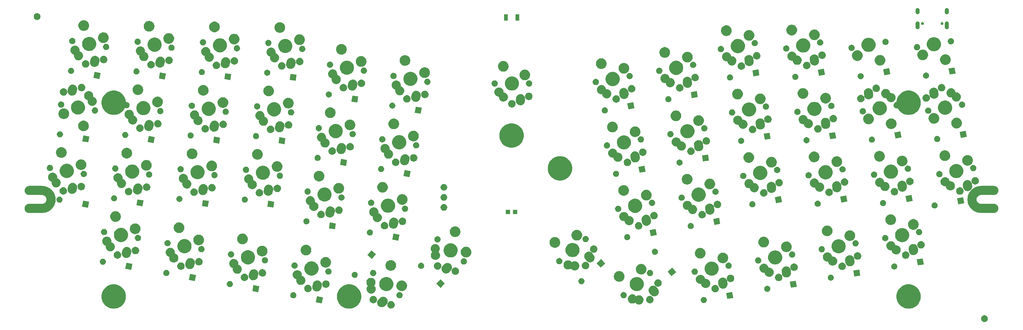
<source format=gbr>
G04 #@! TF.GenerationSoftware,KiCad,Pcbnew,(6.0.0-rc1-dev-1469-g932b9a334)*
G04 #@! TF.CreationDate,2019-08-24T21:44:18-07:00
G04 #@! TF.ProjectId,Laptreus-v2,4c617074-7265-4757-932d-76322e6b6963,rev?*
G04 #@! TF.SameCoordinates,Original*
G04 #@! TF.FileFunction,Soldermask,Bot*
G04 #@! TF.FilePolarity,Negative*
%FSLAX46Y46*%
G04 Gerber Fmt 4.6, Leading zero omitted, Abs format (unit mm)*
G04 Created by KiCad (PCBNEW (6.0.0-rc1-dev-1469-g932b9a334)) date Saturday, August 24, 2019 at 09:44:18 PM*
%MOMM*%
%LPD*%
G04 APERTURE LIST*
%ADD10C,0.100000*%
G04 APERTURE END LIST*
D10*
G36*
X373006746Y-162387004D02*
G01*
X373113353Y-162431162D01*
X373188736Y-162462387D01*
X373297680Y-162535181D01*
X373352523Y-162571826D01*
X373491808Y-162711111D01*
X373491809Y-162711113D01*
X373601247Y-162874898D01*
X373601247Y-162874899D01*
X373676630Y-163056888D01*
X373715058Y-163250083D01*
X373715058Y-163447069D01*
X373676630Y-163640264D01*
X373632472Y-163746871D01*
X373601247Y-163822254D01*
X373528453Y-163931198D01*
X373491808Y-163986041D01*
X373352523Y-164125326D01*
X373297680Y-164161971D01*
X373188736Y-164234765D01*
X373113353Y-164265990D01*
X373006746Y-164310148D01*
X372813551Y-164348576D01*
X372616565Y-164348576D01*
X372423370Y-164310148D01*
X372316763Y-164265990D01*
X372241380Y-164234765D01*
X372132436Y-164161971D01*
X372077593Y-164125326D01*
X371938308Y-163986041D01*
X371901663Y-163931198D01*
X371828869Y-163822254D01*
X371797644Y-163746871D01*
X371753486Y-163640264D01*
X371715058Y-163447069D01*
X371715058Y-163250083D01*
X371753486Y-163056888D01*
X371828869Y-162874899D01*
X371828869Y-162874898D01*
X371938307Y-162711113D01*
X371938308Y-162711111D01*
X372077593Y-162571826D01*
X372132436Y-162535181D01*
X372241380Y-162462387D01*
X372316763Y-162431162D01*
X372423370Y-162387004D01*
X372616565Y-162348576D01*
X372813551Y-162348576D01*
X373006746Y-162387004D01*
X373006746Y-162387004D01*
G37*
G36*
X351349235Y-153333720D02*
G01*
X351519772Y-153404359D01*
X352004395Y-153605096D01*
X352208238Y-153741300D01*
X352594021Y-153999071D01*
X353095459Y-154500509D01*
X353275380Y-154769781D01*
X353489434Y-155090135D01*
X353662550Y-155508075D01*
X353760810Y-155745295D01*
X353899155Y-156440804D01*
X353899155Y-157149946D01*
X353760810Y-157845455D01*
X353722354Y-157938296D01*
X353489434Y-158500615D01*
X353339295Y-158725313D01*
X353095459Y-159090241D01*
X352594021Y-159591679D01*
X352239603Y-159828493D01*
X352004395Y-159985654D01*
X351567622Y-160166571D01*
X351349235Y-160257030D01*
X350653726Y-160395375D01*
X349944584Y-160395375D01*
X349249075Y-160257030D01*
X349030688Y-160166571D01*
X348593915Y-159985654D01*
X348358707Y-159828493D01*
X348004289Y-159591679D01*
X347502851Y-159090241D01*
X347259015Y-158725313D01*
X347108876Y-158500615D01*
X346875956Y-157938296D01*
X346837500Y-157845455D01*
X346699155Y-157149946D01*
X346699155Y-156440804D01*
X346837500Y-155745295D01*
X346935760Y-155508075D01*
X347108876Y-155090135D01*
X347322930Y-154769781D01*
X347502851Y-154500509D01*
X348004289Y-153999071D01*
X348390072Y-153741300D01*
X348593915Y-153605096D01*
X349078538Y-153404359D01*
X349249075Y-153333720D01*
X349944584Y-153195375D01*
X350653726Y-153195375D01*
X351349235Y-153333720D01*
X351349235Y-153333720D01*
G37*
G36*
X186049235Y-153333720D02*
G01*
X186219772Y-153404359D01*
X186704395Y-153605096D01*
X186908238Y-153741300D01*
X187294021Y-153999071D01*
X187795459Y-154500509D01*
X187975380Y-154769781D01*
X188189434Y-155090135D01*
X188362550Y-155508075D01*
X188460810Y-155745295D01*
X188599155Y-156440804D01*
X188599155Y-157149946D01*
X188460810Y-157845455D01*
X188422354Y-157938296D01*
X188189434Y-158500615D01*
X188039295Y-158725313D01*
X187795459Y-159090241D01*
X187294021Y-159591679D01*
X186939603Y-159828493D01*
X186704395Y-159985654D01*
X186267622Y-160166571D01*
X186049235Y-160257030D01*
X185353726Y-160395375D01*
X184644584Y-160395375D01*
X183949075Y-160257030D01*
X183730688Y-160166571D01*
X183293915Y-159985654D01*
X183058707Y-159828493D01*
X182704289Y-159591679D01*
X182202851Y-159090241D01*
X181959015Y-158725313D01*
X181808876Y-158500615D01*
X181575956Y-157938296D01*
X181537500Y-157845455D01*
X181399155Y-157149946D01*
X181399155Y-156440804D01*
X181537500Y-155745295D01*
X181635760Y-155508075D01*
X181808876Y-155090135D01*
X182022930Y-154769781D01*
X182202851Y-154500509D01*
X182704289Y-153999071D01*
X183090072Y-153741300D01*
X183293915Y-153605096D01*
X183778538Y-153404359D01*
X183949075Y-153333720D01*
X184644584Y-153195375D01*
X185353726Y-153195375D01*
X186049235Y-153333720D01*
X186049235Y-153333720D01*
G37*
G36*
X116499235Y-153333720D02*
G01*
X116669772Y-153404359D01*
X117154395Y-153605096D01*
X117358238Y-153741300D01*
X117744021Y-153999071D01*
X118245459Y-154500509D01*
X118425380Y-154769781D01*
X118639434Y-155090135D01*
X118812550Y-155508075D01*
X118910810Y-155745295D01*
X119049155Y-156440804D01*
X119049155Y-157149946D01*
X118910810Y-157845455D01*
X118872354Y-157938296D01*
X118639434Y-158500615D01*
X118489295Y-158725313D01*
X118245459Y-159090241D01*
X117744021Y-159591679D01*
X117389603Y-159828493D01*
X117154395Y-159985654D01*
X116717622Y-160166571D01*
X116499235Y-160257030D01*
X115803726Y-160395375D01*
X115094584Y-160395375D01*
X114399075Y-160257030D01*
X114180688Y-160166571D01*
X113743915Y-159985654D01*
X113508707Y-159828493D01*
X113154289Y-159591679D01*
X112652851Y-159090241D01*
X112409015Y-158725313D01*
X112258876Y-158500615D01*
X112025956Y-157938296D01*
X111987500Y-157845455D01*
X111849155Y-157149946D01*
X111849155Y-156440804D01*
X111987500Y-155745295D01*
X112085760Y-155508075D01*
X112258876Y-155090135D01*
X112472930Y-154769781D01*
X112652851Y-154500509D01*
X113154289Y-153999071D01*
X113540072Y-153741300D01*
X113743915Y-153605096D01*
X114228538Y-153404359D01*
X114399075Y-153333720D01*
X115094584Y-153195375D01*
X115803726Y-153195375D01*
X116499235Y-153333720D01*
X116499235Y-153333720D01*
G37*
G36*
X197707856Y-158199347D02*
G01*
X197833753Y-158251496D01*
X197908043Y-158282268D01*
X198027882Y-158362342D01*
X198088209Y-158402651D01*
X198241422Y-158555864D01*
X198277594Y-158609999D01*
X198361805Y-158736030D01*
X198361805Y-158736031D01*
X198444726Y-158936217D01*
X198486998Y-159148734D01*
X198486998Y-159365416D01*
X198444726Y-159577933D01*
X198405630Y-159672317D01*
X198361805Y-159778120D01*
X198298155Y-159873379D01*
X198241422Y-159958286D01*
X198088209Y-160111499D01*
X198027882Y-160151808D01*
X197908043Y-160231882D01*
X197849409Y-160256169D01*
X197707856Y-160314803D01*
X197495339Y-160357075D01*
X197278657Y-160357075D01*
X197066140Y-160314803D01*
X196924587Y-160256169D01*
X196865953Y-160231882D01*
X196746114Y-160151808D01*
X196685787Y-160111499D01*
X196532574Y-159958286D01*
X196475841Y-159873379D01*
X196412191Y-159778120D01*
X196368366Y-159672317D01*
X196329270Y-159577933D01*
X196286998Y-159365416D01*
X196286998Y-159148734D01*
X196329270Y-158936217D01*
X196412191Y-158736031D01*
X196412191Y-158736030D01*
X196496402Y-158609999D01*
X196532574Y-158555864D01*
X196685787Y-158402651D01*
X196746114Y-158362342D01*
X196865953Y-158282268D01*
X196940243Y-158251496D01*
X197066140Y-158199347D01*
X197278657Y-158157075D01*
X197495339Y-158157075D01*
X197707856Y-158199347D01*
X197707856Y-158199347D01*
G37*
G36*
X195163903Y-156867026D02*
G01*
X195290990Y-156877083D01*
X195450312Y-156922092D01*
X195546903Y-156949379D01*
X195783793Y-157070210D01*
X195992557Y-157234935D01*
X196165174Y-157437223D01*
X196165176Y-157437227D01*
X196165177Y-157437228D01*
X196295009Y-157669296D01*
X196318597Y-157742000D01*
X196377076Y-157922248D01*
X196408217Y-158186344D01*
X196400625Y-158282268D01*
X196387237Y-158451441D01*
X196360539Y-158545944D01*
X196314941Y-158707353D01*
X196194110Y-158944243D01*
X196121488Y-159036280D01*
X196070668Y-159100687D01*
X196070665Y-159100690D01*
X195576517Y-159614185D01*
X195424923Y-159743544D01*
X195424919Y-159743546D01*
X195424918Y-159743547D01*
X195192849Y-159873379D01*
X195192846Y-159873380D01*
X194939898Y-159955446D01*
X194675801Y-159986587D01*
X194537792Y-159975664D01*
X194410706Y-159965607D01*
X194251384Y-159920598D01*
X194154793Y-159893311D01*
X194115717Y-159873379D01*
X193917905Y-159772480D01*
X193917903Y-159772479D01*
X193709139Y-159607754D01*
X193536522Y-159405467D01*
X193536519Y-159405462D01*
X193406687Y-159173393D01*
X193398687Y-159148734D01*
X193324620Y-158920442D01*
X193293479Y-158656345D01*
X193309696Y-158451441D01*
X193314459Y-158391250D01*
X193386756Y-158135335D01*
X193507586Y-157898449D01*
X193507587Y-157898447D01*
X193618228Y-157758226D01*
X193631029Y-157742002D01*
X194125177Y-157228507D01*
X194132268Y-157222456D01*
X194276773Y-157099146D01*
X194276778Y-157099143D01*
X194508847Y-156969311D01*
X194508850Y-156969310D01*
X194761797Y-156887244D01*
X195025894Y-156856103D01*
X195163903Y-156867026D01*
X195163903Y-156867026D01*
G37*
G36*
X269107207Y-156230838D02*
G01*
X269352894Y-156332605D01*
X269574004Y-156480346D01*
X269762041Y-156668383D01*
X269785192Y-156703031D01*
X269791410Y-156710607D01*
X269798987Y-156716826D01*
X269807631Y-156721446D01*
X269817011Y-156724291D01*
X269826765Y-156725252D01*
X269836520Y-156724291D01*
X269845899Y-156721446D01*
X269854544Y-156716825D01*
X270015950Y-156608977D01*
X270261637Y-156507210D01*
X270522451Y-156455331D01*
X270788381Y-156455331D01*
X271049195Y-156507210D01*
X271294882Y-156608977D01*
X271515992Y-156756718D01*
X271704029Y-156944755D01*
X271851770Y-157165865D01*
X271953537Y-157411552D01*
X272005416Y-157672366D01*
X272005416Y-157938296D01*
X271953537Y-158199110D01*
X271851770Y-158444797D01*
X271704029Y-158665907D01*
X271515992Y-158853944D01*
X271294882Y-159001685D01*
X271049195Y-159103452D01*
X270788381Y-159155331D01*
X270522451Y-159155331D01*
X270261637Y-159103452D01*
X270015950Y-159001685D01*
X269794840Y-158853944D01*
X269606803Y-158665907D01*
X269583652Y-158631259D01*
X269577434Y-158623683D01*
X269569857Y-158617464D01*
X269561213Y-158612844D01*
X269551833Y-158609999D01*
X269542079Y-158609038D01*
X269532324Y-158609999D01*
X269522945Y-158612844D01*
X269514300Y-158617465D01*
X269352894Y-158725313D01*
X269107207Y-158827080D01*
X268846393Y-158878959D01*
X268580463Y-158878959D01*
X268319649Y-158827080D01*
X268073962Y-158725313D01*
X267852852Y-158577572D01*
X267664815Y-158389535D01*
X267517074Y-158168425D01*
X267415307Y-157922738D01*
X267363428Y-157661924D01*
X267363428Y-157395994D01*
X267415307Y-157135180D01*
X267517074Y-156889493D01*
X267664815Y-156668383D01*
X267852852Y-156480346D01*
X268073962Y-156332605D01*
X268319649Y-156230838D01*
X268580463Y-156178959D01*
X268846393Y-156178959D01*
X269107207Y-156230838D01*
X269107207Y-156230838D01*
G37*
G36*
X177246766Y-157074250D02*
G01*
X176934199Y-158846905D01*
X175161544Y-158534338D01*
X175474111Y-156761683D01*
X177246766Y-157074250D01*
X177246766Y-157074250D01*
G37*
G36*
X274176961Y-156672724D02*
G01*
X274301453Y-156724291D01*
X274377148Y-156755645D01*
X274496929Y-156835680D01*
X274557314Y-156876028D01*
X274710527Y-157029241D01*
X274723929Y-157049299D01*
X274830910Y-157209407D01*
X274841484Y-157234935D01*
X274913831Y-157409594D01*
X274956103Y-157622111D01*
X274956103Y-157838793D01*
X274913831Y-158051310D01*
X274857897Y-158186344D01*
X274830910Y-158251497D01*
X274810349Y-158282268D01*
X274710527Y-158431663D01*
X274557314Y-158584876D01*
X274515457Y-158612844D01*
X274377148Y-158705259D01*
X274358708Y-158712897D01*
X274176961Y-158788180D01*
X273964444Y-158830452D01*
X273747762Y-158830452D01*
X273535245Y-158788180D01*
X273353498Y-158712897D01*
X273335058Y-158705259D01*
X273196749Y-158612844D01*
X273154892Y-158584876D01*
X273001679Y-158431663D01*
X272901857Y-158282268D01*
X272881296Y-158251497D01*
X272854309Y-158186344D01*
X272798375Y-158051310D01*
X272756103Y-157838793D01*
X272756103Y-157622111D01*
X272798375Y-157409594D01*
X272870722Y-157234935D01*
X272881296Y-157209407D01*
X272988277Y-157049299D01*
X273001679Y-157029241D01*
X273154892Y-156876028D01*
X273215277Y-156835680D01*
X273335058Y-156755645D01*
X273410753Y-156724291D01*
X273535245Y-156672724D01*
X273747762Y-156630452D01*
X273964444Y-156630452D01*
X274176961Y-156672724D01*
X274176961Y-156672724D01*
G37*
G36*
X192463501Y-156670706D02*
G01*
X192595185Y-156725252D01*
X192663688Y-156753627D01*
X192783527Y-156833701D01*
X192843854Y-156874010D01*
X192997067Y-157027223D01*
X193025790Y-157070210D01*
X193117450Y-157207389D01*
X193126197Y-157228507D01*
X193200371Y-157407576D01*
X193242643Y-157620093D01*
X193242643Y-157836775D01*
X193200371Y-158049292D01*
X193164730Y-158135335D01*
X193117450Y-158249479D01*
X193101614Y-158273179D01*
X192997067Y-158429645D01*
X192843854Y-158582858D01*
X192792062Y-158617464D01*
X192663688Y-158703241D01*
X192640376Y-158712897D01*
X192463501Y-158786162D01*
X192250984Y-158828434D01*
X192034302Y-158828434D01*
X191821785Y-158786162D01*
X191644910Y-158712897D01*
X191621598Y-158703241D01*
X191493224Y-158617464D01*
X191441432Y-158582858D01*
X191288219Y-158429645D01*
X191183672Y-158273179D01*
X191167836Y-158249479D01*
X191120556Y-158135335D01*
X191084915Y-158049292D01*
X191042643Y-157836775D01*
X191042643Y-157620093D01*
X191084915Y-157407576D01*
X191159089Y-157228507D01*
X191167836Y-157207389D01*
X191259496Y-157070210D01*
X191288219Y-157027223D01*
X191441432Y-156874010D01*
X191501759Y-156833701D01*
X191621598Y-156753627D01*
X191690101Y-156725252D01*
X191821785Y-156670706D01*
X192034302Y-156628434D01*
X192250984Y-156628434D01*
X192463501Y-156670706D01*
X192463501Y-156670706D01*
G37*
G36*
X290057034Y-156981454D02*
G01*
X290220824Y-157049298D01*
X290368231Y-157147792D01*
X290493590Y-157273151D01*
X290592084Y-157420558D01*
X290639497Y-157535023D01*
X290659928Y-157584348D01*
X290691287Y-157742000D01*
X290694514Y-157758226D01*
X290694514Y-157935510D01*
X290659928Y-158109388D01*
X290592084Y-158273178D01*
X290493590Y-158420585D01*
X290368231Y-158545944D01*
X290220824Y-158644438D01*
X290078861Y-158703241D01*
X290057034Y-158712282D01*
X289883157Y-158746868D01*
X289705871Y-158746868D01*
X289531994Y-158712282D01*
X289510167Y-158703241D01*
X289368204Y-158644438D01*
X289220797Y-158545944D01*
X289095438Y-158420585D01*
X288996944Y-158273178D01*
X288929100Y-158109388D01*
X288894514Y-157935510D01*
X288894514Y-157758226D01*
X288897742Y-157742000D01*
X288929100Y-157584348D01*
X288949531Y-157535023D01*
X288996944Y-157420558D01*
X289095438Y-157273151D01*
X289220797Y-157147792D01*
X289368204Y-157049298D01*
X289531994Y-156981454D01*
X289705871Y-156946868D01*
X289883157Y-156946868D01*
X290057034Y-156981454D01*
X290057034Y-156981454D01*
G37*
G36*
X298518625Y-157222456D02*
G01*
X296745970Y-157535023D01*
X296433403Y-155762368D01*
X298206058Y-155449801D01*
X298518625Y-157222456D01*
X298518625Y-157222456D01*
G37*
G36*
X168751889Y-155577803D02*
G01*
X168785175Y-155584424D01*
X168948965Y-155652268D01*
X169096372Y-155750762D01*
X169221731Y-155876121D01*
X169320225Y-156023528D01*
X169364217Y-156129735D01*
X169388069Y-156187318D01*
X169422655Y-156361195D01*
X169422655Y-156538481D01*
X169400679Y-156648962D01*
X169388069Y-156712358D01*
X169320225Y-156876148D01*
X169221731Y-157023555D01*
X169096372Y-157148914D01*
X168948965Y-157247408D01*
X168785175Y-157315252D01*
X168611298Y-157349838D01*
X168434012Y-157349838D01*
X168260135Y-157315252D01*
X168096345Y-157247408D01*
X167948938Y-157148914D01*
X167823579Y-157023555D01*
X167725085Y-156876148D01*
X167657241Y-156712358D01*
X167644631Y-156648962D01*
X167622655Y-156538481D01*
X167622655Y-156361195D01*
X167657241Y-156187318D01*
X167681093Y-156129735D01*
X167725085Y-156023528D01*
X167823579Y-155876121D01*
X167948938Y-155750762D01*
X168096345Y-155652268D01*
X168260135Y-155584424D01*
X168293421Y-155577803D01*
X168434012Y-155549838D01*
X168611298Y-155549838D01*
X168751889Y-155577803D01*
X168751889Y-155577803D01*
G37*
G36*
X266377682Y-155510092D02*
G01*
X266377685Y-155510093D01*
X266377684Y-155510093D01*
X266546023Y-155579821D01*
X266546026Y-155579823D01*
X266697524Y-155681050D01*
X266826367Y-155809893D01*
X266878219Y-155887496D01*
X266927596Y-155961394D01*
X266984446Y-156098642D01*
X266997325Y-156129735D01*
X267032871Y-156308440D01*
X267032871Y-156490652D01*
X266997325Y-156669357D01*
X266997324Y-156669359D01*
X266927596Y-156837698D01*
X266927594Y-156837701D01*
X266826367Y-156989199D01*
X266697524Y-157118042D01*
X266560784Y-157209408D01*
X266546023Y-157219271D01*
X266415947Y-157273150D01*
X266377682Y-157289000D01*
X266198977Y-157324546D01*
X266016765Y-157324546D01*
X265838060Y-157289000D01*
X265799795Y-157273150D01*
X265669719Y-157219271D01*
X265654958Y-157209408D01*
X265518218Y-157118042D01*
X265389375Y-156989199D01*
X265288148Y-156837701D01*
X265288146Y-156837698D01*
X265218418Y-156669359D01*
X265218417Y-156669357D01*
X265182871Y-156490652D01*
X265182871Y-156308440D01*
X265218417Y-156129735D01*
X265231296Y-156098642D01*
X265288146Y-155961394D01*
X265337523Y-155887496D01*
X265389375Y-155809893D01*
X265518218Y-155681050D01*
X265669716Y-155579823D01*
X265669719Y-155579821D01*
X265838058Y-155510093D01*
X265838057Y-155510093D01*
X265838060Y-155510092D01*
X266016765Y-155474546D01*
X266198977Y-155474546D01*
X266377682Y-155510092D01*
X266377682Y-155510092D01*
G37*
G36*
X200160686Y-155508074D02*
G01*
X200191779Y-155520953D01*
X200329027Y-155577803D01*
X200329030Y-155577805D01*
X200480528Y-155679032D01*
X200609371Y-155807875D01*
X200697236Y-155939375D01*
X200710600Y-155959376D01*
X200767450Y-156096624D01*
X200780329Y-156127717D01*
X200815875Y-156306422D01*
X200815875Y-156488634D01*
X200780329Y-156667339D01*
X200779896Y-156668384D01*
X200710600Y-156835680D01*
X200710598Y-156835683D01*
X200609371Y-156987181D01*
X200480528Y-157116024D01*
X200343788Y-157207390D01*
X200329027Y-157217253D01*
X200194079Y-157273150D01*
X200160686Y-157286982D01*
X199981981Y-157322528D01*
X199799769Y-157322528D01*
X199621064Y-157286982D01*
X199587671Y-157273150D01*
X199452723Y-157217253D01*
X199437962Y-157207390D01*
X199301222Y-157116024D01*
X199172379Y-156987181D01*
X199071152Y-156835683D01*
X199071150Y-156835680D01*
X199001854Y-156668384D01*
X199001421Y-156667339D01*
X198965875Y-156488634D01*
X198965875Y-156306422D01*
X199001421Y-156127717D01*
X199014300Y-156096624D01*
X199071150Y-155959376D01*
X199084514Y-155939375D01*
X199172379Y-155807875D01*
X199301222Y-155679032D01*
X199452720Y-155577805D01*
X199452723Y-155577803D01*
X199589971Y-155520953D01*
X199621064Y-155508074D01*
X199799769Y-155472528D01*
X199981981Y-155472528D01*
X200160686Y-155508074D01*
X200160686Y-155508074D01*
G37*
G36*
X274903939Y-153600967D02*
G01*
X275047764Y-153609197D01*
X275239687Y-153658921D01*
X275305193Y-153675892D01*
X275544658Y-153791526D01*
X275756970Y-153951659D01*
X275889606Y-154100395D01*
X276301679Y-154665488D01*
X276309491Y-154676202D01*
X276410561Y-154847955D01*
X276465333Y-155005019D01*
X276498126Y-155099055D01*
X276535021Y-155362405D01*
X276528719Y-155472528D01*
X276519828Y-155627899D01*
X276484989Y-155762368D01*
X276453133Y-155885328D01*
X276337499Y-156124793D01*
X276337497Y-156124795D01*
X276337497Y-156124796D01*
X276177366Y-156337105D01*
X275978893Y-156514093D01*
X275749704Y-156648962D01*
X275596070Y-156702537D01*
X275498603Y-156736527D01*
X275235253Y-156773422D01*
X275113584Y-156766459D01*
X274969759Y-156758229D01*
X274777837Y-156708505D01*
X274712331Y-156691534D01*
X274472866Y-156575900D01*
X274260554Y-156415767D01*
X274127918Y-156267031D01*
X273708037Y-155691230D01*
X273702047Y-155681051D01*
X273606963Y-155519471D01*
X273542393Y-155334308D01*
X273519398Y-155268370D01*
X273482503Y-155005020D01*
X273490870Y-154858817D01*
X273497696Y-154739527D01*
X273549052Y-154541304D01*
X273564391Y-154482098D01*
X273680025Y-154242633D01*
X273840158Y-154030321D01*
X273881563Y-153993398D01*
X274038631Y-153853333D01*
X274267820Y-153718464D01*
X274460085Y-153651417D01*
X274518921Y-153630899D01*
X274782271Y-153594004D01*
X274903939Y-153600967D01*
X274903939Y-153600967D01*
G37*
G36*
X191841838Y-151330778D02*
G01*
X192087525Y-151432545D01*
X192308635Y-151580286D01*
X192496672Y-151768323D01*
X192644413Y-151989433D01*
X192746180Y-152235120D01*
X192798059Y-152495934D01*
X192798059Y-152761864D01*
X192746180Y-153022678D01*
X192644413Y-153268365D01*
X192496673Y-153489473D01*
X192444889Y-153541258D01*
X192438671Y-153548835D01*
X192434051Y-153557479D01*
X192431206Y-153566859D01*
X192430245Y-153576613D01*
X192431206Y-153586368D01*
X192434051Y-153595748D01*
X192438672Y-153604392D01*
X192444890Y-153611968D01*
X192561721Y-153728799D01*
X192709462Y-153949909D01*
X192811229Y-154195596D01*
X192863108Y-154456410D01*
X192863108Y-154722340D01*
X192811229Y-154983154D01*
X192709462Y-155228841D01*
X192561721Y-155449951D01*
X192373684Y-155637988D01*
X192152574Y-155785729D01*
X191906887Y-155887496D01*
X191646073Y-155939375D01*
X191380143Y-155939375D01*
X191119329Y-155887496D01*
X190873642Y-155785729D01*
X190652532Y-155637988D01*
X190464495Y-155449951D01*
X190316754Y-155228841D01*
X190214987Y-154983154D01*
X190163108Y-154722340D01*
X190163108Y-154456410D01*
X190214987Y-154195596D01*
X190316754Y-153949909D01*
X190464493Y-153728802D01*
X190516283Y-153677012D01*
X190522496Y-153669441D01*
X190527117Y-153660797D01*
X190529962Y-153651417D01*
X190530923Y-153641662D01*
X190529962Y-153631908D01*
X190527117Y-153622528D01*
X190522497Y-153613884D01*
X190516278Y-153606307D01*
X190399446Y-153489475D01*
X190251705Y-153268365D01*
X190149938Y-153022678D01*
X190098059Y-152761864D01*
X190098059Y-152495934D01*
X190149938Y-152235120D01*
X190251705Y-151989433D01*
X190399446Y-151768323D01*
X190587483Y-151580286D01*
X190808593Y-151432545D01*
X191054280Y-151330778D01*
X191315094Y-151278899D01*
X191581024Y-151278899D01*
X191841838Y-151330778D01*
X191841838Y-151330778D01*
G37*
G36*
X293481848Y-153422156D02*
G01*
X293584076Y-153464501D01*
X293682035Y-153505077D01*
X293776430Y-153568150D01*
X293862201Y-153625460D01*
X294015414Y-153778673D01*
X294055723Y-153839000D01*
X294135797Y-153958839D01*
X294152462Y-153999072D01*
X294218718Y-154159026D01*
X294260990Y-154371543D01*
X294260990Y-154588225D01*
X294218718Y-154800742D01*
X294186777Y-154877853D01*
X294135797Y-155000929D01*
X294076191Y-155090135D01*
X294015414Y-155181095D01*
X293862201Y-155334308D01*
X293820149Y-155362406D01*
X293682035Y-155454691D01*
X293634101Y-155474546D01*
X293481848Y-155537612D01*
X293269331Y-155579884D01*
X293052649Y-155579884D01*
X292840132Y-155537612D01*
X292687879Y-155474546D01*
X292639945Y-155454691D01*
X292501831Y-155362406D01*
X292459779Y-155334308D01*
X292306566Y-155181095D01*
X292245789Y-155090135D01*
X292186183Y-155000929D01*
X292135203Y-154877853D01*
X292103262Y-154800742D01*
X292060990Y-154588225D01*
X292060990Y-154371543D01*
X292103262Y-154159026D01*
X292169518Y-153999072D01*
X292186183Y-153958839D01*
X292266257Y-153839000D01*
X292306566Y-153778673D01*
X292459779Y-153625460D01*
X292545550Y-153568150D01*
X292639945Y-153505077D01*
X292737904Y-153464501D01*
X292840132Y-153422156D01*
X293052649Y-153379884D01*
X293269331Y-153379884D01*
X293481848Y-153422156D01*
X293481848Y-153422156D01*
G37*
G36*
X158486178Y-153766251D02*
G01*
X158173611Y-155538906D01*
X156400956Y-155226339D01*
X156713523Y-153453684D01*
X158486178Y-153766251D01*
X158486178Y-153766251D01*
G37*
G36*
X173158539Y-153379582D02*
G01*
X173300092Y-153438216D01*
X173358726Y-153462503D01*
X173463373Y-153532426D01*
X173538892Y-153582886D01*
X173692105Y-153736099D01*
X173727047Y-153788394D01*
X173812488Y-153916265D01*
X173830123Y-153958839D01*
X173895409Y-154116452D01*
X173937681Y-154328969D01*
X173937681Y-154545651D01*
X173895409Y-154758168D01*
X173845833Y-154877853D01*
X173812488Y-154958355D01*
X173781308Y-155005019D01*
X173692105Y-155138521D01*
X173538892Y-155291734D01*
X173517432Y-155306073D01*
X173358726Y-155412117D01*
X173300092Y-155436404D01*
X173158539Y-155495038D01*
X172946022Y-155537310D01*
X172729340Y-155537310D01*
X172516823Y-155495038D01*
X172375270Y-155436404D01*
X172316636Y-155412117D01*
X172157930Y-155306073D01*
X172136470Y-155291734D01*
X171983257Y-155138521D01*
X171894054Y-155005019D01*
X171862874Y-154958355D01*
X171829529Y-154877853D01*
X171779953Y-154758168D01*
X171737681Y-154545651D01*
X171737681Y-154328969D01*
X171779953Y-154116452D01*
X171845239Y-153958839D01*
X171862874Y-153916265D01*
X171948315Y-153788394D01*
X171983257Y-153736099D01*
X172136470Y-153582886D01*
X172211989Y-153532426D01*
X172316636Y-153462503D01*
X172375270Y-153438216D01*
X172516823Y-153379582D01*
X172729340Y-153337310D01*
X172946022Y-153337310D01*
X173158539Y-153379582D01*
X173158539Y-153379582D01*
G37*
G36*
X308750064Y-153660018D02*
G01*
X308817622Y-153673456D01*
X308981412Y-153741300D01*
X309128819Y-153839794D01*
X309254178Y-153965153D01*
X309352672Y-154112560D01*
X309400085Y-154227025D01*
X309420516Y-154276350D01*
X309455102Y-154450227D01*
X309455102Y-154627513D01*
X309445418Y-154676196D01*
X309420516Y-154801390D01*
X309352672Y-154965180D01*
X309254178Y-155112587D01*
X309128819Y-155237946D01*
X308981412Y-155336440D01*
X308918724Y-155362406D01*
X308817622Y-155404284D01*
X308643745Y-155438870D01*
X308466459Y-155438870D01*
X308292582Y-155404284D01*
X308191480Y-155362406D01*
X308128792Y-155336440D01*
X307981385Y-155237946D01*
X307856026Y-155112587D01*
X307757532Y-154965180D01*
X307689688Y-154801390D01*
X307664786Y-154676196D01*
X307655102Y-154627513D01*
X307655102Y-154450227D01*
X307689688Y-154276350D01*
X307710119Y-154227025D01*
X307757532Y-154112560D01*
X307856026Y-153965153D01*
X307981385Y-153839794D01*
X308128792Y-153741300D01*
X308292582Y-153673456D01*
X308360140Y-153660018D01*
X308466459Y-153638870D01*
X308643745Y-153638870D01*
X308750064Y-153660018D01*
X308750064Y-153660018D01*
G37*
G36*
X175925049Y-152084970D02*
G01*
X175925051Y-152084971D01*
X175925053Y-152084971D01*
X176097939Y-152146278D01*
X176175690Y-152173849D01*
X176404164Y-152309911D01*
X176451882Y-152352914D01*
X176601712Y-152487940D01*
X176760730Y-152701084D01*
X176819896Y-152825268D01*
X176875111Y-152941157D01*
X176912692Y-153089407D01*
X176940456Y-153198929D01*
X176954154Y-153462503D01*
X176954258Y-153464501D01*
X176925577Y-153661702D01*
X176925576Y-153661707D01*
X176905749Y-153741824D01*
X176754381Y-154353478D01*
X176728871Y-154425415D01*
X176687776Y-154541304D01*
X176687774Y-154541307D01*
X176551712Y-154769781D01*
X176551709Y-154769784D01*
X176373683Y-154967329D01*
X176160539Y-155126347D01*
X175945415Y-155228841D01*
X175920466Y-155240728D01*
X175811424Y-155268370D01*
X175662695Y-155306073D01*
X175397127Y-155319875D01*
X175397124Y-155319875D01*
X175284345Y-155303472D01*
X175133969Y-155281602D01*
X174883335Y-155192725D01*
X174849160Y-155172372D01*
X174654858Y-155056661D01*
X174457310Y-154878632D01*
X174399683Y-154801390D01*
X174298292Y-154665488D01*
X174183912Y-154425417D01*
X174165676Y-154353479D01*
X174137576Y-154242633D01*
X174118566Y-154167644D01*
X174104764Y-153902076D01*
X174105739Y-153895375D01*
X174133445Y-153704871D01*
X174138204Y-153685642D01*
X174186750Y-153489473D01*
X174304641Y-153013094D01*
X174334700Y-152928328D01*
X174371246Y-152825268D01*
X174409006Y-152761862D01*
X174507310Y-152596791D01*
X174685339Y-152399243D01*
X174747438Y-152352914D01*
X174898483Y-152240226D01*
X175138554Y-152125846D01*
X175181916Y-152114854D01*
X175396326Y-152060499D01*
X175627616Y-152048479D01*
X175661895Y-152046697D01*
X175661898Y-152046697D01*
X175925049Y-152084970D01*
X175925049Y-152084970D01*
G37*
G36*
X270609032Y-151124415D02*
G01*
X270652041Y-151142230D01*
X270989406Y-151281971D01*
X271331732Y-151510706D01*
X271622856Y-151801830D01*
X271851591Y-152144156D01*
X271944492Y-152368439D01*
X272009147Y-152524530D01*
X272089467Y-152928328D01*
X272089467Y-153340042D01*
X272009147Y-153743840D01*
X271998910Y-153768554D01*
X271851591Y-154124214D01*
X271622856Y-154466540D01*
X271331732Y-154757664D01*
X270989406Y-154986399D01*
X270717430Y-155099055D01*
X270609032Y-155143955D01*
X270205234Y-155224275D01*
X269793520Y-155224275D01*
X269389722Y-155143955D01*
X269281324Y-155099055D01*
X269009348Y-154986399D01*
X268667022Y-154757664D01*
X268375898Y-154466540D01*
X268147163Y-154124214D01*
X267999844Y-153768554D01*
X267989607Y-153743840D01*
X267909287Y-153340042D01*
X267909287Y-152928328D01*
X267989607Y-152524530D01*
X268054262Y-152368439D01*
X268147163Y-152144156D01*
X268375898Y-151801830D01*
X268667022Y-151510706D01*
X269009348Y-151281971D01*
X269346713Y-151142230D01*
X269389722Y-151124415D01*
X269793520Y-151044095D01*
X270205234Y-151044095D01*
X270609032Y-151124415D01*
X270609032Y-151124415D01*
G37*
G36*
X196609024Y-151122397D02*
G01*
X196656905Y-151142230D01*
X196989398Y-151279953D01*
X197331724Y-151508688D01*
X197622848Y-151799812D01*
X197851583Y-152142138D01*
X197947422Y-152373514D01*
X198009139Y-152522512D01*
X198089459Y-152926310D01*
X198089459Y-153338024D01*
X198009139Y-153741822D01*
X198009138Y-153741824D01*
X197851583Y-154122196D01*
X197622848Y-154464522D01*
X197331724Y-154755646D01*
X196989398Y-154984381D01*
X196814898Y-155056661D01*
X196609024Y-155141937D01*
X196205226Y-155222257D01*
X195793512Y-155222257D01*
X195389714Y-155141937D01*
X195183840Y-155056661D01*
X195009340Y-154984381D01*
X194667014Y-154755646D01*
X194375890Y-154464522D01*
X194147155Y-154122196D01*
X193989600Y-153741824D01*
X193989599Y-153741822D01*
X193909279Y-153338024D01*
X193909279Y-152926310D01*
X193989599Y-152522512D01*
X194051316Y-152373514D01*
X194147155Y-152142138D01*
X194375890Y-151799812D01*
X194667014Y-151508688D01*
X195009340Y-151279953D01*
X195341833Y-151142230D01*
X195389714Y-151122397D01*
X195793512Y-151042077D01*
X196205226Y-151042077D01*
X196609024Y-151122397D01*
X196609024Y-151122397D01*
G37*
G36*
X200810428Y-152081246D02*
G01*
X201010090Y-152120961D01*
X201114398Y-152164167D01*
X201296722Y-152239688D01*
X201402210Y-152310173D01*
X201554683Y-152412052D01*
X201774062Y-152631431D01*
X201779672Y-152639827D01*
X201946426Y-152889392D01*
X201997665Y-153013094D01*
X202065153Y-153176024D01*
X202082015Y-153260795D01*
X202125679Y-153480310D01*
X202125679Y-153790560D01*
X202115808Y-153840183D01*
X202065153Y-154094846D01*
X202034999Y-154167644D01*
X201946426Y-154381478D01*
X201866892Y-154500509D01*
X201782031Y-154627513D01*
X201774061Y-154639440D01*
X201554684Y-154858817D01*
X201296722Y-155031182D01*
X201235217Y-155056658D01*
X201010090Y-155149909D01*
X200857946Y-155180172D01*
X200705804Y-155210435D01*
X200395554Y-155210435D01*
X200243412Y-155180172D01*
X200091268Y-155149909D01*
X199866141Y-155056658D01*
X199804636Y-155031182D01*
X199546674Y-154858817D01*
X199327297Y-154639440D01*
X199319328Y-154627513D01*
X199234466Y-154500509D01*
X199154932Y-154381478D01*
X199066359Y-154167644D01*
X199036205Y-154094846D01*
X198985550Y-153840183D01*
X198975679Y-153790560D01*
X198975679Y-153480310D01*
X199019343Y-153260795D01*
X199036205Y-153176024D01*
X199103693Y-153013094D01*
X199154932Y-152889392D01*
X199321686Y-152639827D01*
X199327296Y-152631431D01*
X199546675Y-152412052D01*
X199699148Y-152310173D01*
X199804636Y-152239688D01*
X199986960Y-152164167D01*
X200091268Y-152120961D01*
X200290930Y-152081246D01*
X200395554Y-152060435D01*
X200705804Y-152060435D01*
X200810428Y-152081246D01*
X200810428Y-152081246D01*
G37*
G36*
X295654157Y-151236117D02*
G01*
X295784775Y-151260974D01*
X296031296Y-151360699D01*
X296253624Y-151506602D01*
X296438458Y-151688396D01*
X296443215Y-151693075D01*
X296592784Y-151912953D01*
X296696584Y-152157785D01*
X296737082Y-152352912D01*
X296812811Y-153061517D01*
X296814464Y-153260795D01*
X296797786Y-153348432D01*
X296764749Y-153522032D01*
X296665024Y-153768553D01*
X296519121Y-153990881D01*
X296353741Y-154159026D01*
X296332648Y-154180472D01*
X296112770Y-154330041D01*
X295867938Y-154433841D01*
X295607557Y-154487882D01*
X295477368Y-154488961D01*
X295341644Y-154490087D01*
X295153093Y-154454204D01*
X295080409Y-154440372D01*
X295080408Y-154440372D01*
X295080405Y-154440371D01*
X294833885Y-154340646D01*
X294611558Y-154194743D01*
X294421967Y-154008271D01*
X294272398Y-153788393D01*
X294168598Y-153543561D01*
X294128100Y-153348434D01*
X294052371Y-152639827D01*
X294050718Y-152440551D01*
X294080406Y-152284550D01*
X294100433Y-152179314D01*
X294200158Y-151932793D01*
X294346061Y-151710465D01*
X294532533Y-151520875D01*
X294532534Y-151520874D01*
X294752412Y-151371305D01*
X294997244Y-151267505D01*
X295257622Y-151213464D01*
X295523538Y-151211259D01*
X295654157Y-151236117D01*
X295654157Y-151236117D01*
G37*
G36*
X289201829Y-150435927D02*
G01*
X289447516Y-150537694D01*
X289668626Y-150685435D01*
X289856663Y-150873472D01*
X290004404Y-151094582D01*
X290106171Y-151340269D01*
X290149323Y-151557209D01*
X290152168Y-151566589D01*
X290156788Y-151575233D01*
X290163007Y-151582810D01*
X290170583Y-151589028D01*
X290179228Y-151593649D01*
X290188607Y-151596494D01*
X290198362Y-151597455D01*
X290208116Y-151596494D01*
X290218709Y-151594387D01*
X290484639Y-151594387D01*
X290745453Y-151646266D01*
X290991140Y-151748033D01*
X291212250Y-151895774D01*
X291400287Y-152083811D01*
X291548028Y-152304921D01*
X291649795Y-152550608D01*
X291701674Y-152811422D01*
X291701674Y-153077352D01*
X291649795Y-153338166D01*
X291548028Y-153583853D01*
X291400287Y-153804963D01*
X291212250Y-153993000D01*
X290991140Y-154140741D01*
X290745453Y-154242508D01*
X290484639Y-154294387D01*
X290218709Y-154294387D01*
X289957895Y-154242508D01*
X289712208Y-154140741D01*
X289491098Y-153993000D01*
X289303061Y-153804963D01*
X289155320Y-153583853D01*
X289053553Y-153338166D01*
X289010401Y-153121226D01*
X289007556Y-153111846D01*
X289002936Y-153103202D01*
X288996717Y-153095625D01*
X288989141Y-153089407D01*
X288980496Y-153084786D01*
X288971117Y-153081941D01*
X288961362Y-153080980D01*
X288951608Y-153081941D01*
X288941015Y-153084048D01*
X288675085Y-153084048D01*
X288414271Y-153032169D01*
X288168584Y-152930402D01*
X287947474Y-152782661D01*
X287759437Y-152594624D01*
X287611696Y-152373514D01*
X287509929Y-152127827D01*
X287458050Y-151867013D01*
X287458050Y-151601083D01*
X287509929Y-151340269D01*
X287611696Y-151094582D01*
X287759437Y-150873472D01*
X287947474Y-150685435D01*
X288168584Y-150537694D01*
X288414271Y-150435927D01*
X288675085Y-150384048D01*
X288941015Y-150384048D01*
X289201829Y-150435927D01*
X289201829Y-150435927D01*
G37*
G36*
X213295075Y-152934820D02*
G01*
X212139787Y-154195595D01*
X212110987Y-154227025D01*
X212079012Y-154261919D01*
X210751913Y-153045856D01*
X211948763Y-151739724D01*
X211967975Y-151718758D01*
X211967976Y-151718757D01*
X213295075Y-152934820D01*
X213295075Y-152934820D01*
G37*
G36*
X178464604Y-152081246D02*
G01*
X178577061Y-152127828D01*
X178664791Y-152164167D01*
X178764674Y-152230907D01*
X178844957Y-152284550D01*
X178998170Y-152437763D01*
X179006587Y-152450360D01*
X179118553Y-152617929D01*
X179127623Y-152639827D01*
X179201474Y-152818116D01*
X179243746Y-153030633D01*
X179243746Y-153247315D01*
X179201474Y-153459832D01*
X179150102Y-153583852D01*
X179118553Y-153660019D01*
X179062545Y-153743840D01*
X178998170Y-153840185D01*
X178844957Y-153993398D01*
X178836465Y-153999072D01*
X178664791Y-154113781D01*
X178606157Y-154138068D01*
X178464604Y-154196702D01*
X178252087Y-154238974D01*
X178035405Y-154238974D01*
X177822888Y-154196702D01*
X177681335Y-154138068D01*
X177622701Y-154113781D01*
X177451027Y-153999072D01*
X177442535Y-153993398D01*
X177289322Y-153840185D01*
X177224947Y-153743840D01*
X177168939Y-153660019D01*
X177137390Y-153583852D01*
X177086018Y-153459832D01*
X177043746Y-153247315D01*
X177043746Y-153030633D01*
X177086018Y-152818116D01*
X177159869Y-152639827D01*
X177168939Y-152617929D01*
X177280905Y-152450360D01*
X177289322Y-152437763D01*
X177442535Y-152284550D01*
X177522818Y-152230907D01*
X177622701Y-152164167D01*
X177710431Y-152127828D01*
X177822888Y-152081246D01*
X178035405Y-152038974D01*
X178252087Y-152038974D01*
X178464604Y-152081246D01*
X178464604Y-152081246D01*
G37*
G36*
X317279213Y-153914458D02*
G01*
X315506558Y-154227025D01*
X315193991Y-152454370D01*
X316966646Y-152141803D01*
X317279213Y-153914458D01*
X317279213Y-153914458D01*
G37*
G36*
X149997851Y-152271107D02*
G01*
X150024587Y-152276425D01*
X150188377Y-152344269D01*
X150335784Y-152442763D01*
X150461143Y-152568122D01*
X150559637Y-152715529D01*
X150587444Y-152782661D01*
X150627481Y-152879319D01*
X150662067Y-153053196D01*
X150662067Y-153230482D01*
X150640274Y-153340042D01*
X150627481Y-153404359D01*
X150559637Y-153568149D01*
X150461143Y-153715556D01*
X150335784Y-153840915D01*
X150188377Y-153939409D01*
X150044340Y-153999071D01*
X150024587Y-154007253D01*
X149850710Y-154041839D01*
X149673424Y-154041839D01*
X149499547Y-154007253D01*
X149479794Y-153999071D01*
X149335757Y-153939409D01*
X149188350Y-153840915D01*
X149062991Y-153715556D01*
X148964497Y-153568149D01*
X148896653Y-153404359D01*
X148883860Y-153340042D01*
X148862067Y-153230482D01*
X148862067Y-153053196D01*
X148896653Y-152879319D01*
X148936690Y-152782661D01*
X148964497Y-152715529D01*
X149062991Y-152568122D01*
X149188350Y-152442763D01*
X149335757Y-152344269D01*
X149499547Y-152276425D01*
X149526283Y-152271107D01*
X149673424Y-152241839D01*
X149850710Y-152241839D01*
X149997851Y-152271107D01*
X149997851Y-152271107D01*
G37*
G36*
X276593051Y-151773489D02*
G01*
X276730736Y-151830521D01*
X276793238Y-151856410D01*
X276877859Y-151912952D01*
X276973404Y-151976793D01*
X277126617Y-152130006D01*
X277151025Y-152166536D01*
X277247000Y-152310172D01*
X277247000Y-152310173D01*
X277329921Y-152510359D01*
X277372193Y-152722876D01*
X277372193Y-152939558D01*
X277329921Y-153152075D01*
X277284887Y-153260795D01*
X277247000Y-153352262D01*
X277179232Y-153453684D01*
X277126617Y-153532428D01*
X276973404Y-153685641D01*
X276944624Y-153704871D01*
X276793238Y-153806024D01*
X276746815Y-153825253D01*
X276593051Y-153888945D01*
X276380534Y-153931217D01*
X276163852Y-153931217D01*
X275951335Y-153888945D01*
X275797571Y-153825253D01*
X275751148Y-153806024D01*
X275599762Y-153704871D01*
X275570982Y-153685641D01*
X275417769Y-153532428D01*
X275365154Y-153453684D01*
X275297386Y-153352262D01*
X275259499Y-153260795D01*
X275214465Y-153152075D01*
X275172193Y-152939558D01*
X275172193Y-152722876D01*
X275214465Y-152510359D01*
X275297386Y-152310173D01*
X275297386Y-152310172D01*
X275393361Y-152166536D01*
X275417769Y-152130006D01*
X275570982Y-151976793D01*
X275666527Y-151912952D01*
X275751148Y-151856410D01*
X275813650Y-151830521D01*
X275951335Y-151773489D01*
X276163852Y-151731217D01*
X276380534Y-151731217D01*
X276593051Y-151773489D01*
X276593051Y-151773489D01*
G37*
G36*
X170080165Y-149070154D02*
G01*
X170325852Y-149171921D01*
X170546962Y-149319662D01*
X170734999Y-149507699D01*
X170882740Y-149728809D01*
X170984507Y-149974496D01*
X171036386Y-150235310D01*
X171036386Y-150501239D01*
X171004384Y-150662124D01*
X171003423Y-150671879D01*
X171004384Y-150681634D01*
X171007229Y-150691013D01*
X171011850Y-150699658D01*
X171018068Y-150707234D01*
X171025644Y-150713452D01*
X171034289Y-150718073D01*
X171043669Y-150720918D01*
X171116737Y-150735452D01*
X171362424Y-150837219D01*
X171583534Y-150984960D01*
X171771571Y-151172997D01*
X171919312Y-151394107D01*
X172021079Y-151639794D01*
X172072958Y-151900608D01*
X172072958Y-152166538D01*
X172021079Y-152427352D01*
X171919312Y-152673039D01*
X171771571Y-152894149D01*
X171583534Y-153082186D01*
X171362424Y-153229927D01*
X171116737Y-153331694D01*
X170855923Y-153383573D01*
X170589993Y-153383573D01*
X170329179Y-153331694D01*
X170083492Y-153229927D01*
X169862382Y-153082186D01*
X169674345Y-152894149D01*
X169526604Y-152673039D01*
X169424837Y-152427352D01*
X169372958Y-152166538D01*
X169372958Y-151900609D01*
X169404960Y-151739724D01*
X169405921Y-151729969D01*
X169404960Y-151720214D01*
X169402115Y-151710835D01*
X169397494Y-151702190D01*
X169391276Y-151694614D01*
X169383700Y-151688396D01*
X169375055Y-151683775D01*
X169365675Y-151680930D01*
X169292607Y-151666396D01*
X169046920Y-151564629D01*
X168825810Y-151416888D01*
X168637773Y-151228851D01*
X168490032Y-151007741D01*
X168388265Y-150762054D01*
X168336386Y-150501240D01*
X168336386Y-150235310D01*
X168388265Y-149974496D01*
X168490032Y-149728809D01*
X168637773Y-149507699D01*
X168825810Y-149319662D01*
X169046920Y-149171921D01*
X169292607Y-149070154D01*
X169553421Y-149018275D01*
X169819351Y-149018275D01*
X170080165Y-149070154D01*
X170080165Y-149070154D01*
G37*
G36*
X253901817Y-151414382D02*
G01*
X254065607Y-151482226D01*
X254213014Y-151580720D01*
X254338373Y-151706079D01*
X254436867Y-151853486D01*
X254469717Y-151932793D01*
X254504711Y-152017276D01*
X254539297Y-152191153D01*
X254539297Y-152368439D01*
X254524953Y-152440551D01*
X254504711Y-152542316D01*
X254436867Y-152706106D01*
X254338373Y-152853513D01*
X254213014Y-152978872D01*
X254065607Y-153077366D01*
X253901817Y-153145210D01*
X253727940Y-153179796D01*
X253550654Y-153179796D01*
X253376777Y-153145210D01*
X253212987Y-153077366D01*
X253065580Y-152978872D01*
X252940221Y-152853513D01*
X252841727Y-152706106D01*
X252773883Y-152542316D01*
X252753641Y-152440551D01*
X252739297Y-152368439D01*
X252739297Y-152191153D01*
X252773883Y-152017276D01*
X252808877Y-151932793D01*
X252841727Y-151853486D01*
X252940221Y-151706079D01*
X253065580Y-151580720D01*
X253212987Y-151482226D01*
X253376777Y-151414382D01*
X253550654Y-151379796D01*
X253727940Y-151379796D01*
X253901817Y-151414382D01*
X253901817Y-151414382D01*
G37*
G36*
X298023861Y-150387339D02*
G01*
X298134826Y-150433303D01*
X298224048Y-150470260D01*
X298343887Y-150550334D01*
X298404214Y-150590643D01*
X298557427Y-150743856D01*
X298567063Y-150758278D01*
X298677810Y-150924022D01*
X298677810Y-150924023D01*
X298760731Y-151124209D01*
X298803003Y-151336726D01*
X298803003Y-151553408D01*
X298760731Y-151765925D01*
X298713742Y-151879364D01*
X298677810Y-151966112D01*
X298614785Y-152060435D01*
X298557427Y-152146278D01*
X298404214Y-152299491D01*
X298388227Y-152310173D01*
X298224048Y-152419874D01*
X298165414Y-152444161D01*
X298023861Y-152502795D01*
X297811344Y-152545067D01*
X297594662Y-152545067D01*
X297382145Y-152502795D01*
X297240592Y-152444161D01*
X297181958Y-152419874D01*
X297017779Y-152310173D01*
X297001792Y-152299491D01*
X296848579Y-152146278D01*
X296791221Y-152060435D01*
X296728196Y-151966112D01*
X296692264Y-151879364D01*
X296645275Y-151765925D01*
X296603003Y-151553408D01*
X296603003Y-151336726D01*
X296645275Y-151124209D01*
X296728196Y-150924023D01*
X296728196Y-150924022D01*
X296838943Y-150758278D01*
X296848579Y-150743856D01*
X297001792Y-150590643D01*
X297062119Y-150550334D01*
X297181958Y-150470260D01*
X297271180Y-150433303D01*
X297382145Y-150387339D01*
X297594662Y-150345067D01*
X297811344Y-150345067D01*
X298023861Y-150387339D01*
X298023861Y-150387339D01*
G37*
G36*
X265247674Y-149360886D02*
G01*
X265360282Y-149407530D01*
X265534306Y-149479613D01*
X265656209Y-149561066D01*
X265792267Y-149651977D01*
X266011646Y-149871356D01*
X266033052Y-149903393D01*
X266184010Y-150129317D01*
X266240441Y-150265555D01*
X266302737Y-150415949D01*
X266318852Y-150496964D01*
X266356255Y-150685001D01*
X266363263Y-150720236D01*
X266363263Y-151030484D01*
X266302737Y-151334771D01*
X266269761Y-151414382D01*
X266184010Y-151621403D01*
X266068840Y-151793767D01*
X266011646Y-151879364D01*
X265792267Y-152098743D01*
X265720506Y-152146692D01*
X265534306Y-152271107D01*
X265439992Y-152310173D01*
X265247674Y-152389834D01*
X265096652Y-152419874D01*
X264943388Y-152450360D01*
X264633138Y-152450360D01*
X264479874Y-152419874D01*
X264328852Y-152389834D01*
X264136534Y-152310173D01*
X264042220Y-152271107D01*
X263856020Y-152146692D01*
X263784259Y-152098743D01*
X263564880Y-151879364D01*
X263507686Y-151793767D01*
X263392516Y-151621403D01*
X263306765Y-151414382D01*
X263273789Y-151334771D01*
X263213263Y-151030484D01*
X263213263Y-150720236D01*
X263220272Y-150685001D01*
X263257674Y-150496964D01*
X263273789Y-150415949D01*
X263336085Y-150265555D01*
X263392516Y-150129317D01*
X263543474Y-149903393D01*
X263564880Y-149871356D01*
X263784259Y-149651977D01*
X263920317Y-149561066D01*
X264042220Y-149479613D01*
X264216244Y-149407530D01*
X264328852Y-149360886D01*
X264633138Y-149300360D01*
X264943388Y-149300360D01*
X265247674Y-149360886D01*
X265247674Y-149360886D01*
G37*
G36*
X312242434Y-150114157D02*
G01*
X312381271Y-150171666D01*
X312442621Y-150197078D01*
X312545104Y-150265555D01*
X312622787Y-150317461D01*
X312776000Y-150470674D01*
X312793566Y-150496964D01*
X312896383Y-150650840D01*
X312913023Y-150691013D01*
X312979304Y-150851027D01*
X313021576Y-151063544D01*
X313021576Y-151280226D01*
X312979304Y-151492743D01*
X312926011Y-151621402D01*
X312896383Y-151692930D01*
X312879125Y-151718758D01*
X312776000Y-151873096D01*
X312622787Y-152026309D01*
X312571618Y-152060499D01*
X312442621Y-152146692D01*
X312394713Y-152166536D01*
X312242434Y-152229613D01*
X312029917Y-152271885D01*
X311813235Y-152271885D01*
X311600718Y-152229613D01*
X311448439Y-152166536D01*
X311400531Y-152146692D01*
X311271534Y-152060499D01*
X311220365Y-152026309D01*
X311067152Y-151873096D01*
X310964027Y-151718758D01*
X310946769Y-151692930D01*
X310917141Y-151621402D01*
X310863848Y-151492743D01*
X310821576Y-151280226D01*
X310821576Y-151063544D01*
X310863848Y-150851027D01*
X310930129Y-150691013D01*
X310946769Y-150650840D01*
X311049586Y-150496964D01*
X311067152Y-150470674D01*
X311220365Y-150317461D01*
X311298048Y-150265555D01*
X311400531Y-150197078D01*
X311461881Y-150171666D01*
X311600718Y-150114157D01*
X311813235Y-150071885D01*
X312029917Y-150071885D01*
X312242434Y-150114157D01*
X312242434Y-150114157D01*
G37*
G36*
X139725591Y-150458253D02*
G01*
X139413024Y-152230908D01*
X137640369Y-151918341D01*
X137952936Y-150145686D01*
X139725591Y-150458253D01*
X139725591Y-150458253D01*
G37*
G36*
X154397953Y-150071584D02*
G01*
X154537331Y-150129317D01*
X154598140Y-150154505D01*
X154687231Y-150214034D01*
X154778306Y-150274888D01*
X154931519Y-150428101D01*
X154971828Y-150488428D01*
X155051902Y-150608267D01*
X155069536Y-150650840D01*
X155134823Y-150808454D01*
X155177095Y-151020971D01*
X155177095Y-151237653D01*
X155134823Y-151450170D01*
X155092060Y-151553408D01*
X155051902Y-151650357D01*
X155006198Y-151718757D01*
X154931519Y-151830523D01*
X154778306Y-151983736D01*
X154717979Y-152024045D01*
X154598140Y-152104119D01*
X154545686Y-152125846D01*
X154397953Y-152187040D01*
X154185436Y-152229312D01*
X153968754Y-152229312D01*
X153756237Y-152187040D01*
X153608504Y-152125846D01*
X153556050Y-152104119D01*
X153436211Y-152024045D01*
X153375884Y-151983736D01*
X153222671Y-151830523D01*
X153147992Y-151718757D01*
X153102288Y-151650357D01*
X153062130Y-151553408D01*
X153019367Y-151450170D01*
X152977095Y-151237653D01*
X152977095Y-151020971D01*
X153019367Y-150808454D01*
X153084654Y-150650840D01*
X153102288Y-150608267D01*
X153182362Y-150488428D01*
X153222671Y-150428101D01*
X153375884Y-150274888D01*
X153466959Y-150214034D01*
X153556050Y-150154505D01*
X153616859Y-150129317D01*
X153756237Y-150071584D01*
X153968754Y-150029312D01*
X154185436Y-150029312D01*
X154397953Y-150071584D01*
X154397953Y-150071584D01*
G37*
G36*
X327492834Y-150348476D02*
G01*
X327578209Y-150365458D01*
X327741999Y-150433302D01*
X327889406Y-150531796D01*
X328014765Y-150657155D01*
X328113259Y-150804562D01*
X328160672Y-150919027D01*
X328181103Y-150968352D01*
X328215689Y-151142229D01*
X328215689Y-151319515D01*
X328211561Y-151340268D01*
X328181103Y-151493392D01*
X328113259Y-151657182D01*
X328014765Y-151804589D01*
X327889406Y-151929948D01*
X327741999Y-152028442D01*
X327614516Y-152081247D01*
X327578209Y-152096286D01*
X327404332Y-152130872D01*
X327227046Y-152130872D01*
X327053169Y-152096286D01*
X327016862Y-152081247D01*
X326889379Y-152028442D01*
X326741972Y-151929948D01*
X326616613Y-151804589D01*
X326518119Y-151657182D01*
X326450275Y-151493392D01*
X326419817Y-151340268D01*
X326415689Y-151319515D01*
X326415689Y-151142229D01*
X326450275Y-150968352D01*
X326470706Y-150919027D01*
X326518119Y-150804562D01*
X326616613Y-150657155D01*
X326741972Y-150531796D01*
X326889379Y-150433302D01*
X327053169Y-150365458D01*
X327138544Y-150348476D01*
X327227046Y-150330872D01*
X327404332Y-150330872D01*
X327492834Y-150348476D01*
X327492834Y-150348476D01*
G37*
G36*
X157164463Y-148776972D02*
G01*
X157164465Y-148776973D01*
X157164467Y-148776973D01*
X157338526Y-148838696D01*
X157415104Y-148865851D01*
X157643578Y-149001913D01*
X157714152Y-149065514D01*
X157841126Y-149179942D01*
X158000144Y-149393086D01*
X158059310Y-149517270D01*
X158114525Y-149633159D01*
X158159808Y-149811792D01*
X158179870Y-149890931D01*
X158193435Y-150151941D01*
X158193672Y-150156503D01*
X158165751Y-150348476D01*
X158164990Y-150353709D01*
X158138548Y-150460555D01*
X157993795Y-151045480D01*
X157968285Y-151117417D01*
X157927190Y-151233306D01*
X157927188Y-151233309D01*
X157791126Y-151461783D01*
X157630704Y-151639794D01*
X157613097Y-151659331D01*
X157399953Y-151818349D01*
X157190081Y-151918341D01*
X157159880Y-151932730D01*
X157030995Y-151965402D01*
X156902109Y-151998075D01*
X156636541Y-152011877D01*
X156636538Y-152011877D01*
X156523759Y-151995474D01*
X156373383Y-151973604D01*
X156122749Y-151884727D01*
X156031731Y-151830523D01*
X155894272Y-151748663D01*
X155696724Y-151570634D01*
X155652014Y-151510706D01*
X155537706Y-151357490D01*
X155423326Y-151117419D01*
X155418793Y-151099537D01*
X155376958Y-150934508D01*
X155357980Y-150859646D01*
X155344178Y-150594078D01*
X155344678Y-150590643D01*
X155372859Y-150396873D01*
X155383959Y-150352021D01*
X155432345Y-150156499D01*
X155544055Y-149705096D01*
X155580298Y-149602891D01*
X155610660Y-149517270D01*
X155657192Y-149439135D01*
X155746724Y-149288793D01*
X155924753Y-149091245D01*
X155959241Y-149065515D01*
X156137897Y-148932228D01*
X156377968Y-148817848D01*
X156421330Y-148806856D01*
X156635740Y-148752501D01*
X156867030Y-148740481D01*
X156901309Y-148738699D01*
X156901312Y-148738699D01*
X157164463Y-148776972D01*
X157164463Y-148776972D01*
G37*
G36*
X186919562Y-149535047D02*
G01*
X187083352Y-149602891D01*
X187230759Y-149701385D01*
X187356118Y-149826744D01*
X187454612Y-149974151D01*
X187496623Y-150075575D01*
X187522456Y-150137941D01*
X187557042Y-150311818D01*
X187557042Y-150489104D01*
X187533699Y-150606460D01*
X187522456Y-150662981D01*
X187454612Y-150826771D01*
X187356118Y-150974178D01*
X187230759Y-151099537D01*
X187083352Y-151198031D01*
X186931394Y-151260974D01*
X186919562Y-151265875D01*
X186745685Y-151300461D01*
X186568399Y-151300461D01*
X186394522Y-151265875D01*
X186382690Y-151260974D01*
X186230732Y-151198031D01*
X186083325Y-151099537D01*
X185957966Y-150974178D01*
X185859472Y-150826771D01*
X185791628Y-150662981D01*
X185780385Y-150606460D01*
X185757042Y-150489104D01*
X185757042Y-150311818D01*
X185791628Y-150137941D01*
X185817461Y-150075575D01*
X185859472Y-149974151D01*
X185957966Y-149826744D01*
X186083325Y-149701385D01*
X186230732Y-149602891D01*
X186394522Y-149535047D01*
X186568399Y-149500461D01*
X186745685Y-149500461D01*
X186919562Y-149535047D01*
X186919562Y-149535047D01*
G37*
G36*
X314399983Y-147925309D02*
G01*
X314545361Y-147952975D01*
X314791882Y-148052700D01*
X315014210Y-148198603D01*
X315198627Y-148379987D01*
X315203801Y-148385076D01*
X315353370Y-148604954D01*
X315457170Y-148849786D01*
X315497668Y-149044913D01*
X315573397Y-149753518D01*
X315575050Y-149952796D01*
X315560325Y-150030168D01*
X315525335Y-150214033D01*
X315425610Y-150460554D01*
X315279707Y-150682882D01*
X315127908Y-150837219D01*
X315093234Y-150872473D01*
X314873356Y-151022042D01*
X314690569Y-151099537D01*
X314628524Y-151125842D01*
X314368143Y-151179883D01*
X314237954Y-151180962D01*
X314102230Y-151182088D01*
X313892791Y-151142230D01*
X313840995Y-151132373D01*
X313840994Y-151132373D01*
X313840991Y-151132372D01*
X313594471Y-151032647D01*
X313372144Y-150886744D01*
X313182553Y-150700272D01*
X313032984Y-150480394D01*
X312929184Y-150235562D01*
X312888686Y-150040435D01*
X312812957Y-149331828D01*
X312811304Y-149132552D01*
X312840456Y-148979370D01*
X312861019Y-148871315D01*
X312960744Y-148624794D01*
X313106647Y-148402466D01*
X313293119Y-148212876D01*
X313293120Y-148212875D01*
X313512998Y-148063306D01*
X313757830Y-147959506D01*
X314018208Y-147905465D01*
X314284124Y-147903260D01*
X314399983Y-147925309D01*
X314399983Y-147925309D01*
G37*
G36*
X307962415Y-147127928D02*
G01*
X308208102Y-147229695D01*
X308429212Y-147377436D01*
X308617249Y-147565473D01*
X308764990Y-147786583D01*
X308866757Y-148032270D01*
X308909909Y-148249210D01*
X308912754Y-148258590D01*
X308917374Y-148267234D01*
X308923593Y-148274811D01*
X308931169Y-148281029D01*
X308939814Y-148285650D01*
X308949193Y-148288495D01*
X308958948Y-148289456D01*
X308968702Y-148288495D01*
X308979295Y-148286388D01*
X309245225Y-148286388D01*
X309506039Y-148338267D01*
X309751726Y-148440034D01*
X309972836Y-148587775D01*
X310160873Y-148775812D01*
X310308614Y-148996922D01*
X310410381Y-149242609D01*
X310462260Y-149503423D01*
X310462260Y-149769353D01*
X310410381Y-150030167D01*
X310308614Y-150275854D01*
X310160873Y-150496964D01*
X309972836Y-150685001D01*
X309751726Y-150832742D01*
X309506039Y-150934509D01*
X309245225Y-150986388D01*
X308979295Y-150986388D01*
X308718481Y-150934509D01*
X308472794Y-150832742D01*
X308251684Y-150685001D01*
X308063647Y-150496964D01*
X307915906Y-150275854D01*
X307814139Y-150030167D01*
X307770987Y-149813227D01*
X307768142Y-149803847D01*
X307763522Y-149795203D01*
X307757303Y-149787626D01*
X307749727Y-149781408D01*
X307741082Y-149776787D01*
X307731703Y-149773942D01*
X307721948Y-149772981D01*
X307712194Y-149773942D01*
X307701601Y-149776049D01*
X307435671Y-149776049D01*
X307174857Y-149724170D01*
X306929170Y-149622403D01*
X306708060Y-149474662D01*
X306520023Y-149286625D01*
X306372282Y-149065515D01*
X306270515Y-148819828D01*
X306218636Y-148559014D01*
X306218636Y-148293084D01*
X306270515Y-148032270D01*
X306372282Y-147786583D01*
X306520023Y-147565473D01*
X306708060Y-147377436D01*
X306929170Y-147229695D01*
X307174857Y-147127928D01*
X307435671Y-147076049D01*
X307701601Y-147076049D01*
X307962415Y-147127928D01*
X307962415Y-147127928D01*
G37*
G36*
X159704018Y-148773248D02*
G01*
X159816487Y-148819835D01*
X159904205Y-148856169D01*
X160004090Y-148922910D01*
X160084371Y-148976552D01*
X160237584Y-149129765D01*
X160271111Y-149179942D01*
X160357967Y-149309931D01*
X160367036Y-149331826D01*
X160440888Y-149510118D01*
X160483160Y-149722635D01*
X160483160Y-149939317D01*
X160440888Y-150151834D01*
X160389517Y-150275853D01*
X160357967Y-150352021D01*
X160301902Y-150435928D01*
X160237584Y-150532187D01*
X160084371Y-150685400D01*
X160063635Y-150699255D01*
X159904205Y-150805783D01*
X159853535Y-150826771D01*
X159704018Y-150888704D01*
X159491501Y-150930976D01*
X159274819Y-150930976D01*
X159062302Y-150888704D01*
X158912785Y-150826771D01*
X158862115Y-150805783D01*
X158702685Y-150699255D01*
X158681949Y-150685400D01*
X158528736Y-150532187D01*
X158464418Y-150435928D01*
X158408353Y-150352021D01*
X158376803Y-150275853D01*
X158325432Y-150151834D01*
X158283160Y-149939317D01*
X158283160Y-149722635D01*
X158325432Y-149510118D01*
X158399284Y-149331826D01*
X158408353Y-149309931D01*
X158495209Y-149179942D01*
X158528736Y-149129765D01*
X158681949Y-148976552D01*
X158762230Y-148922910D01*
X158862115Y-148856169D01*
X158949833Y-148819835D01*
X159062302Y-148773248D01*
X159274819Y-148730976D01*
X159491501Y-148730976D01*
X159704018Y-148773248D01*
X159704018Y-148773248D01*
G37*
G36*
X336039800Y-150606460D02*
G01*
X334267145Y-150919027D01*
X333954578Y-149146372D01*
X335727233Y-148833805D01*
X336039800Y-150606460D01*
X336039800Y-150606460D01*
G37*
G36*
X281623976Y-149643878D02*
G01*
X280245096Y-150800896D01*
X279088078Y-149422016D01*
X280466958Y-148264998D01*
X281623976Y-149643878D01*
X281623976Y-149643878D01*
G37*
G36*
X274160694Y-148979370D02*
G01*
X274160697Y-148979371D01*
X274160696Y-148979371D01*
X274329035Y-149049099D01*
X274329038Y-149049101D01*
X274480536Y-149150328D01*
X274609379Y-149279171D01*
X274689505Y-149399089D01*
X274710608Y-149430672D01*
X274746478Y-149517270D01*
X274780337Y-149599013D01*
X274815883Y-149777718D01*
X274815883Y-149959930D01*
X274780337Y-150138635D01*
X274780336Y-150138637D01*
X274710608Y-150306976D01*
X274710606Y-150306979D01*
X274609379Y-150458477D01*
X274480536Y-150587320D01*
X274339384Y-150681634D01*
X274329035Y-150688549D01*
X274195507Y-150743858D01*
X274160694Y-150758278D01*
X273981989Y-150793824D01*
X273799777Y-150793824D01*
X273621072Y-150758278D01*
X273586259Y-150743858D01*
X273452731Y-150688549D01*
X273442382Y-150681634D01*
X273301230Y-150587320D01*
X273172387Y-150458477D01*
X273071160Y-150306979D01*
X273071158Y-150306976D01*
X273001430Y-150138637D01*
X273001429Y-150138635D01*
X272965883Y-149959930D01*
X272965883Y-149777718D01*
X273001429Y-149599013D01*
X273035288Y-149517270D01*
X273071158Y-149430672D01*
X273092261Y-149399089D01*
X273172387Y-149279171D01*
X273301230Y-149150328D01*
X273452728Y-149049101D01*
X273452731Y-149049099D01*
X273621070Y-148979371D01*
X273621069Y-148979371D01*
X273621072Y-148979370D01*
X273799777Y-148943824D01*
X273981989Y-148943824D01*
X274160694Y-148979370D01*
X274160694Y-148979370D01*
G37*
G36*
X192377674Y-148977352D02*
G01*
X192382548Y-148979371D01*
X192546015Y-149047081D01*
X192546018Y-149047083D01*
X192697516Y-149148310D01*
X192826359Y-149277153D01*
X192913474Y-149407531D01*
X192927588Y-149428654D01*
X192975480Y-149544276D01*
X192997317Y-149596995D01*
X193032863Y-149775700D01*
X193032863Y-149957912D01*
X192997317Y-150136617D01*
X192989080Y-150156503D01*
X192927588Y-150304958D01*
X192927586Y-150304961D01*
X192826359Y-150456459D01*
X192697516Y-150585302D01*
X192584035Y-150661127D01*
X192546015Y-150686531D01*
X192431798Y-150733841D01*
X192377674Y-150756260D01*
X192198969Y-150791806D01*
X192016757Y-150791806D01*
X191838052Y-150756260D01*
X191783928Y-150733841D01*
X191669711Y-150686531D01*
X191631691Y-150661127D01*
X191518210Y-150585302D01*
X191389367Y-150456459D01*
X191288140Y-150304961D01*
X191288138Y-150304958D01*
X191226646Y-150156503D01*
X191218409Y-150136617D01*
X191182863Y-149957912D01*
X191182863Y-149775700D01*
X191218409Y-149596995D01*
X191240246Y-149544276D01*
X191288138Y-149428654D01*
X191302252Y-149407531D01*
X191389367Y-149277153D01*
X191518210Y-149148310D01*
X191669708Y-149047083D01*
X191669711Y-149047081D01*
X191833178Y-148979371D01*
X191838052Y-148977352D01*
X192016757Y-148941806D01*
X192198969Y-148941806D01*
X192377674Y-148977352D01*
X192377674Y-148977352D01*
G37*
G36*
X131140311Y-148943824D02*
G01*
X131264000Y-148968427D01*
X131427790Y-149036271D01*
X131575197Y-149134765D01*
X131700556Y-149260124D01*
X131799050Y-149407531D01*
X131845012Y-149518493D01*
X131866894Y-149571321D01*
X131901480Y-149745198D01*
X131901480Y-149922484D01*
X131882031Y-150020260D01*
X131866894Y-150096361D01*
X131799050Y-150260151D01*
X131700556Y-150407558D01*
X131575197Y-150532917D01*
X131427790Y-150631411D01*
X131283898Y-150691013D01*
X131264000Y-150699255D01*
X131090123Y-150733841D01*
X130912837Y-150733841D01*
X130738960Y-150699255D01*
X130719062Y-150691013D01*
X130575170Y-150631411D01*
X130427763Y-150532917D01*
X130302404Y-150407558D01*
X130203910Y-150260151D01*
X130136066Y-150096361D01*
X130120929Y-150020260D01*
X130101480Y-149922484D01*
X130101480Y-149745198D01*
X130136066Y-149571321D01*
X130157948Y-149518493D01*
X130203910Y-149407531D01*
X130302404Y-149260124D01*
X130427763Y-149134765D01*
X130575170Y-149036271D01*
X130738960Y-148968427D01*
X130862649Y-148943824D01*
X130912837Y-148933841D01*
X131090123Y-148933841D01*
X131140311Y-148943824D01*
X131140311Y-148943824D01*
G37*
G36*
X292728756Y-146561267D02*
G01*
X292811143Y-146595393D01*
X293109130Y-146718823D01*
X293451456Y-146947558D01*
X293742580Y-147238682D01*
X293971315Y-147581008D01*
X294076204Y-147834232D01*
X294128871Y-147961382D01*
X294209191Y-148365180D01*
X294209191Y-148776894D01*
X294128871Y-149180692D01*
X294127923Y-149182981D01*
X293971315Y-149561066D01*
X293742580Y-149903392D01*
X293451456Y-150194516D01*
X293109130Y-150423251D01*
X292847079Y-150531796D01*
X292728756Y-150580807D01*
X292324958Y-150661127D01*
X291913244Y-150661127D01*
X291509446Y-150580807D01*
X291391123Y-150531796D01*
X291129072Y-150423251D01*
X290786746Y-150194516D01*
X290495622Y-149903392D01*
X290266887Y-149561066D01*
X290110279Y-149182981D01*
X290109331Y-149180692D01*
X290029011Y-148776894D01*
X290029011Y-148365180D01*
X290109331Y-147961382D01*
X290161998Y-147834232D01*
X290266887Y-147581008D01*
X290495622Y-147238682D01*
X290786746Y-146947558D01*
X291129072Y-146718823D01*
X291427059Y-146595393D01*
X291509446Y-146561267D01*
X291913244Y-146480947D01*
X292324958Y-146480947D01*
X292728756Y-146561267D01*
X292728756Y-146561267D01*
G37*
G36*
X174489225Y-146518693D02*
G01*
X174497950Y-146522307D01*
X174869599Y-146676249D01*
X175211925Y-146904984D01*
X175503049Y-147196108D01*
X175731784Y-147538434D01*
X175834571Y-147786584D01*
X175889340Y-147918808D01*
X175969660Y-148322606D01*
X175969660Y-148734320D01*
X175889340Y-149138118D01*
X175865863Y-149194796D01*
X175731784Y-149518492D01*
X175503049Y-149860818D01*
X175211925Y-150151942D01*
X174869599Y-150380677D01*
X174628860Y-150480394D01*
X174489225Y-150538233D01*
X174085427Y-150618553D01*
X173673713Y-150618553D01*
X173269915Y-150538233D01*
X173130280Y-150480394D01*
X172889541Y-150380677D01*
X172547215Y-150151942D01*
X172256091Y-149860818D01*
X172027356Y-149518492D01*
X171893277Y-149194796D01*
X171869800Y-149138118D01*
X171789480Y-148734320D01*
X171789480Y-148322606D01*
X171869800Y-147918808D01*
X171924569Y-147786584D01*
X172027356Y-147538434D01*
X172256091Y-147196108D01*
X172547215Y-146904984D01*
X172889541Y-146676249D01*
X173261190Y-146522307D01*
X173269915Y-146518693D01*
X173673713Y-146438373D01*
X174085427Y-146438373D01*
X174489225Y-146518693D01*
X174489225Y-146518693D01*
G37*
G36*
X216707899Y-148233020D02*
G01*
X216849452Y-148291654D01*
X216908086Y-148315941D01*
X217013858Y-148386616D01*
X217088252Y-148436324D01*
X217241465Y-148589537D01*
X217275484Y-148640450D01*
X217361848Y-148769703D01*
X217386135Y-148828337D01*
X217444769Y-148969890D01*
X217487041Y-149182407D01*
X217487041Y-149399089D01*
X217444769Y-149611606D01*
X217389432Y-149745199D01*
X217361848Y-149811793D01*
X217308708Y-149891322D01*
X217241465Y-149991959D01*
X217088252Y-150145172D01*
X217048602Y-150171665D01*
X216908086Y-150265555D01*
X216849452Y-150289842D01*
X216707899Y-150348476D01*
X216495382Y-150390748D01*
X216278700Y-150390748D01*
X216066183Y-150348476D01*
X215924630Y-150289842D01*
X215865996Y-150265555D01*
X215725480Y-150171665D01*
X215685830Y-150145172D01*
X215532617Y-149991959D01*
X215465374Y-149891322D01*
X215412234Y-149811793D01*
X215384650Y-149745199D01*
X215329313Y-149611606D01*
X215287041Y-149399089D01*
X215287041Y-149182407D01*
X215329313Y-148969890D01*
X215387947Y-148828337D01*
X215412234Y-148769703D01*
X215498598Y-148640450D01*
X215532617Y-148589537D01*
X215685830Y-148436324D01*
X215760224Y-148386616D01*
X215865996Y-148315941D01*
X215924630Y-148291654D01*
X216066183Y-148233020D01*
X216278700Y-148190748D01*
X216495382Y-148190748D01*
X216707899Y-148233020D01*
X216707899Y-148233020D01*
G37*
G36*
X287386089Y-148563716D02*
G01*
X287417182Y-148576595D01*
X287554430Y-148633445D01*
X287554433Y-148633447D01*
X287705931Y-148734674D01*
X287834774Y-148863517D01*
X287927249Y-149001916D01*
X287936003Y-149015018D01*
X287983533Y-149129767D01*
X288005732Y-149183359D01*
X288041278Y-149362064D01*
X288041278Y-149544276D01*
X288005732Y-149722981D01*
X287997268Y-149743415D01*
X287936003Y-149891322D01*
X287936001Y-149891325D01*
X287834774Y-150042823D01*
X287705931Y-150171666D01*
X287573503Y-150260151D01*
X287554430Y-150272895D01*
X287417182Y-150329745D01*
X287386089Y-150342624D01*
X287207384Y-150378170D01*
X287025172Y-150378170D01*
X286846467Y-150342624D01*
X286815374Y-150329745D01*
X286678126Y-150272895D01*
X286659053Y-150260151D01*
X286526625Y-150171666D01*
X286397782Y-150042823D01*
X286296555Y-149891325D01*
X286296553Y-149891322D01*
X286235288Y-149743415D01*
X286226824Y-149722981D01*
X286191278Y-149544276D01*
X286191278Y-149362064D01*
X286226824Y-149183359D01*
X286249023Y-149129767D01*
X286296553Y-149015018D01*
X286305307Y-149001916D01*
X286397782Y-148863517D01*
X286526625Y-148734674D01*
X286678123Y-148633447D01*
X286678126Y-148633445D01*
X286815374Y-148576595D01*
X286846467Y-148563716D01*
X287025172Y-148528170D01*
X287207384Y-148528170D01*
X287386089Y-148563716D01*
X287386089Y-148563716D01*
G37*
G36*
X179152204Y-148521142D02*
G01*
X179152207Y-148521143D01*
X179152206Y-148521143D01*
X179320545Y-148590871D01*
X179320548Y-148590873D01*
X179472046Y-148692100D01*
X179600889Y-148820943D01*
X179675247Y-148932229D01*
X179702118Y-148972444D01*
X179742591Y-149070155D01*
X179771847Y-149140785D01*
X179807393Y-149319490D01*
X179807393Y-149501702D01*
X179771847Y-149680407D01*
X179763157Y-149701386D01*
X179702118Y-149848748D01*
X179702116Y-149848751D01*
X179600889Y-150000249D01*
X179472046Y-150129092D01*
X179374131Y-150194516D01*
X179320545Y-150230321D01*
X179210618Y-150275854D01*
X179152204Y-150300050D01*
X178973499Y-150335596D01*
X178791287Y-150335596D01*
X178612582Y-150300050D01*
X178554168Y-150275854D01*
X178444241Y-150230321D01*
X178390655Y-150194516D01*
X178292740Y-150129092D01*
X178163897Y-150000249D01*
X178062670Y-149848751D01*
X178062668Y-149848748D01*
X178001629Y-149701386D01*
X177992939Y-149680407D01*
X177957393Y-149501702D01*
X177957393Y-149319490D01*
X177992939Y-149140785D01*
X178022195Y-149070155D01*
X178062668Y-148972444D01*
X178089539Y-148932229D01*
X178163897Y-148820943D01*
X178292740Y-148692100D01*
X178444238Y-148590873D01*
X178444241Y-148590871D01*
X178612580Y-148521143D01*
X178612579Y-148521143D01*
X178612582Y-148521142D01*
X178791287Y-148485596D01*
X178973499Y-148485596D01*
X179152204Y-148521142D01*
X179152204Y-148521142D01*
G37*
G36*
X271480604Y-147172398D02*
G01*
X271744737Y-147224937D01*
X271860305Y-147272807D01*
X272031369Y-147343664D01*
X272202805Y-147458214D01*
X272289330Y-147516028D01*
X272508709Y-147735407D01*
X272542904Y-147786584D01*
X272681073Y-147993368D01*
X272718815Y-148084485D01*
X272799800Y-148280000D01*
X272826099Y-148412216D01*
X272860326Y-148584286D01*
X272860326Y-148894536D01*
X272852828Y-148932229D01*
X272799800Y-149198822D01*
X272749817Y-149319490D01*
X272681073Y-149485454D01*
X272576855Y-149641427D01*
X272508709Y-149743415D01*
X272289330Y-149962794D01*
X272233274Y-150000249D01*
X272031369Y-150135158D01*
X271888068Y-150194515D01*
X271744737Y-150253885D01*
X271440451Y-150314411D01*
X271130201Y-150314411D01*
X270825915Y-150253885D01*
X270682584Y-150194515D01*
X270539283Y-150135158D01*
X270337378Y-150000249D01*
X270281322Y-149962794D01*
X270061943Y-149743415D01*
X269993797Y-149641427D01*
X269889579Y-149485454D01*
X269820835Y-149319490D01*
X269770852Y-149198822D01*
X269717824Y-148932229D01*
X269710326Y-148894536D01*
X269710326Y-148584286D01*
X269744553Y-148412216D01*
X269770852Y-148280000D01*
X269851837Y-148084485D01*
X269889579Y-147993368D01*
X270027748Y-147786584D01*
X270061943Y-147735407D01*
X270281322Y-147516028D01*
X270367847Y-147458214D01*
X270539283Y-147343664D01*
X270710347Y-147272807D01*
X270825915Y-147224937D01*
X271090048Y-147172398D01*
X271130201Y-147164411D01*
X271440451Y-147164411D01*
X271480604Y-147172398D01*
X271480604Y-147172398D01*
G37*
G36*
X151319579Y-145762156D02*
G01*
X151565266Y-145863923D01*
X151786376Y-146011664D01*
X151974413Y-146199701D01*
X152122154Y-146420811D01*
X152223921Y-146666498D01*
X152275800Y-146927312D01*
X152275800Y-147193241D01*
X152243798Y-147354126D01*
X152242837Y-147363881D01*
X152243798Y-147373636D01*
X152246643Y-147383015D01*
X152251264Y-147391660D01*
X152257482Y-147399236D01*
X152265058Y-147405454D01*
X152273703Y-147410075D01*
X152283083Y-147412920D01*
X152356151Y-147427454D01*
X152601838Y-147529221D01*
X152822948Y-147676962D01*
X153010985Y-147864999D01*
X153158726Y-148086109D01*
X153260493Y-148331796D01*
X153312372Y-148592610D01*
X153312372Y-148858540D01*
X153260493Y-149119354D01*
X153158726Y-149365041D01*
X153010985Y-149586151D01*
X152822948Y-149774188D01*
X152601838Y-149921929D01*
X152356151Y-150023696D01*
X152095337Y-150075575D01*
X151829407Y-150075575D01*
X151568593Y-150023696D01*
X151322906Y-149921929D01*
X151101796Y-149774188D01*
X150913759Y-149586151D01*
X150766018Y-149365041D01*
X150664251Y-149119354D01*
X150612372Y-148858540D01*
X150612372Y-148592611D01*
X150644374Y-148431726D01*
X150645335Y-148421971D01*
X150644374Y-148412216D01*
X150641529Y-148402837D01*
X150636908Y-148394192D01*
X150630690Y-148386616D01*
X150623114Y-148380398D01*
X150614469Y-148375777D01*
X150605089Y-148372932D01*
X150532021Y-148358398D01*
X150286334Y-148256631D01*
X150065224Y-148108890D01*
X149877187Y-147920853D01*
X149729446Y-147699743D01*
X149627679Y-147454056D01*
X149575800Y-147193242D01*
X149575800Y-146927312D01*
X149627679Y-146666498D01*
X149729446Y-146420811D01*
X149877187Y-146199701D01*
X150065224Y-146011664D01*
X150286334Y-145863923D01*
X150532021Y-145762156D01*
X150792835Y-145710277D01*
X151058765Y-145710277D01*
X151319579Y-145762156D01*
X151319579Y-145762156D01*
G37*
G36*
X214163946Y-146900699D02*
G01*
X214291033Y-146910756D01*
X214437576Y-146952155D01*
X214546946Y-146983052D01*
X214783836Y-147103883D01*
X214992600Y-147268608D01*
X215165217Y-147470896D01*
X215165219Y-147470900D01*
X215165220Y-147470901D01*
X215295052Y-147702969D01*
X215318092Y-147773984D01*
X215377119Y-147955921D01*
X215408260Y-148220017D01*
X215399973Y-148324725D01*
X215387280Y-148485114D01*
X215351902Y-148610344D01*
X215314984Y-148741026D01*
X215194153Y-148977916D01*
X215106044Y-149089580D01*
X215070711Y-149134360D01*
X214738466Y-149479613D01*
X214576560Y-149647858D01*
X214424966Y-149777217D01*
X214424962Y-149777219D01*
X214424961Y-149777220D01*
X214192892Y-149907052D01*
X214192889Y-149907053D01*
X213939941Y-149989119D01*
X213675844Y-150020260D01*
X213537835Y-150009337D01*
X213410749Y-149999280D01*
X213246206Y-149952796D01*
X213154836Y-149926984D01*
X213115760Y-149907052D01*
X212958314Y-149826743D01*
X212917946Y-149806152D01*
X212709182Y-149641427D01*
X212536565Y-149439140D01*
X212536562Y-149439135D01*
X212406730Y-149207066D01*
X212383273Y-149134765D01*
X212324663Y-148954115D01*
X212293522Y-148690018D01*
X212306778Y-148522524D01*
X212314502Y-148424923D01*
X212381804Y-148186688D01*
X212386798Y-148169010D01*
X212507630Y-147932120D01*
X212592645Y-147824376D01*
X212631072Y-147775675D01*
X213125220Y-147262180D01*
X213128083Y-147259737D01*
X213276816Y-147132819D01*
X213276821Y-147132816D01*
X213508890Y-147002984D01*
X213542588Y-146992051D01*
X213761840Y-146920917D01*
X214025937Y-146889776D01*
X214163946Y-146900699D01*
X214163946Y-146900699D01*
G37*
G36*
X316784447Y-147079340D02*
G01*
X316913555Y-147132819D01*
X316984634Y-147162261D01*
X317086364Y-147230235D01*
X317164800Y-147282644D01*
X317318013Y-147435857D01*
X317358322Y-147496184D01*
X317438396Y-147616023D01*
X317456759Y-147660355D01*
X317521317Y-147816210D01*
X317563589Y-148028727D01*
X317563589Y-148245409D01*
X317521317Y-148457926D01*
X317466248Y-148590873D01*
X317438396Y-148658113D01*
X317387476Y-148734320D01*
X317318013Y-148838279D01*
X317164800Y-148991492D01*
X317124716Y-149018275D01*
X316984634Y-149111875D01*
X316929370Y-149134766D01*
X316784447Y-149194796D01*
X316571930Y-149237068D01*
X316355248Y-149237068D01*
X316142731Y-149194796D01*
X315997808Y-149134766D01*
X315942544Y-149111875D01*
X315802462Y-149018275D01*
X315762378Y-148991492D01*
X315609165Y-148838279D01*
X315539702Y-148734320D01*
X315488782Y-148658113D01*
X315460930Y-148590873D01*
X315405861Y-148457926D01*
X315363589Y-148245409D01*
X315363589Y-148028727D01*
X315405861Y-147816210D01*
X315470419Y-147660355D01*
X315488782Y-147616023D01*
X315568856Y-147496184D01*
X315609165Y-147435857D01*
X315762378Y-147282644D01*
X315840814Y-147230235D01*
X315942544Y-147162261D01*
X316013623Y-147132819D01*
X316142731Y-147079340D01*
X316355248Y-147037068D01*
X316571930Y-147037068D01*
X316784447Y-147079340D01*
X316784447Y-147079340D01*
G37*
G36*
X197595070Y-146057043D02*
G01*
X197778388Y-146093507D01*
X197828224Y-146114150D01*
X198065020Y-146212234D01*
X198163676Y-146278154D01*
X198322981Y-146384598D01*
X198542360Y-146603977D01*
X198574459Y-146652017D01*
X198714724Y-146861938D01*
X198758196Y-146966890D01*
X198833451Y-147148570D01*
X198853776Y-147250752D01*
X198893977Y-147452856D01*
X198893977Y-147763106D01*
X198866099Y-147903260D01*
X198833451Y-148067392D01*
X198800458Y-148147044D01*
X198714724Y-148354024D01*
X198626810Y-148485596D01*
X198542360Y-148611985D01*
X198322981Y-148831364D01*
X198251624Y-148879043D01*
X198065020Y-149003728D01*
X197921704Y-149063091D01*
X197778388Y-149122455D01*
X197699644Y-149138118D01*
X197474102Y-149182981D01*
X197163852Y-149182981D01*
X196938310Y-149138118D01*
X196859566Y-149122455D01*
X196716250Y-149063091D01*
X196572934Y-149003728D01*
X196386330Y-148879043D01*
X196314973Y-148831364D01*
X196095594Y-148611985D01*
X196011144Y-148485596D01*
X195923230Y-148354024D01*
X195837496Y-148147044D01*
X195804503Y-148067392D01*
X195771855Y-147903260D01*
X195743977Y-147763106D01*
X195743977Y-147452856D01*
X195784178Y-147250752D01*
X195804503Y-147148570D01*
X195879758Y-146966890D01*
X195923230Y-146861938D01*
X196063495Y-146652017D01*
X196095594Y-146603977D01*
X196314973Y-146384598D01*
X196474278Y-146278154D01*
X196572934Y-146212234D01*
X196809730Y-146114150D01*
X196859566Y-146093507D01*
X197042884Y-146057043D01*
X197163852Y-146032981D01*
X197474102Y-146032981D01*
X197595070Y-146057043D01*
X197595070Y-146057043D01*
G37*
G36*
X250106801Y-146166029D02*
G01*
X250352488Y-146267796D01*
X250573598Y-146415537D01*
X250761635Y-146603574D01*
X250784786Y-146638222D01*
X250791004Y-146645798D01*
X250798581Y-146652017D01*
X250807225Y-146656637D01*
X250816605Y-146659482D01*
X250826359Y-146660443D01*
X250836114Y-146659482D01*
X250845493Y-146656637D01*
X250854138Y-146652016D01*
X251015544Y-146544168D01*
X251261231Y-146442401D01*
X251522045Y-146390522D01*
X251787975Y-146390522D01*
X252048789Y-146442401D01*
X252294476Y-146544168D01*
X252515586Y-146691909D01*
X252703623Y-146879946D01*
X252851364Y-147101056D01*
X252953131Y-147346743D01*
X253005010Y-147607557D01*
X253005010Y-147873487D01*
X252953131Y-148134301D01*
X252851364Y-148379988D01*
X252703623Y-148601098D01*
X252515586Y-148789135D01*
X252294476Y-148936876D01*
X252048789Y-149038643D01*
X251787975Y-149090522D01*
X251522045Y-149090522D01*
X251261231Y-149038643D01*
X251015544Y-148936876D01*
X250794434Y-148789135D01*
X250606397Y-148601098D01*
X250583246Y-148566450D01*
X250577028Y-148558874D01*
X250569451Y-148552655D01*
X250560807Y-148548035D01*
X250551427Y-148545190D01*
X250541673Y-148544229D01*
X250531918Y-148545190D01*
X250522539Y-148548035D01*
X250513894Y-148552656D01*
X250352488Y-148660504D01*
X250106801Y-148762271D01*
X249845987Y-148814150D01*
X249580057Y-148814150D01*
X249319243Y-148762271D01*
X249073556Y-148660504D01*
X248852446Y-148512763D01*
X248664409Y-148324726D01*
X248516668Y-148103616D01*
X248414901Y-147857929D01*
X248363022Y-147597115D01*
X248363022Y-147331185D01*
X248414901Y-147070371D01*
X248516668Y-146824684D01*
X248664409Y-146603574D01*
X248852446Y-146415537D01*
X249073556Y-146267796D01*
X249319243Y-146166029D01*
X249580057Y-146114150D01*
X249845987Y-146114150D01*
X250106801Y-146166029D01*
X250106801Y-146166029D01*
G37*
G36*
X331003021Y-146806161D02*
G01*
X331137679Y-146861939D01*
X331203208Y-146889082D01*
X331301373Y-146954674D01*
X331383374Y-147009465D01*
X331536587Y-147162678D01*
X331554153Y-147188968D01*
X331656970Y-147342844D01*
X331671120Y-147377005D01*
X331739891Y-147543031D01*
X331782163Y-147755548D01*
X331782163Y-147972230D01*
X331739891Y-148184747D01*
X331695015Y-148293086D01*
X331656970Y-148384934D01*
X331590032Y-148485114D01*
X331536587Y-148565100D01*
X331383374Y-148718313D01*
X331358888Y-148734674D01*
X331203208Y-148838696D01*
X331176434Y-148849786D01*
X331003021Y-148921617D01*
X330790504Y-148963889D01*
X330573822Y-148963889D01*
X330361305Y-148921617D01*
X330187892Y-148849786D01*
X330161118Y-148838696D01*
X330005438Y-148734674D01*
X329980952Y-148718313D01*
X329827739Y-148565100D01*
X329774294Y-148485114D01*
X329707356Y-148384934D01*
X329669311Y-148293086D01*
X329624435Y-148184747D01*
X329582163Y-147972230D01*
X329582163Y-147755548D01*
X329624435Y-147543031D01*
X329693206Y-147377005D01*
X329707356Y-147342844D01*
X329810173Y-147188968D01*
X329827739Y-147162678D01*
X329980952Y-147009465D01*
X330062953Y-146954674D01*
X330161118Y-146889082D01*
X330226647Y-146861939D01*
X330361305Y-146806161D01*
X330573822Y-146763889D01*
X330790504Y-146763889D01*
X331003021Y-146806161D01*
X331003021Y-146806161D01*
G37*
G36*
X120965005Y-147150256D02*
G01*
X120652438Y-148922911D01*
X118879783Y-148610344D01*
X119192350Y-146837689D01*
X120965005Y-147150256D01*
X120965005Y-147150256D01*
G37*
G36*
X135637364Y-146763587D02*
G01*
X135752356Y-146811219D01*
X135837551Y-146846508D01*
X135933705Y-146910756D01*
X136017717Y-146966891D01*
X136170930Y-147120104D01*
X136205872Y-147172399D01*
X136291313Y-147300270D01*
X136304118Y-147331185D01*
X136374234Y-147500457D01*
X136416506Y-147712974D01*
X136416506Y-147929656D01*
X136374234Y-148142173D01*
X136329897Y-148249210D01*
X136291313Y-148342360D01*
X136236147Y-148424922D01*
X136170930Y-148522526D01*
X136017717Y-148675739D01*
X135996257Y-148690078D01*
X135837551Y-148796122D01*
X135794027Y-148814150D01*
X135637364Y-148879043D01*
X135424847Y-148921315D01*
X135208165Y-148921315D01*
X134995648Y-148879043D01*
X134838985Y-148814150D01*
X134795461Y-148796122D01*
X134636755Y-148690078D01*
X134615295Y-148675739D01*
X134462082Y-148522526D01*
X134396865Y-148424922D01*
X134341699Y-148342360D01*
X134303115Y-148249210D01*
X134258778Y-148142173D01*
X134216506Y-147929656D01*
X134216506Y-147712974D01*
X134258778Y-147500457D01*
X134328894Y-147331185D01*
X134341699Y-147300270D01*
X134427140Y-147172399D01*
X134462082Y-147120104D01*
X134615295Y-146966891D01*
X134699307Y-146910756D01*
X134795461Y-146846508D01*
X134880656Y-146811219D01*
X134995648Y-146763587D01*
X135208165Y-146721315D01*
X135424847Y-146721315D01*
X135637364Y-146763587D01*
X135637364Y-146763587D01*
G37*
G36*
X211463544Y-146704379D02*
G01*
X211590281Y-146756876D01*
X211663731Y-146787300D01*
X211778022Y-146863667D01*
X211843897Y-146907683D01*
X211997110Y-147060896D01*
X212025833Y-147103883D01*
X212117493Y-147241062D01*
X212134716Y-147282643D01*
X212200414Y-147441249D01*
X212242686Y-147653766D01*
X212242686Y-147870448D01*
X212200414Y-148082965D01*
X212171077Y-148153789D01*
X212117493Y-148283152D01*
X212062683Y-148365181D01*
X211997110Y-148463318D01*
X211843897Y-148616531D01*
X211831532Y-148624793D01*
X211663731Y-148736914D01*
X211626098Y-148752502D01*
X211463544Y-148819835D01*
X211251027Y-148862107D01*
X211034345Y-148862107D01*
X210821828Y-148819835D01*
X210659274Y-148752502D01*
X210621641Y-148736914D01*
X210453840Y-148624793D01*
X210441475Y-148616531D01*
X210288262Y-148463318D01*
X210222689Y-148365181D01*
X210167879Y-148283152D01*
X210114295Y-148153789D01*
X210084958Y-148082965D01*
X210042686Y-147870448D01*
X210042686Y-147653766D01*
X210084958Y-147441249D01*
X210150656Y-147282643D01*
X210167879Y-147241062D01*
X210259539Y-147103883D01*
X210288262Y-147060896D01*
X210441475Y-146907683D01*
X210507350Y-146863667D01*
X210621641Y-146787300D01*
X210695091Y-146756876D01*
X210821828Y-146704379D01*
X211034345Y-146662107D01*
X211251027Y-146662107D01*
X211463544Y-146704379D01*
X211463544Y-146704379D01*
G37*
G36*
X346271240Y-147044023D02*
G01*
X346338798Y-147057461D01*
X346502588Y-147125305D01*
X346649995Y-147223799D01*
X346775354Y-147349158D01*
X346873848Y-147496565D01*
X346926210Y-147622979D01*
X346941692Y-147660355D01*
X346976278Y-147834232D01*
X346976278Y-148011518D01*
X346965164Y-148067391D01*
X346941692Y-148185395D01*
X346873848Y-148349185D01*
X346775354Y-148496592D01*
X346649995Y-148621951D01*
X346502588Y-148720445D01*
X346366117Y-148776973D01*
X346338798Y-148788289D01*
X346164921Y-148822875D01*
X345987635Y-148822875D01*
X345813758Y-148788289D01*
X345786439Y-148776973D01*
X345649968Y-148720445D01*
X345502561Y-148621951D01*
X345377202Y-148496592D01*
X345278708Y-148349185D01*
X345210864Y-148185395D01*
X345187392Y-148067391D01*
X345176278Y-148011518D01*
X345176278Y-147834232D01*
X345210864Y-147660355D01*
X345226346Y-147622979D01*
X345278708Y-147496565D01*
X345377202Y-147349158D01*
X345502561Y-147223799D01*
X345649968Y-147125305D01*
X345813758Y-147057461D01*
X345881316Y-147044023D01*
X345987635Y-147022875D01*
X346164921Y-147022875D01*
X346271240Y-147044023D01*
X346271240Y-147044023D01*
G37*
G36*
X255176555Y-146607915D02*
G01*
X255301047Y-146659482D01*
X255376742Y-146690836D01*
X255475579Y-146756877D01*
X255556908Y-146811219D01*
X255710121Y-146964432D01*
X255722545Y-146983026D01*
X255830504Y-147144598D01*
X255850653Y-147193242D01*
X255913425Y-147344785D01*
X255955697Y-147557302D01*
X255955697Y-147773984D01*
X255913425Y-147986501D01*
X255862729Y-148108890D01*
X255830504Y-148186688D01*
X255761836Y-148289456D01*
X255710121Y-148366854D01*
X255556908Y-148520067D01*
X255515051Y-148548035D01*
X255376742Y-148640450D01*
X255328327Y-148660504D01*
X255176555Y-148723371D01*
X254964038Y-148765643D01*
X254747356Y-148765643D01*
X254534839Y-148723371D01*
X254383067Y-148660504D01*
X254334652Y-148640450D01*
X254196343Y-148548035D01*
X254154486Y-148520067D01*
X254001273Y-148366854D01*
X253949558Y-148289456D01*
X253880890Y-148186688D01*
X253848665Y-148108890D01*
X253797969Y-147986501D01*
X253755697Y-147773984D01*
X253755697Y-147557302D01*
X253797969Y-147344785D01*
X253860741Y-147193242D01*
X253880890Y-147144598D01*
X253988849Y-146983026D01*
X254001273Y-146964432D01*
X254154486Y-146811219D01*
X254235815Y-146756877D01*
X254334652Y-146690836D01*
X254410347Y-146659482D01*
X254534839Y-146607915D01*
X254747356Y-146565643D01*
X254964038Y-146565643D01*
X255176555Y-146607915D01*
X255176555Y-146607915D01*
G37*
G36*
X138403874Y-145468975D02*
G01*
X138403876Y-145468976D01*
X138403878Y-145468976D01*
X138609093Y-145541747D01*
X138654515Y-145557854D01*
X138882989Y-145693916D01*
X139037086Y-145832787D01*
X139080537Y-145871945D01*
X139239555Y-146085089D01*
X139298721Y-146209273D01*
X139353936Y-146325162D01*
X139402996Y-146518693D01*
X139419281Y-146582934D01*
X139432846Y-146843943D01*
X139433083Y-146848506D01*
X139405658Y-147037068D01*
X139404401Y-147045712D01*
X139379072Y-147148061D01*
X139233206Y-147737483D01*
X139218125Y-147780010D01*
X139166601Y-147925309D01*
X139150125Y-147952975D01*
X139030537Y-148153786D01*
X138864284Y-148338267D01*
X138852508Y-148351334D01*
X138639364Y-148510352D01*
X138426045Y-148611986D01*
X138399291Y-148624733D01*
X138270406Y-148657405D01*
X138141520Y-148690078D01*
X137875952Y-148703880D01*
X137875949Y-148703880D01*
X137763170Y-148687477D01*
X137612794Y-148665607D01*
X137362160Y-148576730D01*
X137307585Y-148544229D01*
X137133683Y-148440666D01*
X136936135Y-148262637D01*
X136904338Y-148220017D01*
X136777117Y-148049493D01*
X136662737Y-147809422D01*
X136662726Y-147809377D01*
X136623278Y-147653766D01*
X136597391Y-147551649D01*
X136583589Y-147286081D01*
X136584089Y-147282644D01*
X136612270Y-147088876D01*
X136614630Y-147079341D01*
X136663974Y-146879947D01*
X136783466Y-146397099D01*
X136812790Y-146314407D01*
X136850071Y-146209273D01*
X136882947Y-146154068D01*
X136986135Y-145980796D01*
X137164164Y-145783248D01*
X137192434Y-145762157D01*
X137377308Y-145624231D01*
X137617379Y-145509851D01*
X137660741Y-145498859D01*
X137875151Y-145444504D01*
X138106441Y-145432484D01*
X138140720Y-145430702D01*
X138140723Y-145430702D01*
X138403874Y-145468975D01*
X138403874Y-145468975D01*
G37*
G36*
X206500973Y-146848502D02*
G01*
X206535250Y-146855320D01*
X206699040Y-146923164D01*
X206846447Y-147021658D01*
X206971806Y-147147017D01*
X207070300Y-147294424D01*
X207124736Y-147425844D01*
X207138144Y-147458214D01*
X207172730Y-147632091D01*
X207172730Y-147809377D01*
X207169746Y-147824377D01*
X207138144Y-147983254D01*
X207070300Y-148147044D01*
X206971806Y-148294451D01*
X206846447Y-148419810D01*
X206699040Y-148518304D01*
X206589403Y-148563717D01*
X206535250Y-148586148D01*
X206361373Y-148620734D01*
X206184087Y-148620734D01*
X206010210Y-148586148D01*
X205956057Y-148563717D01*
X205846420Y-148518304D01*
X205699013Y-148419810D01*
X205573654Y-148294451D01*
X205475160Y-148147044D01*
X205407316Y-147983254D01*
X205375714Y-147824377D01*
X205372730Y-147809377D01*
X205372730Y-147632091D01*
X205407316Y-147458214D01*
X205420724Y-147425844D01*
X205475160Y-147294424D01*
X205573654Y-147147017D01*
X205699013Y-147021658D01*
X205846420Y-146923164D01*
X206010210Y-146855320D01*
X206044487Y-146848502D01*
X206184087Y-146820734D01*
X206361373Y-146820734D01*
X206500973Y-146848502D01*
X206500973Y-146848502D01*
G37*
G36*
X297391735Y-146799450D02*
G01*
X297407939Y-146806162D01*
X297560076Y-146869179D01*
X297560079Y-146869181D01*
X297711577Y-146970408D01*
X297840420Y-147099251D01*
X297924388Y-147224919D01*
X297941649Y-147250752D01*
X297982410Y-147349158D01*
X298011378Y-147419093D01*
X298046924Y-147597798D01*
X298046924Y-147780010D01*
X298011378Y-147958715D01*
X297999869Y-147986501D01*
X297941649Y-148127056D01*
X297941647Y-148127059D01*
X297840420Y-148278557D01*
X297711577Y-148407400D01*
X297578091Y-148496592D01*
X297560076Y-148508629D01*
X297464941Y-148548035D01*
X297391735Y-148578358D01*
X297213030Y-148613904D01*
X297030818Y-148613904D01*
X296852113Y-148578358D01*
X296778907Y-148548035D01*
X296683772Y-148508629D01*
X296665757Y-148496592D01*
X296532271Y-148407400D01*
X296403428Y-148278557D01*
X296302201Y-148127059D01*
X296302199Y-148127056D01*
X296243979Y-147986501D01*
X296232470Y-147958715D01*
X296196924Y-147780010D01*
X296196924Y-147597798D01*
X296232470Y-147419093D01*
X296261438Y-147349158D01*
X296302199Y-147250752D01*
X296319460Y-147224919D01*
X296403428Y-147099251D01*
X296532271Y-146970408D01*
X296683769Y-146869181D01*
X296683772Y-146869179D01*
X296835909Y-146806162D01*
X296852113Y-146799450D01*
X297030818Y-146763904D01*
X297213030Y-146763904D01*
X297391735Y-146799450D01*
X297391735Y-146799450D01*
G37*
G36*
X169146558Y-146756876D02*
G01*
X169162762Y-146763588D01*
X169314899Y-146826605D01*
X169314902Y-146826607D01*
X169466400Y-146927834D01*
X169595243Y-147056677D01*
X169660579Y-147154460D01*
X169696472Y-147208178D01*
X169734618Y-147300271D01*
X169766201Y-147376519D01*
X169801747Y-147555224D01*
X169801747Y-147737436D01*
X169766201Y-147916141D01*
X169764249Y-147920853D01*
X169696472Y-148084482D01*
X169696470Y-148084485D01*
X169595243Y-148235983D01*
X169466400Y-148364826D01*
X169327065Y-148457926D01*
X169314899Y-148466055D01*
X169181907Y-148521142D01*
X169146558Y-148535784D01*
X168967853Y-148571330D01*
X168785641Y-148571330D01*
X168606936Y-148535784D01*
X168571587Y-148521142D01*
X168438595Y-148466055D01*
X168426429Y-148457926D01*
X168287094Y-148364826D01*
X168158251Y-148235983D01*
X168057024Y-148084485D01*
X168057022Y-148084482D01*
X167989245Y-147920853D01*
X167987293Y-147916141D01*
X167951747Y-147737436D01*
X167951747Y-147555224D01*
X167987293Y-147376519D01*
X168018876Y-147300271D01*
X168057022Y-147208178D01*
X168092915Y-147154460D01*
X168158251Y-147056677D01*
X168287094Y-146927834D01*
X168438592Y-146826607D01*
X168438595Y-146826605D01*
X168590732Y-146763588D01*
X168606936Y-146756876D01*
X168785641Y-146721330D01*
X168967853Y-146721330D01*
X169146558Y-146756876D01*
X169146558Y-146756876D01*
G37*
G36*
X260661642Y-147065710D02*
G01*
X260661641Y-147065711D01*
X260646766Y-147079341D01*
X259334543Y-148281773D01*
X259319172Y-148264998D01*
X259277954Y-148220017D01*
X258118480Y-146954674D01*
X259445579Y-145738611D01*
X260661642Y-147065710D01*
X260661642Y-147065710D01*
G37*
G36*
X178323464Y-145132664D02*
G01*
X178532165Y-145174177D01*
X178661588Y-145227786D01*
X178818797Y-145292904D01*
X178955284Y-145384102D01*
X179076758Y-145465268D01*
X179296137Y-145684647D01*
X179344828Y-145757518D01*
X179468501Y-145942608D01*
X179514668Y-146054065D01*
X179587228Y-146229240D01*
X179606308Y-146325162D01*
X179647754Y-146533526D01*
X179647754Y-146843776D01*
X179631719Y-146924390D01*
X179587228Y-147148062D01*
X179537296Y-147268607D01*
X179468501Y-147434694D01*
X179353331Y-147607058D01*
X179296137Y-147692655D01*
X179076758Y-147912034D01*
X179046697Y-147932120D01*
X178818797Y-148084398D01*
X178715811Y-148127056D01*
X178532165Y-148203125D01*
X178381872Y-148233020D01*
X178227879Y-148263651D01*
X177917629Y-148263651D01*
X177763636Y-148233020D01*
X177613343Y-148203125D01*
X177429697Y-148127056D01*
X177326711Y-148084398D01*
X177098811Y-147932120D01*
X177068750Y-147912034D01*
X176849371Y-147692655D01*
X176792177Y-147607058D01*
X176677007Y-147434694D01*
X176608212Y-147268607D01*
X176558280Y-147148062D01*
X176513789Y-146924390D01*
X176497754Y-146843776D01*
X176497754Y-146533526D01*
X176539200Y-146325162D01*
X176558280Y-146229240D01*
X176630840Y-146054065D01*
X176677007Y-145942608D01*
X176800680Y-145757518D01*
X176849371Y-145684647D01*
X177068750Y-145465268D01*
X177190224Y-145384102D01*
X177326711Y-145292904D01*
X177483920Y-145227786D01*
X177613343Y-145174177D01*
X177822044Y-145132664D01*
X177917629Y-145113651D01*
X178227879Y-145113651D01*
X178323464Y-145132664D01*
X178323464Y-145132664D01*
G37*
G36*
X333160554Y-144617310D02*
G01*
X333305948Y-144644979D01*
X333552469Y-144744704D01*
X333774797Y-144890607D01*
X333959631Y-145072401D01*
X333964388Y-145077080D01*
X334113957Y-145296958D01*
X334217757Y-145541790D01*
X334258255Y-145736917D01*
X334333984Y-146445522D01*
X334335637Y-146644800D01*
X334314308Y-146756876D01*
X334285922Y-146906037D01*
X334186197Y-147152558D01*
X334040294Y-147374886D01*
X333888497Y-147529221D01*
X333853821Y-147564477D01*
X333633943Y-147714046D01*
X333392970Y-147816210D01*
X333389111Y-147817846D01*
X333128730Y-147871887D01*
X332998541Y-147872966D01*
X332862817Y-147874092D01*
X332674266Y-147838209D01*
X332601582Y-147824377D01*
X332601581Y-147824377D01*
X332601578Y-147824376D01*
X332355058Y-147724651D01*
X332132731Y-147578748D01*
X331943140Y-147392276D01*
X331793571Y-147172398D01*
X331689771Y-146927566D01*
X331649273Y-146732439D01*
X331573544Y-146023832D01*
X331571891Y-145824556D01*
X331601579Y-145668555D01*
X331621606Y-145563319D01*
X331721331Y-145316798D01*
X331867234Y-145094470D01*
X332053706Y-144904880D01*
X332053707Y-144904879D01*
X332273585Y-144755310D01*
X332518417Y-144651510D01*
X332778795Y-144597469D01*
X333044711Y-144595264D01*
X333160554Y-144617310D01*
X333160554Y-144617310D01*
G37*
G36*
X326723002Y-143819932D02*
G01*
X326968689Y-143921699D01*
X327189799Y-144069440D01*
X327377836Y-144257477D01*
X327525577Y-144478587D01*
X327627344Y-144724274D01*
X327670496Y-144941214D01*
X327673341Y-144950594D01*
X327677961Y-144959238D01*
X327684180Y-144966815D01*
X327691756Y-144973033D01*
X327700401Y-144977654D01*
X327709780Y-144980499D01*
X327719535Y-144981460D01*
X327729289Y-144980499D01*
X327739882Y-144978392D01*
X328005812Y-144978392D01*
X328266626Y-145030271D01*
X328512313Y-145132038D01*
X328733423Y-145279779D01*
X328921460Y-145467816D01*
X329069201Y-145688926D01*
X329170968Y-145934613D01*
X329222847Y-146195427D01*
X329222847Y-146461357D01*
X329170968Y-146722171D01*
X329069201Y-146967858D01*
X328921460Y-147188968D01*
X328733423Y-147377005D01*
X328512313Y-147524746D01*
X328266626Y-147626513D01*
X328005812Y-147678392D01*
X327739882Y-147678392D01*
X327479068Y-147626513D01*
X327233381Y-147524746D01*
X327012271Y-147377005D01*
X326824234Y-147188968D01*
X326676493Y-146967858D01*
X326574726Y-146722171D01*
X326531574Y-146505231D01*
X326528729Y-146495851D01*
X326524109Y-146487207D01*
X326517890Y-146479630D01*
X326510314Y-146473412D01*
X326501669Y-146468791D01*
X326492290Y-146465946D01*
X326482535Y-146464985D01*
X326472781Y-146465946D01*
X326462188Y-146468053D01*
X326196258Y-146468053D01*
X325935444Y-146416174D01*
X325689757Y-146314407D01*
X325468647Y-146166666D01*
X325280610Y-145978629D01*
X325132869Y-145757519D01*
X325031102Y-145511832D01*
X324979223Y-145251018D01*
X324979223Y-144985088D01*
X325031102Y-144724274D01*
X325132869Y-144478587D01*
X325280610Y-144257477D01*
X325468647Y-144069440D01*
X325689757Y-143921699D01*
X325935444Y-143819932D01*
X326196258Y-143768053D01*
X326462188Y-143768053D01*
X326723002Y-143819932D01*
X326723002Y-143819932D01*
G37*
G36*
X140943429Y-145465251D02*
G01*
X141084666Y-145523754D01*
X141143616Y-145548172D01*
X141241564Y-145613619D01*
X141323782Y-145668555D01*
X141476995Y-145821768D01*
X141488091Y-145838375D01*
X141597378Y-146001934D01*
X141606448Y-146023832D01*
X141680299Y-146202121D01*
X141722571Y-146414638D01*
X141722571Y-146631320D01*
X141680299Y-146843837D01*
X141628927Y-146967857D01*
X141597378Y-147044024D01*
X141518374Y-147162261D01*
X141476995Y-147224190D01*
X141323782Y-147377403D01*
X141301523Y-147392276D01*
X141143616Y-147497786D01*
X141099576Y-147516028D01*
X140943429Y-147580707D01*
X140730912Y-147622979D01*
X140514230Y-147622979D01*
X140301713Y-147580707D01*
X140145566Y-147516028D01*
X140101526Y-147497786D01*
X139943619Y-147392276D01*
X139921360Y-147377403D01*
X139768147Y-147224190D01*
X139726768Y-147162261D01*
X139647764Y-147044024D01*
X139616215Y-146967857D01*
X139564843Y-146843837D01*
X139522571Y-146631320D01*
X139522571Y-146414638D01*
X139564843Y-146202121D01*
X139638694Y-146023832D01*
X139647764Y-146001934D01*
X139757051Y-145838375D01*
X139768147Y-145821768D01*
X139921360Y-145668555D01*
X140003578Y-145613619D01*
X140101526Y-145548172D01*
X140160476Y-145523754D01*
X140301713Y-145465251D01*
X140514230Y-145422979D01*
X140730912Y-145422979D01*
X140943429Y-145465251D01*
X140943429Y-145465251D01*
G37*
G36*
X354800389Y-147298463D02*
G01*
X353027734Y-147611030D01*
X352715167Y-145838375D01*
X354487822Y-145525808D01*
X354800389Y-147298463D01*
X354800389Y-147298463D01*
G37*
G36*
X112480595Y-145655891D02*
G01*
X112503414Y-145660430D01*
X112667204Y-145728274D01*
X112814611Y-145826768D01*
X112939970Y-145952127D01*
X113038464Y-146099534D01*
X113085146Y-146212234D01*
X113106308Y-146263324D01*
X113140894Y-146437201D01*
X113140894Y-146614487D01*
X113122171Y-146708613D01*
X113106308Y-146788364D01*
X113038464Y-146952154D01*
X112939970Y-147099561D01*
X112814611Y-147224920D01*
X112667204Y-147323414D01*
X112536783Y-147377436D01*
X112503414Y-147391258D01*
X112329537Y-147425844D01*
X112152251Y-147425844D01*
X111978374Y-147391258D01*
X111945005Y-147377436D01*
X111814584Y-147323414D01*
X111667177Y-147224920D01*
X111541818Y-147099561D01*
X111443324Y-146952154D01*
X111375480Y-146788364D01*
X111359617Y-146708613D01*
X111340894Y-146614487D01*
X111340894Y-146437201D01*
X111375480Y-146263324D01*
X111396642Y-146212234D01*
X111443324Y-146099534D01*
X111541818Y-145952127D01*
X111667177Y-145826768D01*
X111814584Y-145728274D01*
X111978374Y-145660430D01*
X112001193Y-145655891D01*
X112152251Y-145625844D01*
X112329537Y-145625844D01*
X112480595Y-145655891D01*
X112480595Y-145655891D01*
G37*
G36*
X219160729Y-145541747D02*
G01*
X219176240Y-145548172D01*
X219329070Y-145611476D01*
X219329073Y-145611478D01*
X219480571Y-145712705D01*
X219609414Y-145841548D01*
X219676940Y-145942609D01*
X219710643Y-145993049D01*
X219740414Y-146064924D01*
X219780372Y-146161390D01*
X219815918Y-146340095D01*
X219815918Y-146522307D01*
X219780372Y-146701012D01*
X219774289Y-146715698D01*
X219710643Y-146869353D01*
X219710641Y-146869356D01*
X219609414Y-147020854D01*
X219480571Y-147149697D01*
X219343831Y-147241063D01*
X219329070Y-147250926D01*
X219209940Y-147300271D01*
X219160729Y-147320655D01*
X218982024Y-147356201D01*
X218799812Y-147356201D01*
X218621107Y-147320655D01*
X218571896Y-147300271D01*
X218452766Y-147250926D01*
X218438005Y-147241063D01*
X218301265Y-147149697D01*
X218172422Y-147020854D01*
X218071195Y-146869356D01*
X218071193Y-146869353D01*
X218007547Y-146715698D01*
X218001464Y-146701012D01*
X217965918Y-146522307D01*
X217965918Y-146340095D01*
X218001464Y-146161390D01*
X218041422Y-146064924D01*
X218071193Y-145993049D01*
X218104896Y-145942609D01*
X218172422Y-145841548D01*
X218301265Y-145712705D01*
X218452763Y-145611478D01*
X218452766Y-145611476D01*
X218605596Y-145548172D01*
X218621107Y-145541747D01*
X218799812Y-145506201D01*
X218982024Y-145506201D01*
X219160729Y-145541747D01*
X219160729Y-145541747D01*
G37*
G36*
X311489342Y-143253268D02*
G01*
X311542370Y-143275233D01*
X311869716Y-143410824D01*
X312212042Y-143639559D01*
X312503166Y-143930683D01*
X312731901Y-144273009D01*
X312832708Y-144516379D01*
X312889457Y-144653383D01*
X312969777Y-145057181D01*
X312969777Y-145468895D01*
X312889457Y-145872693D01*
X312866104Y-145929072D01*
X312731901Y-146253067D01*
X312503166Y-146595393D01*
X312212042Y-146886517D01*
X311869716Y-147115252D01*
X311593426Y-147229695D01*
X311489342Y-147272808D01*
X311085544Y-147353128D01*
X310673830Y-147353128D01*
X310270032Y-147272808D01*
X310165948Y-147229695D01*
X309889658Y-147115252D01*
X309547332Y-146886517D01*
X309256208Y-146595393D01*
X309027473Y-146253067D01*
X308893270Y-145929072D01*
X308869917Y-145872693D01*
X308789597Y-145468895D01*
X308789597Y-145057181D01*
X308869917Y-144653383D01*
X308926666Y-144516379D01*
X309027473Y-144273009D01*
X309256208Y-143930683D01*
X309547332Y-143639559D01*
X309889658Y-143410824D01*
X310217004Y-143275233D01*
X310270032Y-143253268D01*
X310673830Y-143172948D01*
X311085544Y-143172948D01*
X311489342Y-143253268D01*
X311489342Y-143253268D01*
G37*
G36*
X155728639Y-143210695D02*
G01*
X155781899Y-143232756D01*
X156109013Y-143368251D01*
X156451339Y-143596986D01*
X156742463Y-143888110D01*
X156971198Y-144230436D01*
X157069886Y-144468690D01*
X157128754Y-144610810D01*
X157209074Y-145014608D01*
X157209074Y-145426322D01*
X157128754Y-145830120D01*
X157128753Y-145830122D01*
X156971198Y-146210494D01*
X156742463Y-146552820D01*
X156451339Y-146843944D01*
X156109013Y-147072679D01*
X155828266Y-147188968D01*
X155728639Y-147230235D01*
X155324841Y-147310555D01*
X154913127Y-147310555D01*
X154509329Y-147230235D01*
X154409702Y-147188968D01*
X154128955Y-147072679D01*
X153786629Y-146843944D01*
X153495505Y-146552820D01*
X153266770Y-146210494D01*
X153109215Y-145830122D01*
X153109214Y-145830120D01*
X153028894Y-145426322D01*
X153028894Y-145014608D01*
X153109214Y-144610810D01*
X153168082Y-144468690D01*
X153266770Y-144230436D01*
X153495505Y-143888110D01*
X153786629Y-143596986D01*
X154128955Y-143368251D01*
X154456069Y-143232756D01*
X154509329Y-143210695D01*
X154913127Y-143130375D01*
X155324841Y-143130375D01*
X155728639Y-143210695D01*
X155728639Y-143210695D01*
G37*
G36*
X247377276Y-145445283D02*
G01*
X247377279Y-145445284D01*
X247377278Y-145445284D01*
X247545617Y-145515012D01*
X247545620Y-145515014D01*
X247697118Y-145616241D01*
X247825961Y-145745084D01*
X247905366Y-145863923D01*
X247927190Y-145896585D01*
X247970827Y-146001934D01*
X247996919Y-146064926D01*
X248032465Y-146243631D01*
X248032465Y-146425843D01*
X247996919Y-146604548D01*
X247992802Y-146614487D01*
X247927190Y-146772889D01*
X247927188Y-146772892D01*
X247825961Y-146924390D01*
X247697118Y-147053233D01*
X247552750Y-147149696D01*
X247545617Y-147154462D01*
X247408369Y-147211312D01*
X247377276Y-147224191D01*
X247198571Y-147259737D01*
X247016359Y-147259737D01*
X246837654Y-147224191D01*
X246806561Y-147211312D01*
X246669313Y-147154462D01*
X246662180Y-147149696D01*
X246517812Y-147053233D01*
X246388969Y-146924390D01*
X246287742Y-146772892D01*
X246287740Y-146772889D01*
X246222128Y-146614487D01*
X246218011Y-146604548D01*
X246182465Y-146425843D01*
X246182465Y-146243631D01*
X246218011Y-146064926D01*
X246244103Y-146001934D01*
X246287740Y-145896585D01*
X246309564Y-145863923D01*
X246388969Y-145745084D01*
X246517812Y-145616241D01*
X246669310Y-145515014D01*
X246669313Y-145515012D01*
X246837652Y-145445284D01*
X246837651Y-145445284D01*
X246837654Y-145445283D01*
X247016359Y-145409737D01*
X247198571Y-145409737D01*
X247377276Y-145445283D01*
X247377276Y-145445283D01*
G37*
G36*
X306146675Y-145255717D02*
G01*
X306163082Y-145262513D01*
X306315016Y-145325446D01*
X306315019Y-145325448D01*
X306466517Y-145426675D01*
X306595360Y-145555518D01*
X306684500Y-145688926D01*
X306696589Y-145707019D01*
X306739807Y-145811357D01*
X306766318Y-145875360D01*
X306801864Y-146054065D01*
X306801864Y-146236277D01*
X306766318Y-146414982D01*
X306757114Y-146437202D01*
X306696589Y-146583323D01*
X306696587Y-146583326D01*
X306595360Y-146734824D01*
X306466517Y-146863667D01*
X306370482Y-146927835D01*
X306315016Y-146964896D01*
X306207416Y-147009465D01*
X306146675Y-147034625D01*
X305967970Y-147070171D01*
X305785758Y-147070171D01*
X305607053Y-147034625D01*
X305546312Y-147009465D01*
X305438712Y-146964896D01*
X305383246Y-146927835D01*
X305287211Y-146863667D01*
X305158368Y-146734824D01*
X305057141Y-146583326D01*
X305057139Y-146583323D01*
X304996614Y-146437202D01*
X304987410Y-146414982D01*
X304951864Y-146236277D01*
X304951864Y-146054065D01*
X304987410Y-145875360D01*
X305013921Y-145811357D01*
X305057139Y-145707019D01*
X305069228Y-145688926D01*
X305158368Y-145555518D01*
X305287211Y-145426675D01*
X305438709Y-145325448D01*
X305438712Y-145325446D01*
X305590646Y-145262513D01*
X305607053Y-145255717D01*
X305785758Y-145220171D01*
X305967970Y-145220171D01*
X306146675Y-145255717D01*
X306146675Y-145255717D01*
G37*
G36*
X160391618Y-145213144D02*
G01*
X160422711Y-145226023D01*
X160559959Y-145282873D01*
X160559962Y-145282875D01*
X160711460Y-145384102D01*
X160840303Y-145512945D01*
X160935816Y-145655891D01*
X160941532Y-145664446D01*
X160982005Y-145762157D01*
X161011261Y-145832787D01*
X161046807Y-146011492D01*
X161046807Y-146193704D01*
X161011261Y-146372409D01*
X161011260Y-146372411D01*
X160941532Y-146540750D01*
X160941530Y-146540753D01*
X160840303Y-146692251D01*
X160711460Y-146821094D01*
X160585909Y-146904984D01*
X160559959Y-146922323D01*
X160422711Y-146979173D01*
X160391618Y-146992052D01*
X160212913Y-147027598D01*
X160030701Y-147027598D01*
X159851996Y-146992052D01*
X159820903Y-146979173D01*
X159683655Y-146922323D01*
X159657705Y-146904984D01*
X159532154Y-146821094D01*
X159403311Y-146692251D01*
X159302084Y-146540753D01*
X159302082Y-146540750D01*
X159232354Y-146372411D01*
X159232353Y-146372409D01*
X159196807Y-146193704D01*
X159196807Y-146011492D01*
X159232353Y-145832787D01*
X159261609Y-145762157D01*
X159302082Y-145664446D01*
X159307798Y-145655891D01*
X159403311Y-145512945D01*
X159532154Y-145384102D01*
X159683652Y-145282875D01*
X159683655Y-145282873D01*
X159820903Y-145226023D01*
X159851996Y-145213144D01*
X160030701Y-145177598D01*
X160212913Y-145177598D01*
X160391618Y-145213144D01*
X160391618Y-145213144D01*
G37*
G36*
X295694139Y-143854680D02*
G01*
X295889563Y-143893552D01*
X296008337Y-143942750D01*
X296176195Y-144012279D01*
X296310588Y-144102078D01*
X296434156Y-144184643D01*
X296653535Y-144404022D01*
X296703358Y-144478588D01*
X296825899Y-144661983D01*
X296876086Y-144783146D01*
X296944626Y-144948615D01*
X296966151Y-145056828D01*
X297005152Y-145252901D01*
X297005152Y-145563151D01*
X296992568Y-145626415D01*
X296944626Y-145867437D01*
X296897672Y-145980793D01*
X296825899Y-146154069D01*
X296742988Y-146278154D01*
X296653535Y-146412030D01*
X296434156Y-146631409D01*
X296390703Y-146660443D01*
X296176195Y-146803773D01*
X296051749Y-146855320D01*
X295889563Y-146922500D01*
X295763587Y-146947558D01*
X295585277Y-146983026D01*
X295275027Y-146983026D01*
X295096717Y-146947558D01*
X294970741Y-146922500D01*
X294808555Y-146855320D01*
X294684109Y-146803773D01*
X294469601Y-146660443D01*
X294426148Y-146631409D01*
X294206769Y-146412030D01*
X294117316Y-146278154D01*
X294034405Y-146154069D01*
X293962632Y-145980793D01*
X293915678Y-145867437D01*
X293867736Y-145626415D01*
X293855152Y-145563151D01*
X293855152Y-145252901D01*
X293894153Y-145056828D01*
X293915678Y-144948615D01*
X293984218Y-144783146D01*
X294034405Y-144661983D01*
X294156946Y-144478588D01*
X294206769Y-144404022D01*
X294426148Y-144184643D01*
X294549716Y-144102078D01*
X294684109Y-144012279D01*
X294851967Y-143942750D01*
X294970741Y-143893552D01*
X295166165Y-143854680D01*
X295275027Y-143833026D01*
X295585277Y-143833026D01*
X295694139Y-143854680D01*
X295694139Y-143854680D01*
G37*
G36*
X132558990Y-142454159D02*
G01*
X132804677Y-142555926D01*
X133025787Y-142703667D01*
X133213824Y-142891704D01*
X133361565Y-143112814D01*
X133463332Y-143358501D01*
X133515211Y-143619315D01*
X133515211Y-143885244D01*
X133483209Y-144046129D01*
X133482248Y-144055884D01*
X133483209Y-144065639D01*
X133486054Y-144075018D01*
X133490675Y-144083663D01*
X133496893Y-144091239D01*
X133504469Y-144097457D01*
X133513114Y-144102078D01*
X133522494Y-144104923D01*
X133595562Y-144119457D01*
X133841249Y-144221224D01*
X134062359Y-144368965D01*
X134250396Y-144557002D01*
X134398137Y-144778112D01*
X134499904Y-145023799D01*
X134551783Y-145284613D01*
X134551783Y-145550543D01*
X134499904Y-145811357D01*
X134398137Y-146057044D01*
X134250396Y-146278154D01*
X134062359Y-146466191D01*
X133841249Y-146613932D01*
X133595562Y-146715699D01*
X133334748Y-146767578D01*
X133068818Y-146767578D01*
X132808004Y-146715699D01*
X132562317Y-146613932D01*
X132341207Y-146466191D01*
X132153170Y-146278154D01*
X132005429Y-146057044D01*
X131903662Y-145811357D01*
X131851783Y-145550543D01*
X131851783Y-145284614D01*
X131883785Y-145123729D01*
X131884746Y-145113974D01*
X131883785Y-145104219D01*
X131880940Y-145094840D01*
X131876319Y-145086195D01*
X131870101Y-145078619D01*
X131862525Y-145072401D01*
X131853880Y-145067780D01*
X131844500Y-145064935D01*
X131771432Y-145050401D01*
X131525745Y-144948634D01*
X131304635Y-144800893D01*
X131116598Y-144612856D01*
X130968857Y-144391746D01*
X130867090Y-144146059D01*
X130815211Y-143885245D01*
X130815211Y-143619315D01*
X130867090Y-143358501D01*
X130968857Y-143112814D01*
X131116598Y-142891704D01*
X131304635Y-142703667D01*
X131525745Y-142555926D01*
X131771432Y-142454159D01*
X132032246Y-142402280D01*
X132298176Y-142402280D01*
X132558990Y-142454159D01*
X132558990Y-142454159D01*
G37*
G36*
X255899845Y-143535947D02*
G01*
X256047358Y-143544388D01*
X256227856Y-143591152D01*
X256304787Y-143611083D01*
X256544252Y-143726717D01*
X256756564Y-143886850D01*
X256889200Y-144035586D01*
X257308659Y-144610808D01*
X257309085Y-144611393D01*
X257410155Y-144783146D01*
X257468548Y-144950594D01*
X257497720Y-145034246D01*
X257534615Y-145297596D01*
X257529780Y-145382078D01*
X257519422Y-145563090D01*
X257476625Y-145728275D01*
X257452727Y-145820519D01*
X257337093Y-146059984D01*
X257337091Y-146059986D01*
X257337091Y-146059987D01*
X257176960Y-146272296D01*
X256978487Y-146449284D01*
X256749298Y-146584153D01*
X256614041Y-146631320D01*
X256498197Y-146671718D01*
X256234847Y-146708613D01*
X256113178Y-146701650D01*
X255969353Y-146693420D01*
X255777431Y-146643696D01*
X255711925Y-146626725D01*
X255472460Y-146511091D01*
X255260148Y-146350958D01*
X255127512Y-146202222D01*
X254707631Y-145626421D01*
X254707291Y-145625844D01*
X254606557Y-145454662D01*
X254545571Y-145279779D01*
X254518992Y-145203561D01*
X254482097Y-144940211D01*
X254490070Y-144800893D01*
X254497290Y-144674718D01*
X254550668Y-144468690D01*
X254563985Y-144417289D01*
X254679619Y-144177824D01*
X254839752Y-143965512D01*
X254895060Y-143916191D01*
X255038225Y-143788524D01*
X255267414Y-143653655D01*
X255440748Y-143593210D01*
X255518515Y-143566090D01*
X255781865Y-143529195D01*
X255899845Y-143535947D01*
X255899845Y-143535947D01*
G37*
G36*
X210841881Y-141364451D02*
G01*
X211087568Y-141466218D01*
X211308678Y-141613959D01*
X211496715Y-141801996D01*
X211644456Y-142023106D01*
X211746223Y-142268793D01*
X211798102Y-142529607D01*
X211798102Y-142795537D01*
X211746223Y-143056351D01*
X211644456Y-143302038D01*
X211496716Y-143523146D01*
X211444932Y-143574931D01*
X211438714Y-143582508D01*
X211434094Y-143591152D01*
X211431249Y-143600532D01*
X211430288Y-143610286D01*
X211431249Y-143620041D01*
X211434094Y-143629421D01*
X211438715Y-143638065D01*
X211444933Y-143645641D01*
X211561764Y-143762472D01*
X211709505Y-143983582D01*
X211811272Y-144229269D01*
X211863151Y-144490083D01*
X211863151Y-144756013D01*
X211811272Y-145016827D01*
X211709505Y-145262514D01*
X211561764Y-145483624D01*
X211373727Y-145671661D01*
X211152617Y-145819402D01*
X210906930Y-145921169D01*
X210646116Y-145973048D01*
X210380186Y-145973048D01*
X210119372Y-145921169D01*
X209873685Y-145819402D01*
X209652575Y-145671661D01*
X209464538Y-145483624D01*
X209316797Y-145262514D01*
X209215030Y-145016827D01*
X209163151Y-144756013D01*
X209163151Y-144490083D01*
X209215030Y-144229269D01*
X209316797Y-143983582D01*
X209464536Y-143762475D01*
X209516326Y-143710685D01*
X209522539Y-143703114D01*
X209527160Y-143694470D01*
X209530005Y-143685090D01*
X209530966Y-143675335D01*
X209530005Y-143665581D01*
X209527160Y-143656201D01*
X209522540Y-143647557D01*
X209516321Y-143639980D01*
X209399489Y-143523148D01*
X209251748Y-143302038D01*
X209149981Y-143056351D01*
X209098102Y-142795537D01*
X209098102Y-142529607D01*
X209149981Y-142268793D01*
X209251748Y-142023106D01*
X209399489Y-141801996D01*
X209587526Y-141613959D01*
X209808636Y-141466218D01*
X210054323Y-141364451D01*
X210315137Y-141312572D01*
X210581067Y-141312572D01*
X210841881Y-141364451D01*
X210841881Y-141364451D01*
G37*
G36*
X335545034Y-143771344D02*
G01*
X335662334Y-143819932D01*
X335745221Y-143854265D01*
X335859587Y-143930682D01*
X335925387Y-143974648D01*
X336078600Y-144127861D01*
X336081044Y-144131519D01*
X336198983Y-144308027D01*
X336198983Y-144308028D01*
X336281904Y-144508214D01*
X336324176Y-144720731D01*
X336324176Y-144937413D01*
X336281904Y-145149930D01*
X336226116Y-145284613D01*
X336198983Y-145350117D01*
X336135915Y-145444504D01*
X336078600Y-145530283D01*
X335925387Y-145683496D01*
X335890182Y-145707019D01*
X335745221Y-145803879D01*
X335686587Y-145828166D01*
X335545034Y-145886800D01*
X335332517Y-145929072D01*
X335115835Y-145929072D01*
X334903318Y-145886800D01*
X334761765Y-145828166D01*
X334703131Y-145803879D01*
X334558170Y-145707019D01*
X334522965Y-145683496D01*
X334369752Y-145530283D01*
X334312437Y-145444504D01*
X334249369Y-145350117D01*
X334222236Y-145284613D01*
X334166448Y-145149930D01*
X334124176Y-144937413D01*
X334124176Y-144720731D01*
X334166448Y-144508214D01*
X334249369Y-144308028D01*
X334249369Y-144308027D01*
X334367308Y-144131519D01*
X334369752Y-144127861D01*
X334522965Y-143974648D01*
X334588765Y-143930682D01*
X334703131Y-143854265D01*
X334786018Y-143819932D01*
X334903318Y-143771344D01*
X335115835Y-143729072D01*
X335332517Y-143729072D01*
X335545034Y-143771344D01*
X335545034Y-143771344D01*
G37*
G36*
X192938735Y-144314384D02*
G01*
X191781717Y-145693264D01*
X190402837Y-144536246D01*
X191559855Y-143157366D01*
X192938735Y-144314384D01*
X192938735Y-144314384D01*
G37*
G36*
X349763608Y-143498163D02*
G01*
X349905161Y-143556797D01*
X349963795Y-143581084D01*
X350072405Y-143653655D01*
X350143961Y-143701467D01*
X350297174Y-143854680D01*
X350314740Y-143880970D01*
X350417557Y-144034846D01*
X350431707Y-144069007D01*
X350500478Y-144235033D01*
X350542750Y-144447550D01*
X350542750Y-144664232D01*
X350500478Y-144876749D01*
X350441947Y-145018053D01*
X350417557Y-145076936D01*
X350362412Y-145159466D01*
X350297174Y-145257102D01*
X350143961Y-145410315D01*
X350092793Y-145444504D01*
X349963795Y-145530698D01*
X349915885Y-145550543D01*
X349763608Y-145613619D01*
X349551091Y-145655891D01*
X349334409Y-145655891D01*
X349121892Y-145613619D01*
X348969615Y-145550543D01*
X348921705Y-145530698D01*
X348792707Y-145444504D01*
X348741539Y-145410315D01*
X348588326Y-145257102D01*
X348523088Y-145159466D01*
X348467943Y-145076936D01*
X348443553Y-145018053D01*
X348385022Y-144876749D01*
X348342750Y-144664232D01*
X348342750Y-144447550D01*
X348385022Y-144235033D01*
X348453793Y-144069007D01*
X348467943Y-144034846D01*
X348570760Y-143880970D01*
X348588326Y-143854680D01*
X348741539Y-143701467D01*
X348813095Y-143653655D01*
X348921705Y-143581084D01*
X348980339Y-143556797D01*
X349121892Y-143498163D01*
X349334409Y-143455891D01*
X349551091Y-143455891D01*
X349763608Y-143498163D01*
X349763608Y-143498163D01*
G37*
G36*
X116876777Y-143455588D02*
G01*
X117015614Y-143513097D01*
X117076964Y-143538509D01*
X117166058Y-143598040D01*
X117257130Y-143658892D01*
X117410343Y-143812105D01*
X117438792Y-143854682D01*
X117530726Y-143992271D01*
X117548667Y-144035585D01*
X117613647Y-144192458D01*
X117655919Y-144404975D01*
X117655919Y-144621657D01*
X117613647Y-144834174D01*
X117563748Y-144954638D01*
X117530726Y-145034361D01*
X117485344Y-145102280D01*
X117410343Y-145214527D01*
X117257130Y-145367740D01*
X117235670Y-145382079D01*
X117076964Y-145488123D01*
X117033320Y-145506201D01*
X116876777Y-145571044D01*
X116664260Y-145613316D01*
X116447578Y-145613316D01*
X116235061Y-145571044D01*
X116078518Y-145506201D01*
X116034874Y-145488123D01*
X115876168Y-145382079D01*
X115854708Y-145367740D01*
X115701495Y-145214527D01*
X115626494Y-145102280D01*
X115581112Y-145034361D01*
X115548090Y-144954638D01*
X115498191Y-144834174D01*
X115455919Y-144621657D01*
X115455919Y-144404975D01*
X115498191Y-144192458D01*
X115563171Y-144035585D01*
X115581112Y-143992271D01*
X115673046Y-143854682D01*
X115701495Y-143812105D01*
X115854708Y-143658892D01*
X115945780Y-143598040D01*
X116034874Y-143538509D01*
X116096224Y-143513097D01*
X116235061Y-143455588D01*
X116447578Y-143413316D01*
X116664260Y-143413316D01*
X116876777Y-143455588D01*
X116876777Y-143455588D01*
G37*
G36*
X289194968Y-142494806D02*
G01*
X289278989Y-142529609D01*
X289481600Y-142613533D01*
X289599613Y-142692387D01*
X289739561Y-142785897D01*
X289958940Y-143005276D01*
X290013724Y-143087266D01*
X290131304Y-143263237D01*
X290176229Y-143371696D01*
X290250031Y-143549869D01*
X290267955Y-143639980D01*
X290310557Y-143854155D01*
X290310557Y-144164405D01*
X290288954Y-144273009D01*
X290250031Y-144468691D01*
X290193969Y-144604035D01*
X290131304Y-144755323D01*
X290040910Y-144890607D01*
X289958940Y-145013284D01*
X289739561Y-145232663D01*
X289661809Y-145284615D01*
X289481600Y-145405027D01*
X289361770Y-145454662D01*
X289194968Y-145523754D01*
X288890682Y-145584280D01*
X288580432Y-145584280D01*
X288276146Y-145523754D01*
X288109344Y-145454662D01*
X287989514Y-145405027D01*
X287809305Y-145284615D01*
X287731553Y-145232663D01*
X287512174Y-145013284D01*
X287430204Y-144890607D01*
X287339810Y-144755323D01*
X287277145Y-144604035D01*
X287221083Y-144468691D01*
X287182160Y-144273009D01*
X287160557Y-144164405D01*
X287160557Y-143854155D01*
X287203159Y-143639980D01*
X287221083Y-143549869D01*
X287294885Y-143371696D01*
X287339810Y-143263237D01*
X287457390Y-143087266D01*
X287512174Y-143005276D01*
X287731553Y-142785897D01*
X287871501Y-142692387D01*
X287989514Y-142613533D01*
X288192125Y-142529609D01*
X288276146Y-142494806D01*
X288580432Y-142434280D01*
X288890682Y-142434280D01*
X289194968Y-142494806D01*
X289194968Y-142494806D01*
G37*
G36*
X119643287Y-142160976D02*
G01*
X119643289Y-142160977D01*
X119643291Y-142160977D01*
X119816180Y-142222285D01*
X119893928Y-142249855D01*
X120122402Y-142385917D01*
X120273544Y-142522125D01*
X120319950Y-142563946D01*
X120478968Y-142777090D01*
X120538134Y-142901274D01*
X120593349Y-143017163D01*
X120630930Y-143165414D01*
X120658694Y-143274935D01*
X120672259Y-143535946D01*
X120672496Y-143540507D01*
X120645413Y-143726719D01*
X120643814Y-143737713D01*
X120607304Y-143885243D01*
X120472619Y-144429484D01*
X120457538Y-144472011D01*
X120406014Y-144617310D01*
X120406012Y-144617313D01*
X120269950Y-144845787D01*
X120171854Y-144954638D01*
X120091921Y-145043335D01*
X119878777Y-145202353D01*
X119678872Y-145297596D01*
X119638704Y-145316734D01*
X119509820Y-145349406D01*
X119380933Y-145382079D01*
X119115365Y-145395881D01*
X119115362Y-145395881D01*
X119002583Y-145379478D01*
X118852207Y-145357608D01*
X118601573Y-145268731D01*
X118560227Y-145244108D01*
X118373096Y-145132667D01*
X118175548Y-144954638D01*
X118171055Y-144948616D01*
X118016530Y-144741494D01*
X117902150Y-144501423D01*
X117901332Y-144498196D01*
X117865125Y-144355370D01*
X117836804Y-144243650D01*
X117823002Y-143978082D01*
X117823502Y-143974647D01*
X117851683Y-143780877D01*
X117854857Y-143768053D01*
X117893900Y-143610286D01*
X118022879Y-143089100D01*
X118060119Y-142984084D01*
X118089484Y-142901274D01*
X118122360Y-142846069D01*
X118225548Y-142672797D01*
X118403577Y-142475249D01*
X118616721Y-142316232D01*
X118856792Y-142201852D01*
X118900154Y-142190860D01*
X119114564Y-142136505D01*
X119345854Y-142124485D01*
X119380133Y-142122703D01*
X119380136Y-142122703D01*
X119643287Y-142160976D01*
X119643287Y-142160976D01*
G37*
G36*
X316152321Y-143491451D02*
G01*
X316168525Y-143498163D01*
X316320662Y-143561180D01*
X316320665Y-143561182D01*
X316472163Y-143662409D01*
X316601006Y-143791252D01*
X316684487Y-143916191D01*
X316702235Y-143942753D01*
X316749095Y-144055884D01*
X316771964Y-144111094D01*
X316807510Y-144289799D01*
X316807510Y-144472011D01*
X316771964Y-144650716D01*
X316766365Y-144664232D01*
X316702235Y-144819057D01*
X316702233Y-144819060D01*
X316601006Y-144970558D01*
X316472163Y-145099401D01*
X316358107Y-145175610D01*
X316320662Y-145200630D01*
X316215696Y-145244108D01*
X316152321Y-145270359D01*
X315973616Y-145305905D01*
X315791404Y-145305905D01*
X315612699Y-145270359D01*
X315549324Y-145244108D01*
X315444358Y-145200630D01*
X315406913Y-145175610D01*
X315292857Y-145099401D01*
X315164014Y-144970558D01*
X315062787Y-144819060D01*
X315062785Y-144819057D01*
X314998655Y-144664232D01*
X314993056Y-144650716D01*
X314957510Y-144472011D01*
X314957510Y-144289799D01*
X314993056Y-144111094D01*
X315015925Y-144055884D01*
X315062785Y-143942753D01*
X315080533Y-143916191D01*
X315164014Y-143791252D01*
X315292857Y-143662409D01*
X315444355Y-143561182D01*
X315444358Y-143561180D01*
X315596495Y-143498163D01*
X315612699Y-143491451D01*
X315791404Y-143455905D01*
X315973616Y-143455905D01*
X316152321Y-143491451D01*
X316152321Y-143491451D01*
G37*
G36*
X150385972Y-143448878D02*
G01*
X150411806Y-143459579D01*
X150554313Y-143518607D01*
X150554316Y-143518609D01*
X150705814Y-143619836D01*
X150834657Y-143748679D01*
X150905484Y-143854680D01*
X150935886Y-143900180D01*
X150978292Y-144002558D01*
X151005615Y-144068521D01*
X151041161Y-144247226D01*
X151041161Y-144429438D01*
X151005615Y-144608143D01*
X151005614Y-144608145D01*
X150935886Y-144776484D01*
X150935884Y-144776487D01*
X150834657Y-144927985D01*
X150705814Y-145056828D01*
X150592312Y-145132667D01*
X150554313Y-145158057D01*
X150421321Y-145213144D01*
X150385972Y-145227786D01*
X150207267Y-145263332D01*
X150025055Y-145263332D01*
X149846350Y-145227786D01*
X149811001Y-145213144D01*
X149678009Y-145158057D01*
X149640010Y-145132667D01*
X149526508Y-145056828D01*
X149397665Y-144927985D01*
X149296438Y-144776487D01*
X149296436Y-144776484D01*
X149226708Y-144608145D01*
X149226707Y-144608143D01*
X149191161Y-144429438D01*
X149191161Y-144247226D01*
X149226707Y-144068521D01*
X149254030Y-144002558D01*
X149296436Y-143900180D01*
X149326838Y-143854680D01*
X149397665Y-143748679D01*
X149526508Y-143619836D01*
X149678006Y-143518609D01*
X149678009Y-143518607D01*
X149820516Y-143459579D01*
X149846350Y-143448878D01*
X150025055Y-143413332D01*
X150207267Y-143413332D01*
X150385972Y-143448878D01*
X150385972Y-143448878D01*
G37*
G36*
X215609067Y-141156070D02*
G01*
X215695238Y-141191763D01*
X215989441Y-141313626D01*
X216331767Y-141542361D01*
X216622891Y-141833485D01*
X216851626Y-142175811D01*
X216938656Y-142385920D01*
X217009182Y-142556185D01*
X217089502Y-142959983D01*
X217089502Y-143371697D01*
X217009182Y-143775495D01*
X216990775Y-143819933D01*
X216851626Y-144155869D01*
X216622891Y-144498195D01*
X216331767Y-144789319D01*
X215989441Y-145018054D01*
X215712740Y-145132667D01*
X215609067Y-145175610D01*
X215205269Y-145255930D01*
X214793555Y-145255930D01*
X214389757Y-145175610D01*
X214286084Y-145132667D01*
X214009383Y-145018054D01*
X213667057Y-144789319D01*
X213375933Y-144498195D01*
X213147198Y-144155869D01*
X213008049Y-143819933D01*
X212989642Y-143775495D01*
X212909322Y-143371697D01*
X212909322Y-142959983D01*
X212989642Y-142556185D01*
X213060168Y-142385920D01*
X213147198Y-142175811D01*
X213375933Y-141833485D01*
X213667057Y-141542361D01*
X214009383Y-141313626D01*
X214303586Y-141191763D01*
X214389757Y-141156070D01*
X214793555Y-141075750D01*
X215205269Y-141075750D01*
X215609067Y-141156070D01*
X215609067Y-141156070D01*
G37*
G36*
X219827589Y-142118324D02*
G01*
X220010133Y-142154634D01*
X220124127Y-142201852D01*
X220296765Y-142273361D01*
X220449625Y-142375499D01*
X220554726Y-142445725D01*
X220774105Y-142665104D01*
X220828204Y-142746069D01*
X220946469Y-142923065D01*
X221001678Y-143056351D01*
X221065196Y-143209697D01*
X221082220Y-143295281D01*
X221125722Y-143513983D01*
X221125722Y-143824233D01*
X221102147Y-143942753D01*
X221065196Y-144128519D01*
X221012028Y-144256877D01*
X220946469Y-144415151D01*
X220884286Y-144508214D01*
X220774105Y-144673112D01*
X220554726Y-144892491D01*
X220511176Y-144921590D01*
X220296765Y-145064855D01*
X220178961Y-145113651D01*
X220010133Y-145183582D01*
X219924436Y-145200628D01*
X219705847Y-145244108D01*
X219395597Y-145244108D01*
X219177008Y-145200628D01*
X219091311Y-145183582D01*
X218922483Y-145113651D01*
X218804679Y-145064855D01*
X218590268Y-144921590D01*
X218546718Y-144892491D01*
X218327339Y-144673112D01*
X218217158Y-144508214D01*
X218154975Y-144415151D01*
X218089416Y-144256877D01*
X218036248Y-144128519D01*
X217999297Y-143942753D01*
X217975722Y-143824233D01*
X217975722Y-143513983D01*
X218019224Y-143295281D01*
X218036248Y-143209697D01*
X218099766Y-143056351D01*
X218154975Y-142923065D01*
X218273240Y-142746069D01*
X218327339Y-142665104D01*
X218546718Y-142445725D01*
X218651819Y-142375499D01*
X218804679Y-142273361D01*
X218977317Y-142201852D01*
X219091311Y-142154634D01*
X219273855Y-142118324D01*
X219395597Y-142094108D01*
X219705847Y-142094108D01*
X219827589Y-142118324D01*
X219827589Y-142118324D01*
G37*
G36*
X251608626Y-141059606D02*
G01*
X251608629Y-141059607D01*
X251608628Y-141059607D01*
X251989000Y-141217162D01*
X252331326Y-141445897D01*
X252622450Y-141737021D01*
X252851185Y-142079347D01*
X252949306Y-142316232D01*
X253008741Y-142459721D01*
X253089061Y-142863519D01*
X253089061Y-143275233D01*
X253008741Y-143679031D01*
X253008740Y-143679033D01*
X252851185Y-144059405D01*
X252622450Y-144401731D01*
X252331326Y-144692855D01*
X251989000Y-144921590D01*
X251717024Y-145034246D01*
X251608626Y-145079146D01*
X251204828Y-145159466D01*
X250793114Y-145159466D01*
X250389316Y-145079146D01*
X250280918Y-145034246D01*
X250008942Y-144921590D01*
X249666616Y-144692855D01*
X249375492Y-144401731D01*
X249146757Y-144059405D01*
X248989202Y-143679033D01*
X248989201Y-143679031D01*
X248908881Y-143275233D01*
X248908881Y-142863519D01*
X248989201Y-142459721D01*
X249048636Y-142316232D01*
X249146757Y-142079347D01*
X249375492Y-141737021D01*
X249666616Y-141445897D01*
X250008942Y-141217162D01*
X250389314Y-141059607D01*
X250389313Y-141059607D01*
X250389316Y-141059606D01*
X250793114Y-140979286D01*
X251204828Y-140979286D01*
X251608626Y-141059606D01*
X251608626Y-141059606D01*
G37*
G36*
X159607209Y-141833484D02*
G01*
X159771579Y-141866179D01*
X159901002Y-141919788D01*
X160058211Y-141984906D01*
X160221643Y-142094108D01*
X160316172Y-142157270D01*
X160535551Y-142376649D01*
X160570478Y-142428921D01*
X160707915Y-142634610D01*
X160736448Y-142703495D01*
X160826642Y-142921242D01*
X160827005Y-142923066D01*
X160887168Y-143225528D01*
X160887168Y-143535778D01*
X160868541Y-143629421D01*
X160826642Y-143840064D01*
X160789106Y-143930683D01*
X160707915Y-144126696D01*
X160620931Y-144256876D01*
X160535551Y-144384657D01*
X160316172Y-144604036D01*
X160296306Y-144617310D01*
X160058211Y-144776400D01*
X159955220Y-144819060D01*
X159771579Y-144895127D01*
X159467293Y-144955653D01*
X159157043Y-144955653D01*
X158852757Y-144895127D01*
X158669116Y-144819060D01*
X158566125Y-144776400D01*
X158328030Y-144617310D01*
X158308164Y-144604036D01*
X158088785Y-144384657D01*
X158003405Y-144256876D01*
X157916421Y-144126696D01*
X157835230Y-143930683D01*
X157797694Y-143840064D01*
X157755795Y-143629421D01*
X157737168Y-143535778D01*
X157737168Y-143225528D01*
X157797331Y-142923066D01*
X157797694Y-142921242D01*
X157887888Y-142703495D01*
X157916421Y-142634610D01*
X158053858Y-142428921D01*
X158088785Y-142376649D01*
X158308164Y-142157270D01*
X158402693Y-142094108D01*
X158566125Y-141984906D01*
X158723334Y-141919788D01*
X158852757Y-141866179D01*
X159017127Y-141833484D01*
X159157043Y-141805653D01*
X159467293Y-141805653D01*
X159607209Y-141833484D01*
X159607209Y-141833484D01*
G37*
G36*
X172719702Y-141570099D02*
G01*
X172825589Y-141613959D01*
X173006334Y-141688826D01*
X173159854Y-141791405D01*
X173264295Y-141861190D01*
X173483674Y-142080569D01*
X173509138Y-142118679D01*
X173656038Y-142338530D01*
X173700440Y-142445726D01*
X173774765Y-142625162D01*
X173784240Y-142672797D01*
X173835291Y-142929448D01*
X173835291Y-143239698D01*
X173828657Y-143273048D01*
X173774765Y-143543984D01*
X173725711Y-143662410D01*
X173656038Y-143830616D01*
X173553476Y-143984111D01*
X173483674Y-144088577D01*
X173264295Y-144307956D01*
X173248492Y-144318515D01*
X173006334Y-144480320D01*
X172871316Y-144536246D01*
X172719702Y-144599047D01*
X172627887Y-144617310D01*
X172415416Y-144659573D01*
X172105166Y-144659573D01*
X171892695Y-144617310D01*
X171800880Y-144599047D01*
X171649266Y-144536246D01*
X171514248Y-144480320D01*
X171272090Y-144318515D01*
X171256287Y-144307956D01*
X171036908Y-144088577D01*
X170967106Y-143984111D01*
X170864544Y-143830616D01*
X170794871Y-143662410D01*
X170745817Y-143543984D01*
X170691925Y-143273048D01*
X170685291Y-143239698D01*
X170685291Y-142929448D01*
X170736342Y-142672797D01*
X170745817Y-142625162D01*
X170820142Y-142445726D01*
X170864544Y-142338530D01*
X171011444Y-142118679D01*
X171036908Y-142080569D01*
X171256287Y-141861190D01*
X171360728Y-141791405D01*
X171514248Y-141688826D01*
X171694993Y-141613959D01*
X171800880Y-141570099D01*
X172105166Y-141509573D01*
X172415416Y-141509573D01*
X172719702Y-141570099D01*
X172719702Y-141570099D01*
G37*
G36*
X351935918Y-141312124D02*
G01*
X352066535Y-141336981D01*
X352313056Y-141436706D01*
X352535384Y-141582609D01*
X352643377Y-141688826D01*
X352724975Y-141769082D01*
X352874544Y-141988960D01*
X352978344Y-142233792D01*
X353018842Y-142428919D01*
X353094571Y-143137524D01*
X353096224Y-143336802D01*
X353081499Y-143414174D01*
X353046509Y-143598039D01*
X352946784Y-143844560D01*
X352800881Y-144066888D01*
X352640024Y-144230435D01*
X352614408Y-144256479D01*
X352394530Y-144406048D01*
X352196313Y-144490085D01*
X352149698Y-144509848D01*
X351889317Y-144563889D01*
X351759128Y-144564968D01*
X351623404Y-144566094D01*
X351434853Y-144530211D01*
X351362169Y-144516379D01*
X351362168Y-144516379D01*
X351362165Y-144516378D01*
X351115645Y-144416653D01*
X350893318Y-144270750D01*
X350730992Y-144111094D01*
X350703728Y-144084279D01*
X350686808Y-144059406D01*
X350554158Y-143864400D01*
X350450358Y-143619568D01*
X350409860Y-143424441D01*
X350334131Y-142715834D01*
X350332478Y-142516558D01*
X350359323Y-142375498D01*
X350382193Y-142255321D01*
X350481918Y-142008800D01*
X350627821Y-141786472D01*
X350814293Y-141596882D01*
X350828629Y-141587130D01*
X351034172Y-141447312D01*
X351279004Y-141343512D01*
X351539382Y-141289471D01*
X351805298Y-141287266D01*
X351935918Y-141312124D01*
X351935918Y-141312124D01*
G37*
G36*
X275604803Y-142692387D02*
G01*
X275768593Y-142760231D01*
X275916000Y-142858725D01*
X276041359Y-142984084D01*
X276139853Y-143131491D01*
X276186797Y-143244824D01*
X276207697Y-143295281D01*
X276242283Y-143469158D01*
X276242283Y-143646444D01*
X276224464Y-143736025D01*
X276207697Y-143820321D01*
X276139853Y-143984111D01*
X276041359Y-144131518D01*
X275916000Y-144256877D01*
X275768593Y-144355371D01*
X275624271Y-144415151D01*
X275604803Y-144423215D01*
X275430926Y-144457801D01*
X275253640Y-144457801D01*
X275079763Y-144423215D01*
X275060295Y-144415151D01*
X274915973Y-144355371D01*
X274768566Y-144256877D01*
X274643207Y-144131518D01*
X274544713Y-143984111D01*
X274476869Y-143820321D01*
X274460102Y-143736025D01*
X274442283Y-143646444D01*
X274442283Y-143469158D01*
X274476869Y-143295281D01*
X274497769Y-143244824D01*
X274544713Y-143131491D01*
X274643207Y-142984084D01*
X274768566Y-142858725D01*
X274915973Y-142760231D01*
X275079763Y-142692387D01*
X275253640Y-142657801D01*
X275430926Y-142657801D01*
X275604803Y-142692387D01*
X275604803Y-142692387D01*
G37*
G36*
X345483589Y-140511934D02*
G01*
X345729276Y-140613701D01*
X345950386Y-140761442D01*
X346138423Y-140949479D01*
X346286164Y-141170589D01*
X346387931Y-141416276D01*
X346431083Y-141633216D01*
X346433928Y-141642596D01*
X346438548Y-141651240D01*
X346444767Y-141658817D01*
X346452343Y-141665035D01*
X346460988Y-141669656D01*
X346470367Y-141672501D01*
X346480122Y-141673462D01*
X346489876Y-141672501D01*
X346500469Y-141670394D01*
X346766399Y-141670394D01*
X347027213Y-141722273D01*
X347272900Y-141824040D01*
X347494010Y-141971781D01*
X347682047Y-142159818D01*
X347829788Y-142380928D01*
X347931555Y-142626615D01*
X347983434Y-142887429D01*
X347983434Y-143153359D01*
X347931555Y-143414173D01*
X347829788Y-143659860D01*
X347682047Y-143880970D01*
X347494010Y-144069007D01*
X347272900Y-144216748D01*
X347027213Y-144318515D01*
X346766399Y-144370394D01*
X346500469Y-144370394D01*
X346239655Y-144318515D01*
X345993968Y-144216748D01*
X345772858Y-144069007D01*
X345584821Y-143880970D01*
X345437080Y-143659860D01*
X345335313Y-143414173D01*
X345292161Y-143197233D01*
X345289316Y-143187853D01*
X345284696Y-143179209D01*
X345278477Y-143171632D01*
X345270901Y-143165414D01*
X345262256Y-143160793D01*
X345252877Y-143157948D01*
X345243122Y-143156987D01*
X345233368Y-143157948D01*
X345222775Y-143160055D01*
X344956845Y-143160055D01*
X344696031Y-143108176D01*
X344450344Y-143006409D01*
X344229234Y-142858668D01*
X344041197Y-142670631D01*
X343893456Y-142449521D01*
X343791689Y-142203834D01*
X343739810Y-141943020D01*
X343739810Y-141677090D01*
X343791689Y-141416276D01*
X343893456Y-141170589D01*
X344041197Y-140949479D01*
X344229234Y-140761442D01*
X344450344Y-140613701D01*
X344696031Y-140511934D01*
X344956845Y-140460055D01*
X345222775Y-140460055D01*
X345483589Y-140511934D01*
X345483589Y-140511934D01*
G37*
G36*
X122182842Y-142157252D02*
G01*
X122324079Y-142215755D01*
X122383029Y-142240173D01*
X122432698Y-142273361D01*
X122563195Y-142360556D01*
X122716408Y-142513769D01*
X122726992Y-142529609D01*
X122836791Y-142693935D01*
X122836791Y-142693936D01*
X122919712Y-142894122D01*
X122961984Y-143106639D01*
X122961984Y-143323321D01*
X122919712Y-143535838D01*
X122868340Y-143659859D01*
X122836791Y-143736025D01*
X122777917Y-143824136D01*
X122716408Y-143916191D01*
X122563195Y-144069404D01*
X122540934Y-144084278D01*
X122383029Y-144189787D01*
X122324395Y-144214074D01*
X122182842Y-144272708D01*
X121970325Y-144314980D01*
X121753643Y-144314980D01*
X121541126Y-144272708D01*
X121399573Y-144214074D01*
X121340939Y-144189787D01*
X121183034Y-144084278D01*
X121160773Y-144069404D01*
X121007560Y-143916191D01*
X120946051Y-143824136D01*
X120887177Y-143736025D01*
X120855628Y-143659859D01*
X120804256Y-143535838D01*
X120761984Y-143323321D01*
X120761984Y-143106639D01*
X120804256Y-142894122D01*
X120887177Y-142693936D01*
X120887177Y-142693935D01*
X120996976Y-142529609D01*
X121007560Y-142513769D01*
X121160773Y-142360556D01*
X121291270Y-142273361D01*
X121340939Y-142240173D01*
X121399889Y-142215755D01*
X121541126Y-142157252D01*
X121753643Y-142114980D01*
X121970325Y-142114980D01*
X122182842Y-142157252D01*
X122182842Y-142157252D01*
G37*
G36*
X330249929Y-139945272D02*
G01*
X330303179Y-139967329D01*
X330630303Y-140102828D01*
X330972629Y-140331563D01*
X331263753Y-140622687D01*
X331492488Y-140965013D01*
X331578358Y-141172322D01*
X331650044Y-141345387D01*
X331730364Y-141749185D01*
X331730364Y-142160899D01*
X331650044Y-142564697D01*
X331650043Y-142564699D01*
X331492488Y-142945071D01*
X331263753Y-143287397D01*
X330972629Y-143578521D01*
X330630303Y-143807256D01*
X330405964Y-143900180D01*
X330249929Y-143964812D01*
X329846131Y-144045132D01*
X329434417Y-144045132D01*
X329030619Y-143964812D01*
X328874584Y-143900180D01*
X328650245Y-143807256D01*
X328307919Y-143578521D01*
X328016795Y-143287397D01*
X327788060Y-142945071D01*
X327630505Y-142564699D01*
X327630504Y-142564697D01*
X327550184Y-142160899D01*
X327550184Y-141749185D01*
X327630504Y-141345387D01*
X327702190Y-141172322D01*
X327788060Y-140965013D01*
X328016795Y-140622687D01*
X328307919Y-140331563D01*
X328650245Y-140102828D01*
X328977369Y-139967329D01*
X329030619Y-139945272D01*
X329434417Y-139864952D01*
X329846131Y-139864952D01*
X330249929Y-139945272D01*
X330249929Y-139945272D01*
G37*
G36*
X136968050Y-139902698D02*
G01*
X136968053Y-139902699D01*
X136968052Y-139902699D01*
X137348424Y-140060254D01*
X137690750Y-140288989D01*
X137981874Y-140580113D01*
X138210609Y-140922439D01*
X138293038Y-141121440D01*
X138368165Y-141302813D01*
X138448485Y-141706611D01*
X138448485Y-142118325D01*
X138368165Y-142522123D01*
X138344688Y-142578801D01*
X138210609Y-142902497D01*
X137981874Y-143244823D01*
X137690750Y-143535947D01*
X137348424Y-143764682D01*
X137057364Y-143885243D01*
X136968050Y-143922238D01*
X136564252Y-144002558D01*
X136152538Y-144002558D01*
X135748740Y-143922238D01*
X135659426Y-143885243D01*
X135368366Y-143764682D01*
X135026040Y-143535947D01*
X134734916Y-143244823D01*
X134506181Y-142902497D01*
X134372102Y-142578801D01*
X134348625Y-142522123D01*
X134268305Y-142118325D01*
X134268305Y-141706611D01*
X134348625Y-141302813D01*
X134423752Y-141121440D01*
X134506181Y-140922439D01*
X134734916Y-140580113D01*
X135026040Y-140288989D01*
X135368366Y-140060254D01*
X135748738Y-139902699D01*
X135748737Y-139902699D01*
X135748740Y-139902698D01*
X136152538Y-139822378D01*
X136564252Y-139822378D01*
X136968050Y-139902698D01*
X136968050Y-139902698D01*
G37*
G36*
X257592645Y-141708680D02*
G01*
X257716012Y-141759781D01*
X257792832Y-141791601D01*
X257904446Y-141866179D01*
X257972998Y-141911984D01*
X258126211Y-142065197D01*
X258147480Y-142097028D01*
X258246594Y-142245363D01*
X258270881Y-142303997D01*
X258329515Y-142445550D01*
X258371787Y-142658067D01*
X258371787Y-142874749D01*
X258329515Y-143087266D01*
X258291430Y-143179209D01*
X258246594Y-143287453D01*
X258190304Y-143371697D01*
X258126211Y-143467619D01*
X257972998Y-143620832D01*
X257947207Y-143638065D01*
X257792832Y-143741215D01*
X257741506Y-143762475D01*
X257592645Y-143824136D01*
X257380128Y-143866408D01*
X257163446Y-143866408D01*
X256950929Y-143824136D01*
X256802068Y-143762475D01*
X256750742Y-143741215D01*
X256596367Y-143638065D01*
X256570576Y-143620832D01*
X256417363Y-143467619D01*
X256353270Y-143371697D01*
X256296980Y-143287453D01*
X256252144Y-143179209D01*
X256214059Y-143087266D01*
X256171787Y-142874749D01*
X256171787Y-142658067D01*
X256214059Y-142445550D01*
X256272693Y-142303997D01*
X256296980Y-142245363D01*
X256396094Y-142097028D01*
X256417363Y-142065197D01*
X256570576Y-141911984D01*
X256639128Y-141866179D01*
X256750742Y-141791601D01*
X256827562Y-141759781D01*
X256950929Y-141708680D01*
X257163446Y-141666408D01*
X257380128Y-141666408D01*
X257592645Y-141708680D01*
X257592645Y-141708680D01*
G37*
G36*
X324907262Y-141947721D02*
G01*
X324938355Y-141960600D01*
X325075603Y-142017450D01*
X325075606Y-142017452D01*
X325227104Y-142118679D01*
X325355947Y-142247522D01*
X325442226Y-142376649D01*
X325457176Y-142399023D01*
X325505860Y-142516558D01*
X325526905Y-142567364D01*
X325562451Y-142746069D01*
X325562451Y-142928281D01*
X325526905Y-143106986D01*
X325517217Y-143130375D01*
X325457176Y-143275327D01*
X325457174Y-143275330D01*
X325355947Y-143426828D01*
X325227104Y-143555671D01*
X325080458Y-143653656D01*
X325075603Y-143656900D01*
X324968008Y-143701467D01*
X324907262Y-143726629D01*
X324728557Y-143762175D01*
X324546345Y-143762175D01*
X324367640Y-143726629D01*
X324306894Y-143701467D01*
X324199299Y-143656900D01*
X324194444Y-143653656D01*
X324047798Y-143555671D01*
X323918955Y-143426828D01*
X323817728Y-143275330D01*
X323817726Y-143275327D01*
X323757685Y-143130375D01*
X323747997Y-143106986D01*
X323712451Y-142928281D01*
X323712451Y-142746069D01*
X323747997Y-142567364D01*
X323769042Y-142516558D01*
X323817726Y-142399023D01*
X323832676Y-142376649D01*
X323918955Y-142247522D01*
X324047798Y-142118679D01*
X324199296Y-142017452D01*
X324199299Y-142017450D01*
X324336547Y-141960600D01*
X324367640Y-141947721D01*
X324546345Y-141912175D01*
X324728557Y-141912175D01*
X324907262Y-141947721D01*
X324907262Y-141947721D01*
G37*
G36*
X141631029Y-141905147D02*
G01*
X141631032Y-141905148D01*
X141631031Y-141905148D01*
X141799370Y-141974876D01*
X141799373Y-141974878D01*
X141950871Y-142076105D01*
X142079714Y-142204948D01*
X142159946Y-142325025D01*
X142180943Y-142356449D01*
X142223719Y-142459721D01*
X142250672Y-142524790D01*
X142286218Y-142703495D01*
X142286218Y-142885707D01*
X142250672Y-143064412D01*
X142250671Y-143064414D01*
X142180943Y-143232753D01*
X142180941Y-143232756D01*
X142079714Y-143384254D01*
X141950871Y-143513097D01*
X141799373Y-143614324D01*
X141799370Y-143614326D01*
X141683287Y-143662409D01*
X141631029Y-143684055D01*
X141452324Y-143719601D01*
X141270112Y-143719601D01*
X141091407Y-143684055D01*
X141039149Y-143662409D01*
X140923066Y-143614326D01*
X140923063Y-143614324D01*
X140771565Y-143513097D01*
X140642722Y-143384254D01*
X140541495Y-143232756D01*
X140541493Y-143232753D01*
X140471765Y-143064414D01*
X140471764Y-143064412D01*
X140436218Y-142885707D01*
X140436218Y-142703495D01*
X140471764Y-142524790D01*
X140498717Y-142459721D01*
X140541493Y-142356449D01*
X140562490Y-142325025D01*
X140642722Y-142204948D01*
X140771565Y-142076105D01*
X140923063Y-141974878D01*
X140923066Y-141974876D01*
X141091405Y-141905148D01*
X141091404Y-141905148D01*
X141091407Y-141905147D01*
X141270112Y-141869601D01*
X141452324Y-141869601D01*
X141631029Y-141905147D01*
X141631029Y-141905147D01*
G37*
G36*
X314650149Y-140585553D02*
G01*
X314739798Y-140622687D01*
X314936781Y-140704280D01*
X315071174Y-140794079D01*
X315194742Y-140876644D01*
X315414121Y-141096023D01*
X315454243Y-141156070D01*
X315586485Y-141353984D01*
X315644023Y-141492894D01*
X315705212Y-141640616D01*
X315718339Y-141706611D01*
X315765738Y-141944902D01*
X315765738Y-142255152D01*
X315741571Y-142376648D01*
X315705212Y-142559438D01*
X315659154Y-142670631D01*
X315586485Y-142846070D01*
X315503574Y-142970155D01*
X315424098Y-143089100D01*
X315414120Y-143104032D01*
X315194743Y-143323409D01*
X314936781Y-143495774D01*
X314820394Y-143543983D01*
X314650149Y-143614501D01*
X314531684Y-143638065D01*
X314345863Y-143675027D01*
X314035613Y-143675027D01*
X313849792Y-143638065D01*
X313731327Y-143614501D01*
X313561082Y-143543983D01*
X313444695Y-143495774D01*
X313186733Y-143323409D01*
X312967356Y-143104032D01*
X312957379Y-143089100D01*
X312877902Y-142970155D01*
X312794991Y-142846070D01*
X312722322Y-142670631D01*
X312676264Y-142559438D01*
X312639905Y-142376648D01*
X312615738Y-142255152D01*
X312615738Y-141944902D01*
X312663137Y-141706611D01*
X312676264Y-141640616D01*
X312737453Y-141492894D01*
X312794991Y-141353984D01*
X312927233Y-141156070D01*
X312967355Y-141096023D01*
X313186734Y-140876644D01*
X313310302Y-140794079D01*
X313444695Y-140704280D01*
X313641678Y-140622687D01*
X313731327Y-140585553D01*
X314035613Y-140525027D01*
X314345863Y-140525027D01*
X314650149Y-140585553D01*
X314650149Y-140585553D01*
G37*
G36*
X113798403Y-139146160D02*
G01*
X114044090Y-139247927D01*
X114265200Y-139395668D01*
X114453237Y-139583705D01*
X114600978Y-139804815D01*
X114702745Y-140050502D01*
X114754624Y-140311316D01*
X114754624Y-140577245D01*
X114722622Y-140738130D01*
X114721661Y-140747885D01*
X114722622Y-140757640D01*
X114725467Y-140767019D01*
X114730088Y-140775664D01*
X114736306Y-140783240D01*
X114743882Y-140789458D01*
X114752527Y-140794079D01*
X114761907Y-140796924D01*
X114834975Y-140811458D01*
X115080662Y-140913225D01*
X115301772Y-141060966D01*
X115489809Y-141249003D01*
X115637550Y-141470113D01*
X115739317Y-141715800D01*
X115791196Y-141976614D01*
X115791196Y-142242544D01*
X115739317Y-142503358D01*
X115637550Y-142749045D01*
X115489809Y-142970155D01*
X115301772Y-143158192D01*
X115080662Y-143305933D01*
X114834975Y-143407700D01*
X114574161Y-143459579D01*
X114308231Y-143459579D01*
X114047417Y-143407700D01*
X113801730Y-143305933D01*
X113580620Y-143158192D01*
X113392583Y-142970155D01*
X113244842Y-142749045D01*
X113143075Y-142503358D01*
X113091196Y-142242544D01*
X113091196Y-141976615D01*
X113123198Y-141815730D01*
X113124159Y-141805975D01*
X113123198Y-141796220D01*
X113120353Y-141786841D01*
X113115732Y-141778196D01*
X113109514Y-141770620D01*
X113101938Y-141764402D01*
X113093293Y-141759781D01*
X113083913Y-141756936D01*
X113010845Y-141742402D01*
X112765158Y-141640635D01*
X112544048Y-141492894D01*
X112356011Y-141304857D01*
X112208270Y-141083747D01*
X112106503Y-140838060D01*
X112054624Y-140577246D01*
X112054624Y-140311316D01*
X112106503Y-140050502D01*
X112208270Y-139804815D01*
X112356011Y-139583705D01*
X112544048Y-139395668D01*
X112765158Y-139247927D01*
X113010845Y-139146160D01*
X113271659Y-139094281D01*
X113537589Y-139094281D01*
X113798403Y-139146160D01*
X113798403Y-139146160D01*
G37*
G36*
X354305621Y-140463346D02*
G01*
X354422921Y-140511934D01*
X354505808Y-140546267D01*
X354607535Y-140614239D01*
X354685974Y-140666650D01*
X354839187Y-140819863D01*
X354839188Y-140819865D01*
X354959570Y-141000029D01*
X354959570Y-141000030D01*
X355042491Y-141200216D01*
X355084763Y-141412733D01*
X355084763Y-141629415D01*
X355042491Y-141841932D01*
X354992606Y-141962363D01*
X354959570Y-142042119D01*
X354908414Y-142118679D01*
X354839187Y-142222285D01*
X354685974Y-142375498D01*
X354625647Y-142415807D01*
X354505808Y-142495881D01*
X354455894Y-142516556D01*
X354305621Y-142578802D01*
X354093104Y-142621074D01*
X353876422Y-142621074D01*
X353663905Y-142578802D01*
X353513632Y-142516556D01*
X353463718Y-142495881D01*
X353343879Y-142415807D01*
X353283552Y-142375498D01*
X353130339Y-142222285D01*
X353061112Y-142118679D01*
X353009956Y-142042119D01*
X352976920Y-141962363D01*
X352927035Y-141841932D01*
X352884763Y-141629415D01*
X352884763Y-141412733D01*
X352927035Y-141200216D01*
X353009956Y-141000030D01*
X353009956Y-141000029D01*
X353130338Y-140819865D01*
X353130339Y-140819863D01*
X353283552Y-140666650D01*
X353361991Y-140614239D01*
X353463718Y-140546267D01*
X353546605Y-140511934D01*
X353663905Y-140463346D01*
X353876422Y-140421074D01*
X354093104Y-140421074D01*
X354305621Y-140463346D01*
X354305621Y-140463346D01*
G37*
G36*
X246049300Y-139256699D02*
G01*
X246247268Y-139296077D01*
X246320988Y-139326613D01*
X246533900Y-139414804D01*
X246628328Y-139477899D01*
X246786680Y-139583706D01*
X246791862Y-139587169D01*
X247011239Y-139806546D01*
X247183604Y-140064508D01*
X247215239Y-140140882D01*
X247302331Y-140351140D01*
X247315755Y-140418630D01*
X247362857Y-140655426D01*
X247362857Y-140965676D01*
X247344173Y-141059606D01*
X247302331Y-141269962D01*
X247267528Y-141353984D01*
X247183604Y-141556594D01*
X247077226Y-141715799D01*
X247011240Y-141814555D01*
X246791861Y-142033934D01*
X246706264Y-142091128D01*
X246533900Y-142206298D01*
X246415548Y-142255321D01*
X246247268Y-142325025D01*
X246179373Y-142338530D01*
X245942982Y-142385551D01*
X245632732Y-142385551D01*
X245396341Y-142338530D01*
X245328446Y-142325025D01*
X245160166Y-142255321D01*
X245041814Y-142206298D01*
X244869450Y-142091128D01*
X244783853Y-142033934D01*
X244564474Y-141814555D01*
X244498488Y-141715799D01*
X244392110Y-141556594D01*
X244308186Y-141353984D01*
X244273383Y-141269962D01*
X244231541Y-141059606D01*
X244212857Y-140965676D01*
X244212857Y-140655426D01*
X244259959Y-140418630D01*
X244273383Y-140351140D01*
X244360475Y-140140882D01*
X244392110Y-140064508D01*
X244564475Y-139806546D01*
X244783852Y-139587169D01*
X244789035Y-139583706D01*
X244947386Y-139477899D01*
X245041814Y-139414804D01*
X245254726Y-139326613D01*
X245328446Y-139296077D01*
X245526414Y-139256699D01*
X245632732Y-139235551D01*
X245942982Y-139235551D01*
X246049300Y-139256699D01*
X246049300Y-139256699D01*
G37*
G36*
X307801319Y-139156128D02*
G01*
X307955554Y-139186807D01*
X308027941Y-139216791D01*
X308242186Y-139305534D01*
X308376823Y-139395496D01*
X308500147Y-139477898D01*
X308719526Y-139697277D01*
X308776720Y-139782874D01*
X308891890Y-139955238D01*
X308935389Y-140060254D01*
X309010617Y-140241870D01*
X309024535Y-140311840D01*
X309068341Y-140532067D01*
X309071143Y-140546157D01*
X309071143Y-140856405D01*
X309010617Y-141160692D01*
X308987226Y-141217162D01*
X308891890Y-141447324D01*
X308798474Y-141587130D01*
X308719526Y-141705285D01*
X308500147Y-141924664D01*
X308422395Y-141976616D01*
X308242186Y-142097028D01*
X308146880Y-142136505D01*
X307955554Y-142215755D01*
X307806703Y-142245363D01*
X307651268Y-142276281D01*
X307341018Y-142276281D01*
X307185583Y-142245363D01*
X307036732Y-142215755D01*
X306845406Y-142136505D01*
X306750100Y-142097028D01*
X306569891Y-141976616D01*
X306492139Y-141924664D01*
X306272760Y-141705285D01*
X306193812Y-141587130D01*
X306100396Y-141447324D01*
X306005060Y-141217162D01*
X305981669Y-141160692D01*
X305921143Y-140856405D01*
X305921143Y-140546157D01*
X305923946Y-140532067D01*
X305967751Y-140311840D01*
X305981669Y-140241870D01*
X306056897Y-140060254D01*
X306100396Y-139955238D01*
X306215566Y-139782874D01*
X306272760Y-139697277D01*
X306492139Y-139477898D01*
X306615463Y-139395496D01*
X306750100Y-139305534D01*
X306964345Y-139216791D01*
X307036732Y-139186807D01*
X307190967Y-139156128D01*
X307341018Y-139126281D01*
X307651268Y-139126281D01*
X307801319Y-139156128D01*
X307801319Y-139156128D01*
G37*
G36*
X334912908Y-140183455D02*
G01*
X334926478Y-140189076D01*
X335081249Y-140253184D01*
X335081252Y-140253186D01*
X335232750Y-140354413D01*
X335361593Y-140483256D01*
X335426310Y-140580113D01*
X335462822Y-140634757D01*
X335491619Y-140704280D01*
X335532551Y-140803098D01*
X335568097Y-140981803D01*
X335568097Y-141164015D01*
X335532551Y-141342720D01*
X335532550Y-141342722D01*
X335462822Y-141511061D01*
X335462820Y-141511064D01*
X335361593Y-141662562D01*
X335232750Y-141791405D01*
X335081252Y-141892632D01*
X335081249Y-141892634D01*
X335003921Y-141924664D01*
X334912908Y-141962363D01*
X334734203Y-141997909D01*
X334551991Y-141997909D01*
X334373286Y-141962363D01*
X334282273Y-141924664D01*
X334204945Y-141892634D01*
X334204942Y-141892632D01*
X334053444Y-141791405D01*
X333924601Y-141662562D01*
X333823374Y-141511064D01*
X333823372Y-141511061D01*
X333753644Y-141342722D01*
X333753643Y-141342720D01*
X333718097Y-141164015D01*
X333718097Y-140981803D01*
X333753643Y-140803098D01*
X333794575Y-140704280D01*
X333823372Y-140634757D01*
X333859884Y-140580113D01*
X333924601Y-140483256D01*
X334053444Y-140354413D01*
X334204942Y-140253186D01*
X334204945Y-140253184D01*
X334359716Y-140189076D01*
X334373286Y-140183455D01*
X334551991Y-140147909D01*
X334734203Y-140147909D01*
X334912908Y-140183455D01*
X334912908Y-140183455D01*
G37*
G36*
X131625383Y-140140881D02*
G01*
X131625386Y-140140882D01*
X131625385Y-140140882D01*
X131793724Y-140210610D01*
X131793727Y-140210612D01*
X131945225Y-140311839D01*
X132074068Y-140440682D01*
X132144617Y-140546267D01*
X132175297Y-140592183D01*
X132206142Y-140666650D01*
X132245026Y-140760524D01*
X132280572Y-140939229D01*
X132280572Y-141121441D01*
X132245026Y-141300146D01*
X132239879Y-141312572D01*
X132175297Y-141468487D01*
X132175295Y-141468490D01*
X132074068Y-141619988D01*
X131945225Y-141748831D01*
X131793727Y-141850058D01*
X131793724Y-141850060D01*
X131660732Y-141905147D01*
X131625383Y-141919789D01*
X131446678Y-141955335D01*
X131264466Y-141955335D01*
X131085761Y-141919789D01*
X131050412Y-141905147D01*
X130917420Y-141850060D01*
X130917417Y-141850058D01*
X130765919Y-141748831D01*
X130637076Y-141619988D01*
X130535849Y-141468490D01*
X130535847Y-141468487D01*
X130471265Y-141312572D01*
X130466118Y-141300146D01*
X130430572Y-141121441D01*
X130430572Y-140939229D01*
X130466118Y-140760524D01*
X130505002Y-140666650D01*
X130535847Y-140592183D01*
X130566527Y-140546267D01*
X130637076Y-140440682D01*
X130765919Y-140311839D01*
X130917417Y-140210612D01*
X130917420Y-140210610D01*
X131085759Y-140140882D01*
X131085758Y-140140882D01*
X131085761Y-140140881D01*
X131264466Y-140105335D01*
X131446678Y-140105335D01*
X131625383Y-140140881D01*
X131625383Y-140140881D01*
G37*
G36*
X140858846Y-138527919D02*
G01*
X141010990Y-138558182D01*
X141152185Y-138616667D01*
X141297622Y-138676909D01*
X141440790Y-138772571D01*
X141555583Y-138849273D01*
X141774962Y-139068652D01*
X141813468Y-139126281D01*
X141947326Y-139326613D01*
X141975929Y-139395668D01*
X142066053Y-139613245D01*
X142070793Y-139637074D01*
X142126579Y-139917531D01*
X142126579Y-140227781D01*
X142118669Y-140267548D01*
X142066053Y-140532067D01*
X142023518Y-140634754D01*
X141947326Y-140818699D01*
X141832156Y-140991063D01*
X141774962Y-141076660D01*
X141555583Y-141296039D01*
X141494309Y-141336981D01*
X141297622Y-141468403D01*
X141194636Y-141511061D01*
X141010990Y-141587130D01*
X140706704Y-141647656D01*
X140396454Y-141647656D01*
X140092168Y-141587130D01*
X139908522Y-141511061D01*
X139805536Y-141468403D01*
X139608849Y-141336981D01*
X139547575Y-141296039D01*
X139328196Y-141076660D01*
X139271002Y-140991063D01*
X139155832Y-140818699D01*
X139079640Y-140634754D01*
X139037105Y-140532067D01*
X138984489Y-140267548D01*
X138976579Y-140227781D01*
X138976579Y-139917531D01*
X139032365Y-139637074D01*
X139037105Y-139613245D01*
X139127229Y-139395668D01*
X139155832Y-139326613D01*
X139289690Y-139126281D01*
X139328196Y-139068652D01*
X139547575Y-138849273D01*
X139662368Y-138772571D01*
X139805536Y-138676909D01*
X139950973Y-138616667D01*
X140092168Y-138558182D01*
X140244312Y-138527919D01*
X140396454Y-138497656D01*
X140706704Y-138497656D01*
X140858846Y-138527919D01*
X140858846Y-138527919D01*
G37*
G36*
X153723282Y-138215191D02*
G01*
X153959116Y-138262101D01*
X154079556Y-138311989D01*
X154245748Y-138380828D01*
X154399268Y-138483407D01*
X154503709Y-138553192D01*
X154723088Y-138772571D01*
X154761278Y-138829727D01*
X154895452Y-139030532D01*
X154943347Y-139146161D01*
X155014179Y-139317164D01*
X155044442Y-139469308D01*
X155074705Y-139621450D01*
X155074705Y-139931700D01*
X155072005Y-139945272D01*
X155014179Y-140235986D01*
X154967408Y-140348900D01*
X154895452Y-140522618D01*
X154805785Y-140656814D01*
X154723088Y-140780579D01*
X154503709Y-140999958D01*
X154503601Y-141000030D01*
X154245748Y-141172322D01*
X154137494Y-141217162D01*
X153959116Y-141291049D01*
X153845613Y-141313626D01*
X153654830Y-141351575D01*
X153344580Y-141351575D01*
X153153797Y-141313626D01*
X153040294Y-141291049D01*
X152861916Y-141217162D01*
X152753662Y-141172322D01*
X152495809Y-141000030D01*
X152495701Y-140999958D01*
X152276322Y-140780579D01*
X152193625Y-140656814D01*
X152103958Y-140522618D01*
X152032002Y-140348900D01*
X151985231Y-140235986D01*
X151927405Y-139945272D01*
X151924705Y-139931700D01*
X151924705Y-139621450D01*
X151985231Y-139317164D01*
X152056063Y-139146161D01*
X152103958Y-139030532D01*
X152238132Y-138829727D01*
X152276322Y-138772571D01*
X152495701Y-138553192D01*
X152600142Y-138483407D01*
X152753662Y-138380828D01*
X152919854Y-138311989D01*
X153040294Y-138262101D01*
X153276128Y-138215191D01*
X153344580Y-138201575D01*
X153654830Y-138201575D01*
X153723282Y-138215191D01*
X153723282Y-138215191D01*
G37*
G36*
X211377717Y-139011025D02*
G01*
X211377720Y-139011026D01*
X211377719Y-139011026D01*
X211546058Y-139080754D01*
X211546061Y-139080756D01*
X211697559Y-139181983D01*
X211826402Y-139310826D01*
X211899780Y-139420645D01*
X211927631Y-139462327D01*
X211957402Y-139534202D01*
X211997360Y-139630668D01*
X212032906Y-139809373D01*
X212032906Y-139991585D01*
X211997360Y-140170290D01*
X211984481Y-140201383D01*
X211927631Y-140338631D01*
X211927629Y-140338634D01*
X211826402Y-140490132D01*
X211697559Y-140618975D01*
X211569890Y-140704280D01*
X211546058Y-140720204D01*
X211448721Y-140760522D01*
X211377717Y-140789933D01*
X211199012Y-140825479D01*
X211016800Y-140825479D01*
X210838095Y-140789933D01*
X210767091Y-140760522D01*
X210669754Y-140720204D01*
X210645922Y-140704280D01*
X210518253Y-140618975D01*
X210389410Y-140490132D01*
X210288183Y-140338634D01*
X210288181Y-140338631D01*
X210231331Y-140201383D01*
X210218452Y-140170290D01*
X210182906Y-139991585D01*
X210182906Y-139809373D01*
X210218452Y-139630668D01*
X210258410Y-139534202D01*
X210288181Y-139462327D01*
X210316032Y-139420645D01*
X210389410Y-139310826D01*
X210518253Y-139181983D01*
X210669751Y-139080756D01*
X210669754Y-139080754D01*
X210838093Y-139011026D01*
X210838092Y-139011026D01*
X210838095Y-139011025D01*
X211016800Y-138975479D01*
X211199012Y-138975479D01*
X211377717Y-139011025D01*
X211377717Y-139011025D01*
G37*
G36*
X349010516Y-136637274D02*
G01*
X349068696Y-136661373D01*
X349390890Y-136794830D01*
X349733216Y-137023565D01*
X350024340Y-137314689D01*
X350253075Y-137657015D01*
X350335504Y-137856016D01*
X350410631Y-138037389D01*
X350490951Y-138441187D01*
X350490951Y-138852901D01*
X350410631Y-139256699D01*
X350410630Y-139256701D01*
X350253075Y-139637073D01*
X350024340Y-139979399D01*
X349733216Y-140270523D01*
X349390890Y-140499258D01*
X349195688Y-140580113D01*
X349010516Y-140656814D01*
X348606718Y-140737134D01*
X348195004Y-140737134D01*
X347791206Y-140656814D01*
X347606034Y-140580113D01*
X347410832Y-140499258D01*
X347068506Y-140270523D01*
X346777382Y-139979399D01*
X346548647Y-139637073D01*
X346391092Y-139256701D01*
X346391091Y-139256699D01*
X346310771Y-138852901D01*
X346310771Y-138441187D01*
X346391091Y-138037389D01*
X346466218Y-137856016D01*
X346548647Y-137657015D01*
X346777382Y-137314689D01*
X347068506Y-137023565D01*
X347410832Y-136794830D01*
X347733026Y-136661373D01*
X347791206Y-136637274D01*
X348195004Y-136556954D01*
X348606718Y-136556954D01*
X349010516Y-136637274D01*
X349010516Y-136637274D01*
G37*
G36*
X255160288Y-138914561D02*
G01*
X255160291Y-138914562D01*
X255160290Y-138914562D01*
X255328629Y-138984290D01*
X255328632Y-138984292D01*
X255480130Y-139085519D01*
X255608973Y-139214362D01*
X255677663Y-139317165D01*
X255710202Y-139365863D01*
X255767052Y-139503111D01*
X255779931Y-139534204D01*
X255815477Y-139712909D01*
X255815477Y-139895121D01*
X255779931Y-140073826D01*
X255779930Y-140073828D01*
X255710202Y-140242167D01*
X255710200Y-140242170D01*
X255608973Y-140393668D01*
X255480130Y-140522511D01*
X255342850Y-140614238D01*
X255328629Y-140623740D01*
X255191381Y-140680590D01*
X255160288Y-140693469D01*
X254981583Y-140729015D01*
X254799371Y-140729015D01*
X254620666Y-140693469D01*
X254589573Y-140680590D01*
X254452325Y-140623740D01*
X254438104Y-140614238D01*
X254300824Y-140522511D01*
X254171981Y-140393668D01*
X254070754Y-140242170D01*
X254070752Y-140242167D01*
X254001024Y-140073828D01*
X254001023Y-140073826D01*
X253965477Y-139895121D01*
X253965477Y-139712909D01*
X254001023Y-139534204D01*
X254013902Y-139503111D01*
X254070752Y-139365863D01*
X254103291Y-139317165D01*
X254171981Y-139214362D01*
X254300824Y-139085519D01*
X254452322Y-138984292D01*
X254452325Y-138984290D01*
X254620664Y-138914562D01*
X254620663Y-138914562D01*
X254620666Y-138914561D01*
X254799371Y-138879015D01*
X254981583Y-138879015D01*
X255160288Y-138914561D01*
X255160288Y-138914561D01*
G37*
G36*
X118207463Y-136594699D02*
G01*
X118277482Y-136623702D01*
X118587837Y-136752255D01*
X118930163Y-136980990D01*
X119221287Y-137272114D01*
X119450022Y-137614440D01*
X119521924Y-137788027D01*
X119607578Y-137994814D01*
X119687898Y-138398612D01*
X119687898Y-138810326D01*
X119607578Y-139214124D01*
X119593576Y-139247927D01*
X119450022Y-139594498D01*
X119221287Y-139936824D01*
X118930163Y-140227948D01*
X118587837Y-140456683D01*
X118296777Y-140577244D01*
X118207463Y-140614239D01*
X117803665Y-140694559D01*
X117391951Y-140694559D01*
X116988153Y-140614239D01*
X116898839Y-140577244D01*
X116607779Y-140456683D01*
X116265453Y-140227948D01*
X115974329Y-139936824D01*
X115745594Y-139594498D01*
X115602040Y-139247927D01*
X115588038Y-139214124D01*
X115507718Y-138810326D01*
X115507718Y-138398612D01*
X115588038Y-137994814D01*
X115673692Y-137788027D01*
X115745594Y-137614440D01*
X115974329Y-137272114D01*
X116265453Y-136980990D01*
X116607779Y-136752255D01*
X116918134Y-136623702D01*
X116988153Y-136594699D01*
X117391951Y-136514379D01*
X117803665Y-136514379D01*
X118207463Y-136594699D01*
X118207463Y-136594699D01*
G37*
G36*
X343667849Y-138639723D02*
G01*
X343686228Y-138647336D01*
X343836190Y-138709452D01*
X343836193Y-138709454D01*
X343987691Y-138810681D01*
X344116534Y-138939524D01*
X344214084Y-139085519D01*
X344217763Y-139091025D01*
X344240601Y-139146161D01*
X344287492Y-139259366D01*
X344323038Y-139438071D01*
X344323038Y-139620283D01*
X344287492Y-139798988D01*
X344287491Y-139798990D01*
X344217763Y-139967329D01*
X344217761Y-139967332D01*
X344116534Y-140118830D01*
X343987691Y-140247673D01*
X343862140Y-140331563D01*
X343836190Y-140348902D01*
X343698942Y-140405752D01*
X343667849Y-140418631D01*
X343489144Y-140454177D01*
X343306932Y-140454177D01*
X343128227Y-140418631D01*
X343097134Y-140405752D01*
X342959886Y-140348902D01*
X342933936Y-140331563D01*
X342808385Y-140247673D01*
X342679542Y-140118830D01*
X342578315Y-139967332D01*
X342578313Y-139967329D01*
X342508585Y-139798990D01*
X342508584Y-139798988D01*
X342473038Y-139620283D01*
X342473038Y-139438071D01*
X342508584Y-139259366D01*
X342555475Y-139146161D01*
X342578313Y-139091025D01*
X342581992Y-139085519D01*
X342679542Y-138939524D01*
X342808385Y-138810681D01*
X342959883Y-138709454D01*
X342959886Y-138709452D01*
X343109848Y-138647336D01*
X343128227Y-138639723D01*
X343306932Y-138604177D01*
X343489144Y-138604177D01*
X343667849Y-138639723D01*
X343667849Y-138639723D01*
G37*
G36*
X122870442Y-138597148D02*
G01*
X122870445Y-138597149D01*
X122870444Y-138597149D01*
X123038783Y-138666877D01*
X123038786Y-138666879D01*
X123190284Y-138768106D01*
X123319127Y-138896949D01*
X123395350Y-139011026D01*
X123420356Y-139048450D01*
X123474378Y-139178871D01*
X123490085Y-139216791D01*
X123525631Y-139395496D01*
X123525631Y-139577708D01*
X123490085Y-139756413D01*
X123490084Y-139756415D01*
X123420356Y-139924754D01*
X123420354Y-139924757D01*
X123319127Y-140076255D01*
X123190284Y-140205098D01*
X123064731Y-140288989D01*
X123038783Y-140306327D01*
X122922690Y-140354414D01*
X122870442Y-140376056D01*
X122691737Y-140411602D01*
X122509525Y-140411602D01*
X122330820Y-140376056D01*
X122278572Y-140354414D01*
X122162479Y-140306327D01*
X122136531Y-140288989D01*
X122010978Y-140205098D01*
X121882135Y-140076255D01*
X121780908Y-139924757D01*
X121780906Y-139924754D01*
X121711178Y-139756415D01*
X121711177Y-139756413D01*
X121675631Y-139577708D01*
X121675631Y-139395496D01*
X121711177Y-139216791D01*
X121726884Y-139178871D01*
X121780906Y-139048450D01*
X121805912Y-139011026D01*
X121882135Y-138896949D01*
X122010978Y-138768106D01*
X122162476Y-138666879D01*
X122162479Y-138666877D01*
X122330818Y-138597149D01*
X122330817Y-138597149D01*
X122330820Y-138597148D01*
X122509525Y-138561602D01*
X122691737Y-138561602D01*
X122870442Y-138597148D01*
X122870442Y-138597148D01*
G37*
G36*
X333258592Y-137247294D02*
G01*
X333410736Y-137277557D01*
X333554051Y-137336920D01*
X333697368Y-137396284D01*
X333811557Y-137472583D01*
X333955329Y-137568648D01*
X334174708Y-137788027D01*
X334217918Y-137852695D01*
X334347072Y-138045988D01*
X334394499Y-138160488D01*
X334465799Y-138332620D01*
X334487394Y-138441187D01*
X334526325Y-138636906D01*
X334526325Y-138947156D01*
X334513621Y-139011025D01*
X334465799Y-139251442D01*
X334422425Y-139356155D01*
X334347072Y-139538074D01*
X334174707Y-139796036D01*
X333955330Y-140015413D01*
X333697368Y-140187778D01*
X333580986Y-140235985D01*
X333410736Y-140306505D01*
X333284760Y-140331563D01*
X333106450Y-140367031D01*
X332796200Y-140367031D01*
X332617890Y-140331563D01*
X332491914Y-140306505D01*
X332321664Y-140235985D01*
X332205282Y-140187778D01*
X331947320Y-140015413D01*
X331727943Y-139796036D01*
X331555578Y-139538074D01*
X331480225Y-139356155D01*
X331436851Y-139251442D01*
X331389029Y-139011025D01*
X331376325Y-138947156D01*
X331376325Y-138636906D01*
X331415256Y-138441187D01*
X331436851Y-138332620D01*
X331508151Y-138160488D01*
X331555578Y-138045988D01*
X331684732Y-137852695D01*
X331727942Y-137788027D01*
X331947321Y-137568648D01*
X332091093Y-137472583D01*
X332205282Y-137396284D01*
X332348599Y-137336920D01*
X332491914Y-137277557D01*
X332644058Y-137247294D01*
X332796200Y-137217031D01*
X333106450Y-137217031D01*
X333258592Y-137247294D01*
X333258592Y-137247294D01*
G37*
G36*
X199866685Y-138494894D02*
G01*
X199554118Y-140267549D01*
X197781463Y-139954982D01*
X198094030Y-138182327D01*
X199866685Y-138494894D01*
X199866685Y-138494894D01*
G37*
G36*
X252592187Y-137129865D02*
G01*
X252744331Y-137160128D01*
X252875886Y-137214620D01*
X253030963Y-137278855D01*
X253102656Y-137326759D01*
X253288924Y-137451219D01*
X253508303Y-137670598D01*
X253522577Y-137691961D01*
X253680667Y-137928559D01*
X253729308Y-138045989D01*
X253799394Y-138215191D01*
X253818648Y-138311989D01*
X253859920Y-138519477D01*
X253859920Y-138829727D01*
X253852896Y-138865037D01*
X253799394Y-139134013D01*
X253748575Y-139256701D01*
X253680667Y-139420645D01*
X253604789Y-139534204D01*
X253508303Y-139678606D01*
X253288924Y-139897985D01*
X253218154Y-139945272D01*
X253030963Y-140070349D01*
X252952549Y-140102829D01*
X252744331Y-140189076D01*
X252663787Y-140205097D01*
X252440045Y-140249602D01*
X252129795Y-140249602D01*
X251906053Y-140205097D01*
X251825509Y-140189076D01*
X251617291Y-140102829D01*
X251538877Y-140070349D01*
X251351686Y-139945272D01*
X251280916Y-139897985D01*
X251061537Y-139678606D01*
X250965051Y-139534204D01*
X250889173Y-139420645D01*
X250821265Y-139256701D01*
X250770446Y-139134013D01*
X250716944Y-138865037D01*
X250709920Y-138829727D01*
X250709920Y-138519477D01*
X250751192Y-138311989D01*
X250770446Y-138215191D01*
X250840532Y-138045989D01*
X250889173Y-137928559D01*
X251047263Y-137691961D01*
X251061537Y-137670598D01*
X251280916Y-137451219D01*
X251467184Y-137326759D01*
X251538877Y-137278855D01*
X251693954Y-137214620D01*
X251825509Y-137160128D01*
X251977653Y-137129865D01*
X252129795Y-137099602D01*
X252440045Y-137099602D01*
X252592187Y-137129865D01*
X252592187Y-137129865D01*
G37*
G36*
X267437117Y-138402099D02*
G01*
X267600907Y-138469943D01*
X267748314Y-138568437D01*
X267873673Y-138693796D01*
X267972167Y-138841203D01*
X268031436Y-138984292D01*
X268040011Y-139004993D01*
X268074597Y-139178870D01*
X268074597Y-139356156D01*
X268062931Y-139414804D01*
X268040011Y-139530033D01*
X267972167Y-139693823D01*
X267873673Y-139841230D01*
X267748314Y-139966589D01*
X267600907Y-140065083D01*
X267471150Y-140118830D01*
X267437117Y-140132927D01*
X267263240Y-140167513D01*
X267085954Y-140167513D01*
X266912077Y-140132927D01*
X266878044Y-140118830D01*
X266748287Y-140065083D01*
X266600880Y-139966589D01*
X266475521Y-139841230D01*
X266377027Y-139693823D01*
X266309183Y-139530033D01*
X266286263Y-139414804D01*
X266274597Y-139356156D01*
X266274597Y-139178870D01*
X266309183Y-139004993D01*
X266317758Y-138984292D01*
X266377027Y-138841203D01*
X266475521Y-138693796D01*
X266600880Y-138568437D01*
X266748287Y-138469943D01*
X266912077Y-138402099D01*
X267085954Y-138367513D01*
X267263240Y-138367513D01*
X267437117Y-138402099D01*
X267437117Y-138402099D01*
G37*
G36*
X216778431Y-136127180D02*
G01*
X216921746Y-136186543D01*
X217065063Y-136245907D01*
X217166154Y-136313454D01*
X217323024Y-136418271D01*
X217542403Y-136637650D01*
X217558253Y-136661372D01*
X217714767Y-136895611D01*
X217750132Y-136980990D01*
X217833494Y-137182243D01*
X217844617Y-137238161D01*
X217894020Y-137486529D01*
X217894020Y-137796779D01*
X217882897Y-137852696D01*
X217833494Y-138101065D01*
X217786221Y-138215191D01*
X217714767Y-138387697D01*
X217611625Y-138542059D01*
X217544112Y-138643101D01*
X217542402Y-138645659D01*
X217323025Y-138865036D01*
X217065063Y-139037401D01*
X216948893Y-139085520D01*
X216778431Y-139156128D01*
X216664098Y-139178870D01*
X216474145Y-139216654D01*
X216163895Y-139216654D01*
X215973942Y-139178870D01*
X215859609Y-139156128D01*
X215689147Y-139085520D01*
X215572977Y-139037401D01*
X215315015Y-138865036D01*
X215095638Y-138645659D01*
X215093929Y-138643101D01*
X215026415Y-138542059D01*
X214923273Y-138387697D01*
X214851819Y-138215191D01*
X214804546Y-138101065D01*
X214755143Y-137852696D01*
X214744020Y-137796779D01*
X214744020Y-137486529D01*
X214793423Y-137238161D01*
X214804546Y-137182243D01*
X214887908Y-136980990D01*
X214923273Y-136895611D01*
X215079787Y-136661372D01*
X215095637Y-136637650D01*
X215315016Y-136418271D01*
X215471886Y-136313454D01*
X215572977Y-136245907D01*
X215716294Y-136186543D01*
X215859609Y-136127180D01*
X216163895Y-136066654D01*
X216474145Y-136066654D01*
X216778431Y-136127180D01*
X216778431Y-136127180D01*
G37*
G36*
X326716141Y-135878811D02*
G01*
X326859457Y-135938175D01*
X327002773Y-135997538D01*
X327260735Y-136169903D01*
X327480112Y-136389280D01*
X327652477Y-136647242D01*
X327697975Y-136757084D01*
X327771204Y-136933874D01*
X327789045Y-137023566D01*
X327831730Y-137238160D01*
X327831730Y-137548410D01*
X327807425Y-137670598D01*
X327771204Y-137852696D01*
X327715143Y-137988039D01*
X327652477Y-138139328D01*
X327559063Y-138279131D01*
X327480113Y-138397289D01*
X327260734Y-138616668D01*
X327214836Y-138647336D01*
X327002773Y-138789032D01*
X326904526Y-138829727D01*
X326716141Y-138907759D01*
X326411855Y-138968285D01*
X326101605Y-138968285D01*
X325797319Y-138907759D01*
X325608934Y-138829727D01*
X325510687Y-138789032D01*
X325298624Y-138647336D01*
X325252726Y-138616668D01*
X325033347Y-138397289D01*
X324954397Y-138279131D01*
X324860983Y-138139328D01*
X324798317Y-137988039D01*
X324742256Y-137852696D01*
X324706035Y-137670598D01*
X324681730Y-137548410D01*
X324681730Y-137238160D01*
X324724415Y-137023566D01*
X324742256Y-136933874D01*
X324815485Y-136757084D01*
X324860983Y-136647242D01*
X325033348Y-136389280D01*
X325252725Y-136169903D01*
X325510687Y-135997538D01*
X325654003Y-135938175D01*
X325797319Y-135878811D01*
X326101605Y-135818285D01*
X326411855Y-135818285D01*
X326716141Y-135878811D01*
X326716141Y-135878811D01*
G37*
G36*
X275898708Y-138643101D02*
G01*
X274126053Y-138955668D01*
X273813486Y-137183013D01*
X275586141Y-136870446D01*
X275898708Y-138643101D01*
X275898708Y-138643101D01*
G37*
G36*
X191372109Y-136998507D02*
G01*
X191405094Y-137005068D01*
X191568884Y-137072912D01*
X191716291Y-137171406D01*
X191841650Y-137296765D01*
X191940144Y-137444172D01*
X191991704Y-137568649D01*
X192007988Y-137607962D01*
X192042574Y-137781839D01*
X192042574Y-137959125D01*
X192027007Y-138037387D01*
X192007988Y-138133002D01*
X191940144Y-138296792D01*
X191841650Y-138444199D01*
X191716291Y-138569558D01*
X191568884Y-138668052D01*
X191405094Y-138735896D01*
X191231217Y-138770482D01*
X191053931Y-138770482D01*
X190880054Y-138735896D01*
X190716264Y-138668052D01*
X190568857Y-138569558D01*
X190443498Y-138444199D01*
X190345004Y-138296792D01*
X190277160Y-138133002D01*
X190258141Y-138037387D01*
X190242574Y-137959125D01*
X190242574Y-137781839D01*
X190277160Y-137607962D01*
X190293444Y-137568649D01*
X190345004Y-137444172D01*
X190443498Y-137296765D01*
X190568857Y-137171406D01*
X190716264Y-137072912D01*
X190880054Y-137005068D01*
X190913039Y-136998507D01*
X191053931Y-136970482D01*
X191231217Y-136970482D01*
X191372109Y-136998507D01*
X191372109Y-136998507D01*
G37*
G36*
X353673495Y-136875457D02*
G01*
X353704588Y-136888336D01*
X353841836Y-136945186D01*
X353841839Y-136945188D01*
X353993337Y-137046415D01*
X354122180Y-137175258D01*
X354203367Y-137296764D01*
X354223409Y-137326759D01*
X354252207Y-137396284D01*
X354293138Y-137495100D01*
X354328684Y-137673805D01*
X354328684Y-137856017D01*
X354293138Y-138034722D01*
X354293137Y-138034724D01*
X354223409Y-138203063D01*
X354223407Y-138203066D01*
X354122180Y-138354564D01*
X353993337Y-138483407D01*
X353866078Y-138568438D01*
X353841836Y-138584636D01*
X353715642Y-138636907D01*
X353673495Y-138654365D01*
X353494790Y-138689911D01*
X353312578Y-138689911D01*
X353133873Y-138654365D01*
X353091726Y-138636907D01*
X352965532Y-138584636D01*
X352941290Y-138568438D01*
X352814031Y-138483407D01*
X352685188Y-138354564D01*
X352583961Y-138203066D01*
X352583959Y-138203063D01*
X352514231Y-138034724D01*
X352514230Y-138034722D01*
X352478684Y-137856017D01*
X352478684Y-137673805D01*
X352514230Y-137495100D01*
X352555161Y-137396284D01*
X352583959Y-137326759D01*
X352604001Y-137296764D01*
X352685188Y-137175258D01*
X352814031Y-137046415D01*
X352965529Y-136945188D01*
X352965532Y-136945186D01*
X353102780Y-136888336D01*
X353133873Y-136875457D01*
X353312578Y-136839911D01*
X353494790Y-136839911D01*
X353673495Y-136875457D01*
X353673495Y-136875457D01*
G37*
G36*
X112864796Y-136832882D02*
G01*
X112864799Y-136832883D01*
X112864798Y-136832883D01*
X113033137Y-136902611D01*
X113033140Y-136902613D01*
X113184638Y-137003840D01*
X113313481Y-137132683D01*
X113406644Y-137272113D01*
X113414710Y-137284184D01*
X113432345Y-137326759D01*
X113484439Y-137452525D01*
X113519985Y-137631230D01*
X113519985Y-137813442D01*
X113484439Y-137992147D01*
X113484438Y-137992149D01*
X113414710Y-138160488D01*
X113414708Y-138160491D01*
X113313481Y-138311989D01*
X113184638Y-138440832D01*
X113066935Y-138519478D01*
X113033137Y-138542061D01*
X112930356Y-138584634D01*
X112864796Y-138611790D01*
X112686091Y-138647336D01*
X112503879Y-138647336D01*
X112325174Y-138611790D01*
X112259614Y-138584634D01*
X112156833Y-138542061D01*
X112123035Y-138519478D01*
X112005332Y-138440832D01*
X111876489Y-138311989D01*
X111775262Y-138160491D01*
X111775260Y-138160488D01*
X111705532Y-137992149D01*
X111705531Y-137992147D01*
X111669985Y-137813442D01*
X111669985Y-137631230D01*
X111705531Y-137452525D01*
X111757625Y-137326759D01*
X111775260Y-137284184D01*
X111783326Y-137272113D01*
X111876489Y-137132683D01*
X112005332Y-137003840D01*
X112156830Y-136902613D01*
X112156833Y-136902611D01*
X112325172Y-136832883D01*
X112325171Y-136832883D01*
X112325174Y-136832882D01*
X112503879Y-136797336D01*
X112686091Y-136797336D01*
X112864796Y-136832882D01*
X112864796Y-136832882D01*
G37*
G36*
X121994696Y-135199320D02*
G01*
X122250403Y-135250183D01*
X122391600Y-135308669D01*
X122537035Y-135368910D01*
X122680206Y-135464574D01*
X122794996Y-135541274D01*
X123014375Y-135760653D01*
X123014801Y-135761291D01*
X123186739Y-136018614D01*
X123214706Y-136086133D01*
X123305466Y-136305246D01*
X123322181Y-136389280D01*
X123365992Y-136609532D01*
X123365992Y-136919782D01*
X123345348Y-137023565D01*
X123305466Y-137224068D01*
X123283310Y-137277557D01*
X123186739Y-137510700D01*
X123014374Y-137768662D01*
X122794997Y-137988039D01*
X122537035Y-138160404D01*
X122404767Y-138215191D01*
X122250403Y-138279131D01*
X122161609Y-138296793D01*
X121946117Y-138339657D01*
X121635867Y-138339657D01*
X121420375Y-138296793D01*
X121331581Y-138279131D01*
X121177217Y-138215191D01*
X121044949Y-138160404D01*
X120786987Y-137988039D01*
X120567610Y-137768662D01*
X120395245Y-137510700D01*
X120298674Y-137277557D01*
X120276518Y-137224068D01*
X120236636Y-137023565D01*
X120215992Y-136919782D01*
X120215992Y-136609532D01*
X120259803Y-136389280D01*
X120276518Y-136305246D01*
X120367278Y-136086133D01*
X120395245Y-136018614D01*
X120567183Y-135761291D01*
X120567609Y-135760653D01*
X120786988Y-135541274D01*
X120901778Y-135464574D01*
X121044949Y-135368910D01*
X121190384Y-135308669D01*
X121331581Y-135250183D01*
X121587288Y-135199320D01*
X121635867Y-135189657D01*
X121946117Y-135189657D01*
X121994696Y-135199320D01*
X121994696Y-135199320D01*
G37*
G36*
X135046383Y-134923841D02*
G01*
X135198527Y-134954104D01*
X135317851Y-135003530D01*
X135485159Y-135072831D01*
X135610743Y-135156744D01*
X135689009Y-135209039D01*
X135743121Y-135245196D01*
X135962498Y-135464573D01*
X136134863Y-135722535D01*
X136150652Y-135760653D01*
X136253590Y-136009167D01*
X136265025Y-136066654D01*
X136314116Y-136313453D01*
X136314116Y-136623703D01*
X136306623Y-136661372D01*
X136253590Y-136927989D01*
X136204536Y-137046415D01*
X136134863Y-137214621D01*
X136019693Y-137386985D01*
X135975901Y-137452525D01*
X135962498Y-137472583D01*
X135743121Y-137691960D01*
X135485159Y-137864325D01*
X135341842Y-137923689D01*
X135198527Y-137983052D01*
X134894241Y-138043578D01*
X134583991Y-138043578D01*
X134279705Y-137983052D01*
X134136390Y-137923689D01*
X133993073Y-137864325D01*
X133735111Y-137691960D01*
X133515734Y-137472583D01*
X133502332Y-137452525D01*
X133458539Y-137386985D01*
X133343369Y-137214621D01*
X133273696Y-137046415D01*
X133224642Y-136927989D01*
X133171609Y-136661372D01*
X133164116Y-136623703D01*
X133164116Y-136313453D01*
X133213207Y-136066654D01*
X133224642Y-136009167D01*
X133327580Y-135760653D01*
X133343369Y-135722535D01*
X133515734Y-135464573D01*
X133735111Y-135245196D01*
X133789224Y-135209039D01*
X133867489Y-135156744D01*
X133993073Y-135072831D01*
X134160381Y-135003530D01*
X134279705Y-134954104D01*
X134431849Y-134923841D01*
X134583991Y-134893578D01*
X134894241Y-134893578D01*
X135046383Y-134923841D01*
X135046383Y-134923841D01*
G37*
G36*
X352019179Y-133939296D02*
G01*
X352171323Y-133969559D01*
X352286908Y-134017436D01*
X352457955Y-134088286D01*
X352630094Y-134203306D01*
X352715916Y-134260650D01*
X352935295Y-134480029D01*
X352959510Y-134516270D01*
X353107659Y-134737990D01*
X353151073Y-134842801D01*
X353226386Y-135024622D01*
X353286912Y-135328909D01*
X353286912Y-135639157D01*
X353226386Y-135943444D01*
X353167282Y-136086133D01*
X353107659Y-136230076D01*
X353008152Y-136378999D01*
X352935295Y-136488037D01*
X352715916Y-136707416D01*
X352644770Y-136754954D01*
X352457955Y-136879780D01*
X352361381Y-136919782D01*
X352171323Y-136998507D01*
X352138338Y-137005068D01*
X351867037Y-137059033D01*
X351556787Y-137059033D01*
X351285486Y-137005068D01*
X351252501Y-136998507D01*
X351062443Y-136919782D01*
X350965869Y-136879780D01*
X350779054Y-136754954D01*
X350707908Y-136707416D01*
X350488529Y-136488037D01*
X350415672Y-136378999D01*
X350316165Y-136230076D01*
X350256542Y-136086133D01*
X350197438Y-135943444D01*
X350136912Y-135639157D01*
X350136912Y-135328909D01*
X350197438Y-135024622D01*
X350272751Y-134842801D01*
X350316165Y-134737990D01*
X350464314Y-134516270D01*
X350488529Y-134480029D01*
X350707908Y-134260650D01*
X350793730Y-134203306D01*
X350965869Y-134088286D01*
X351136916Y-134017436D01*
X351252501Y-133969559D01*
X351404645Y-133939296D01*
X351556787Y-133909033D01*
X351867037Y-133909033D01*
X352019179Y-133939296D01*
X352019179Y-133939296D01*
G37*
G36*
X270861926Y-134842801D02*
G01*
X271003479Y-134901435D01*
X271062113Y-134925722D01*
X271178561Y-135003530D01*
X271242279Y-135046105D01*
X271395492Y-135199318D01*
X271429479Y-135250183D01*
X271515875Y-135379484D01*
X271518490Y-135385797D01*
X271598796Y-135579671D01*
X271641068Y-135792188D01*
X271641068Y-136008870D01*
X271598796Y-136221387D01*
X271560660Y-136313453D01*
X271515875Y-136421574D01*
X271441268Y-136533231D01*
X271395492Y-136601740D01*
X271242279Y-136754953D01*
X271182598Y-136794830D01*
X271062113Y-136875336D01*
X271013165Y-136895611D01*
X270861926Y-136958257D01*
X270649409Y-137000529D01*
X270432727Y-137000529D01*
X270220210Y-136958257D01*
X270068971Y-136895611D01*
X270020023Y-136875336D01*
X269899538Y-136794830D01*
X269839857Y-136754953D01*
X269686644Y-136601740D01*
X269640868Y-136533231D01*
X269566261Y-136421574D01*
X269521476Y-136313453D01*
X269483340Y-136221387D01*
X269441068Y-136008870D01*
X269441068Y-135792188D01*
X269483340Y-135579671D01*
X269563646Y-135385797D01*
X269566261Y-135379484D01*
X269652657Y-135250183D01*
X269686644Y-135199318D01*
X269839857Y-135046105D01*
X269903575Y-135003530D01*
X270020023Y-134925722D01*
X270078657Y-134901435D01*
X270220210Y-134842801D01*
X270432727Y-134800529D01*
X270649409Y-134800529D01*
X270861926Y-134842801D01*
X270861926Y-134842801D01*
G37*
G36*
X181106098Y-135186897D02*
G01*
X180793531Y-136959552D01*
X179020876Y-136646985D01*
X179333443Y-134874330D01*
X181106098Y-135186897D01*
X181106098Y-135186897D01*
G37*
G36*
X195778458Y-134800227D02*
G01*
X195920011Y-134858861D01*
X195978645Y-134883148D01*
X196084838Y-134954104D01*
X196158811Y-135003531D01*
X196312024Y-135156744D01*
X196346966Y-135209039D01*
X196432407Y-135336910D01*
X196441994Y-135360055D01*
X196515328Y-135537097D01*
X196557600Y-135749614D01*
X196557600Y-135966296D01*
X196515328Y-136178813D01*
X196459557Y-136313453D01*
X196432407Y-136379000D01*
X196366723Y-136477303D01*
X196312024Y-136559166D01*
X196158811Y-136712379D01*
X196137351Y-136726718D01*
X195978645Y-136832762D01*
X195920011Y-136857049D01*
X195778458Y-136915683D01*
X195565941Y-136957955D01*
X195349259Y-136957955D01*
X195136742Y-136915683D01*
X194995189Y-136857049D01*
X194936555Y-136832762D01*
X194777849Y-136726718D01*
X194756389Y-136712379D01*
X194603176Y-136559166D01*
X194548477Y-136477303D01*
X194482793Y-136379000D01*
X194455643Y-136313453D01*
X194399872Y-136178813D01*
X194357600Y-135966296D01*
X194357600Y-135749614D01*
X194399872Y-135537097D01*
X194473206Y-135360055D01*
X194482793Y-135336910D01*
X194568234Y-135209039D01*
X194603176Y-135156744D01*
X194756389Y-135003531D01*
X194830362Y-134954104D01*
X194936555Y-134883148D01*
X194995189Y-134858861D01*
X195136742Y-134800227D01*
X195349259Y-134757955D01*
X195565941Y-134757955D01*
X195778458Y-134800227D01*
X195778458Y-134800227D01*
G37*
G36*
X286130152Y-135080663D02*
G01*
X286197705Y-135094100D01*
X286361495Y-135161944D01*
X286508902Y-135260438D01*
X286634261Y-135385797D01*
X286732755Y-135533204D01*
X286800599Y-135696994D01*
X286835185Y-135870872D01*
X286835185Y-136048156D01*
X286800599Y-136222034D01*
X286732755Y-136385824D01*
X286634261Y-136533231D01*
X286508902Y-136658590D01*
X286361495Y-136757084D01*
X286197705Y-136824928D01*
X286023828Y-136859514D01*
X285846542Y-136859514D01*
X285672665Y-136824928D01*
X285508875Y-136757084D01*
X285361468Y-136658590D01*
X285236109Y-136533231D01*
X285137615Y-136385824D01*
X285069771Y-136222034D01*
X285035185Y-136048156D01*
X285035185Y-135870872D01*
X285069771Y-135696994D01*
X285137615Y-135533204D01*
X285236109Y-135385797D01*
X285361468Y-135260438D01*
X285508875Y-135161944D01*
X285672665Y-135094100D01*
X285740218Y-135080663D01*
X285846542Y-135059514D01*
X286023828Y-135059514D01*
X286130152Y-135080663D01*
X286130152Y-135080663D01*
G37*
G36*
X198544968Y-133505615D02*
G01*
X198544970Y-133505616D01*
X198544972Y-133505616D01*
X198717858Y-133566923D01*
X198795609Y-133594494D01*
X199024083Y-133730556D01*
X199071801Y-133773559D01*
X199221631Y-133908585D01*
X199380649Y-134121729D01*
X199439815Y-134245913D01*
X199495030Y-134361802D01*
X199532611Y-134510052D01*
X199560375Y-134619574D01*
X199574073Y-134883148D01*
X199574177Y-134885146D01*
X199553891Y-135024623D01*
X199545495Y-135082352D01*
X199534814Y-135125511D01*
X199374300Y-135774123D01*
X199358639Y-135818285D01*
X199307695Y-135961949D01*
X199307693Y-135961952D01*
X199171631Y-136190426D01*
X199121632Y-136245907D01*
X198993602Y-136387974D01*
X198780458Y-136546992D01*
X198590966Y-136637274D01*
X198540385Y-136661373D01*
X198411500Y-136694045D01*
X198282614Y-136726718D01*
X198017046Y-136740520D01*
X198017043Y-136740520D01*
X197904264Y-136724117D01*
X197753888Y-136702247D01*
X197503254Y-136613370D01*
X197412236Y-136559166D01*
X197274777Y-136477306D01*
X197077229Y-136299277D01*
X197025601Y-136230076D01*
X196918211Y-136086133D01*
X196803831Y-135846062D01*
X196785595Y-135774124D01*
X196756737Y-135660287D01*
X196738485Y-135588289D01*
X196724683Y-135322721D01*
X196726727Y-135308670D01*
X196753364Y-135125516D01*
X196761139Y-135094100D01*
X196812850Y-134885142D01*
X196924560Y-134433739D01*
X196953884Y-134351047D01*
X196991165Y-134245913D01*
X197039599Y-134164584D01*
X197127229Y-134017436D01*
X197305258Y-133819888D01*
X197367357Y-133773559D01*
X197518402Y-133660871D01*
X197758473Y-133546491D01*
X197801835Y-133535499D01*
X198016245Y-133481144D01*
X198247535Y-133469124D01*
X198281814Y-133467342D01*
X198281817Y-133467342D01*
X198544968Y-133505615D01*
X198544968Y-133505615D01*
G37*
G36*
X273034236Y-132656762D02*
G01*
X273164853Y-132681619D01*
X273411374Y-132781344D01*
X273633702Y-132927247D01*
X273818536Y-133109041D01*
X273823293Y-133113720D01*
X273972862Y-133333598D01*
X274076662Y-133578430D01*
X274117160Y-133773557D01*
X274192889Y-134482162D01*
X274194542Y-134681440D01*
X274179817Y-134758812D01*
X274144827Y-134942677D01*
X274045102Y-135189198D01*
X273899199Y-135411526D01*
X273733819Y-135579671D01*
X273712726Y-135601117D01*
X273492848Y-135750686D01*
X273248016Y-135854486D01*
X272987635Y-135908527D01*
X272857446Y-135909606D01*
X272721722Y-135910732D01*
X272533171Y-135874849D01*
X272460487Y-135861017D01*
X272460486Y-135861017D01*
X272460483Y-135861016D01*
X272213963Y-135761291D01*
X271991636Y-135615388D01*
X271802045Y-135428916D01*
X271652476Y-135209038D01*
X271548676Y-134964206D01*
X271508178Y-134769079D01*
X271432449Y-134060472D01*
X271430796Y-133861196D01*
X271460484Y-133705195D01*
X271480511Y-133599959D01*
X271580236Y-133353438D01*
X271726139Y-133131110D01*
X271912611Y-132941520D01*
X271912612Y-132941519D01*
X272132490Y-132791950D01*
X272377322Y-132688150D01*
X272637700Y-132634109D01*
X272903616Y-132631904D01*
X273034236Y-132656762D01*
X273034236Y-132656762D01*
G37*
G36*
X266581907Y-131856572D02*
G01*
X266827594Y-131958339D01*
X267048704Y-132106080D01*
X267236741Y-132294117D01*
X267384482Y-132515227D01*
X267486249Y-132760914D01*
X267529401Y-132977854D01*
X267532246Y-132987234D01*
X267536866Y-132995878D01*
X267543085Y-133003455D01*
X267550661Y-133009673D01*
X267559306Y-133014294D01*
X267568685Y-133017139D01*
X267578440Y-133018100D01*
X267588194Y-133017139D01*
X267598787Y-133015032D01*
X267864717Y-133015032D01*
X268125531Y-133066911D01*
X268371218Y-133168678D01*
X268592328Y-133316419D01*
X268780365Y-133504456D01*
X268928106Y-133725566D01*
X269029873Y-133971253D01*
X269081752Y-134232067D01*
X269081752Y-134497997D01*
X269029873Y-134758811D01*
X268928106Y-135004498D01*
X268780365Y-135225608D01*
X268592328Y-135413645D01*
X268371218Y-135561386D01*
X268125531Y-135663153D01*
X267864717Y-135715032D01*
X267598787Y-135715032D01*
X267337973Y-135663153D01*
X267092286Y-135561386D01*
X266871176Y-135413645D01*
X266683139Y-135225608D01*
X266535398Y-135004498D01*
X266433631Y-134758811D01*
X266390479Y-134541871D01*
X266387634Y-134532491D01*
X266383014Y-134523847D01*
X266376795Y-134516270D01*
X266369219Y-134510052D01*
X266360574Y-134505431D01*
X266351195Y-134502586D01*
X266341440Y-134501625D01*
X266331686Y-134502586D01*
X266321093Y-134504693D01*
X266055163Y-134504693D01*
X265794349Y-134452814D01*
X265548662Y-134351047D01*
X265327552Y-134203306D01*
X265139515Y-134015269D01*
X264991774Y-133794159D01*
X264890007Y-133548472D01*
X264838128Y-133287658D01*
X264838128Y-133021728D01*
X264890007Y-132760914D01*
X264991774Y-132515227D01*
X265139515Y-132294117D01*
X265327552Y-132106080D01*
X265548662Y-131958339D01*
X265794349Y-131856572D01*
X266055163Y-131804693D01*
X266321093Y-131804693D01*
X266581907Y-131856572D01*
X266581907Y-131856572D01*
G37*
G36*
X345476728Y-132570813D02*
G01*
X345553794Y-132602735D01*
X345763360Y-132689540D01*
X345916627Y-132791950D01*
X346021321Y-132861904D01*
X346240700Y-133081283D01*
X346263402Y-133115259D01*
X346413064Y-133339244D01*
X346418943Y-133353437D01*
X346531791Y-133625876D01*
X346551620Y-133725566D01*
X346592317Y-133930162D01*
X346592317Y-134240412D01*
X346570310Y-134351047D01*
X346531791Y-134544698D01*
X346472428Y-134688013D01*
X346413064Y-134831330D01*
X346331029Y-134954104D01*
X346240700Y-135089291D01*
X346021321Y-135308670D01*
X345979055Y-135336911D01*
X345763360Y-135481034D01*
X345637410Y-135533204D01*
X345476728Y-135599761D01*
X345172442Y-135660287D01*
X344862192Y-135660287D01*
X344557906Y-135599761D01*
X344397224Y-135533204D01*
X344271274Y-135481034D01*
X344055579Y-135336911D01*
X344013313Y-135308670D01*
X343793934Y-135089291D01*
X343703605Y-134954104D01*
X343621570Y-134831330D01*
X343562206Y-134688013D01*
X343502843Y-134544698D01*
X343464324Y-134351047D01*
X343442317Y-134240412D01*
X343442317Y-133930162D01*
X343483014Y-133725566D01*
X343502843Y-133625876D01*
X343615691Y-133353437D01*
X343621570Y-133339244D01*
X343771232Y-133115259D01*
X343793934Y-133081283D01*
X344013313Y-132861904D01*
X344118007Y-132791950D01*
X344271274Y-132689540D01*
X344480840Y-132602735D01*
X344557906Y-132570813D01*
X344862192Y-132510287D01*
X345172442Y-132510287D01*
X345476728Y-132570813D01*
X345476728Y-132570813D01*
G37*
G36*
X201084523Y-133501891D02*
G01*
X201196980Y-133548473D01*
X201284710Y-133584812D01*
X201398540Y-133660871D01*
X201464876Y-133705195D01*
X201618089Y-133858408D01*
X201650304Y-133906621D01*
X201738472Y-134038574D01*
X201747542Y-134060472D01*
X201821393Y-134238761D01*
X201863665Y-134451278D01*
X201863665Y-134667960D01*
X201821393Y-134880477D01*
X201770021Y-135004497D01*
X201738472Y-135080664D01*
X201667489Y-135186897D01*
X201618089Y-135260830D01*
X201464876Y-135414043D01*
X201444139Y-135427899D01*
X201284710Y-135534426D01*
X201226076Y-135558713D01*
X201084523Y-135617347D01*
X200872006Y-135659619D01*
X200655324Y-135659619D01*
X200442807Y-135617347D01*
X200301254Y-135558713D01*
X200242620Y-135534426D01*
X200083191Y-135427899D01*
X200062454Y-135414043D01*
X199909241Y-135260830D01*
X199859841Y-135186897D01*
X199788858Y-135080664D01*
X199757309Y-135004497D01*
X199705937Y-134880477D01*
X199663665Y-134667960D01*
X199663665Y-134451278D01*
X199705937Y-134238761D01*
X199779788Y-134060472D01*
X199788858Y-134038574D01*
X199877026Y-133906621D01*
X199909241Y-133858408D01*
X200062454Y-133705195D01*
X200128790Y-133660871D01*
X200242620Y-133584812D01*
X200330350Y-133548473D01*
X200442807Y-133501891D01*
X200655324Y-133459619D01*
X200872006Y-133459619D01*
X201084523Y-133501891D01*
X201084523Y-133501891D01*
G37*
G36*
X294659296Y-135335102D02*
G01*
X292886641Y-135647669D01*
X292574074Y-133875014D01*
X294346729Y-133562447D01*
X294659296Y-135335102D01*
X294659296Y-135335102D01*
G37*
G36*
X172621688Y-133692532D02*
G01*
X172644507Y-133697071D01*
X172808297Y-133764915D01*
X172955704Y-133863409D01*
X173081063Y-133988768D01*
X173179557Y-134136175D01*
X173247401Y-134299965D01*
X173281987Y-134473842D01*
X173281987Y-134651128D01*
X173275957Y-134681442D01*
X173247401Y-134825005D01*
X173179557Y-134988795D01*
X173081063Y-135136202D01*
X172955704Y-135261561D01*
X172808297Y-135360055D01*
X172684035Y-135411526D01*
X172644507Y-135427899D01*
X172470630Y-135462485D01*
X172293344Y-135462485D01*
X172119467Y-135427899D01*
X172079939Y-135411526D01*
X171955677Y-135360055D01*
X171808270Y-135261561D01*
X171682911Y-135136202D01*
X171584417Y-134988795D01*
X171516573Y-134825005D01*
X171488017Y-134681442D01*
X171481987Y-134651128D01*
X171481987Y-134473842D01*
X171516573Y-134299965D01*
X171584417Y-134136175D01*
X171682911Y-133988768D01*
X171808270Y-133863409D01*
X171955677Y-133764915D01*
X172119467Y-133697071D01*
X172142286Y-133692532D01*
X172293344Y-133662485D01*
X172470630Y-133662485D01*
X172621688Y-133692532D01*
X172621688Y-133692532D01*
G37*
G36*
X192700084Y-130490799D02*
G01*
X192945771Y-130592566D01*
X193166881Y-130740307D01*
X193354918Y-130928344D01*
X193502659Y-131149454D01*
X193604426Y-131395141D01*
X193656305Y-131655955D01*
X193656305Y-131921884D01*
X193624303Y-132082769D01*
X193623342Y-132092524D01*
X193624303Y-132102279D01*
X193627148Y-132111658D01*
X193631769Y-132120303D01*
X193637987Y-132127879D01*
X193645563Y-132134097D01*
X193654208Y-132138718D01*
X193663588Y-132141563D01*
X193736656Y-132156097D01*
X193982343Y-132257864D01*
X194203453Y-132405605D01*
X194391490Y-132593642D01*
X194539231Y-132814752D01*
X194640998Y-133060439D01*
X194692877Y-133321253D01*
X194692877Y-133587183D01*
X194640998Y-133847997D01*
X194539231Y-134093684D01*
X194391490Y-134314794D01*
X194203453Y-134502831D01*
X193982343Y-134650572D01*
X193736656Y-134752339D01*
X193475842Y-134804218D01*
X193209912Y-134804218D01*
X192949098Y-134752339D01*
X192703411Y-134650572D01*
X192482301Y-134502831D01*
X192294264Y-134314794D01*
X192146523Y-134093684D01*
X192044756Y-133847997D01*
X191992877Y-133587183D01*
X191992877Y-133321254D01*
X192024879Y-133160369D01*
X192025840Y-133150614D01*
X192024879Y-133140859D01*
X192022034Y-133131480D01*
X192017413Y-133122835D01*
X192011195Y-133115259D01*
X192003619Y-133109041D01*
X191994974Y-133104420D01*
X191985594Y-133101575D01*
X191912526Y-133087041D01*
X191666839Y-132985274D01*
X191445729Y-132837533D01*
X191257692Y-132649496D01*
X191109951Y-132428386D01*
X191008184Y-132182699D01*
X190956305Y-131921885D01*
X190956305Y-131655955D01*
X191008184Y-131395141D01*
X191109951Y-131149454D01*
X191257692Y-130928344D01*
X191445729Y-130740307D01*
X191666839Y-130592566D01*
X191912526Y-130490799D01*
X192173340Y-130438920D01*
X192439270Y-130438920D01*
X192700084Y-130490799D01*
X192700084Y-130490799D01*
G37*
G36*
X116282368Y-131615160D02*
G01*
X116437940Y-131646105D01*
X116559087Y-131696286D01*
X116724572Y-131764832D01*
X116982534Y-131937197D01*
X117201911Y-132156574D01*
X117374276Y-132414536D01*
X117403128Y-132484191D01*
X117493003Y-132701168D01*
X117511061Y-132791951D01*
X117553529Y-133005454D01*
X117553529Y-133315704D01*
X117546023Y-133353437D01*
X117493003Y-133619990D01*
X117449272Y-133725566D01*
X117374276Y-133906622D01*
X117259106Y-134078986D01*
X117220894Y-134136175D01*
X117201911Y-134164584D01*
X116982534Y-134383961D01*
X116724572Y-134556326D01*
X116581256Y-134615689D01*
X116437940Y-134675053D01*
X116285796Y-134705316D01*
X116133654Y-134735579D01*
X115823404Y-134735579D01*
X115671262Y-134705316D01*
X115519118Y-134675053D01*
X115375802Y-134615689D01*
X115232486Y-134556326D01*
X114974524Y-134383961D01*
X114755147Y-134164584D01*
X114736165Y-134136175D01*
X114697952Y-134078986D01*
X114582782Y-133906622D01*
X114507786Y-133725566D01*
X114464055Y-133619990D01*
X114411035Y-133353437D01*
X114403529Y-133315704D01*
X114403529Y-133005454D01*
X114445997Y-132791951D01*
X114464055Y-132701168D01*
X114553930Y-132484191D01*
X114582782Y-132414536D01*
X114755147Y-132156574D01*
X114974524Y-131937197D01*
X115232486Y-131764832D01*
X115397971Y-131696286D01*
X115519118Y-131646105D01*
X115674690Y-131615160D01*
X115823404Y-131585579D01*
X116133654Y-131585579D01*
X116282368Y-131615160D01*
X116282368Y-131615160D01*
G37*
G36*
X275403939Y-131807984D02*
G01*
X275518593Y-131855476D01*
X275604126Y-131890905D01*
X275723965Y-131970979D01*
X275784292Y-132011288D01*
X275937505Y-132164501D01*
X275937506Y-132164503D01*
X276057888Y-132344667D01*
X276082175Y-132403301D01*
X276140809Y-132544854D01*
X276183081Y-132757371D01*
X276183081Y-132974053D01*
X276140809Y-133186570D01*
X276087319Y-133315704D01*
X276057888Y-133386757D01*
X275994820Y-133481144D01*
X275937505Y-133566923D01*
X275784292Y-133720136D01*
X275723965Y-133760445D01*
X275604126Y-133840519D01*
X275548862Y-133863410D01*
X275403939Y-133923440D01*
X275191422Y-133965712D01*
X274974740Y-133965712D01*
X274762223Y-133923440D01*
X274617300Y-133863410D01*
X274562036Y-133840519D01*
X274442197Y-133760445D01*
X274381870Y-133720136D01*
X274228657Y-133566923D01*
X274171342Y-133481144D01*
X274108274Y-133386757D01*
X274078843Y-133315704D01*
X274025353Y-133186570D01*
X273983081Y-132974053D01*
X273983081Y-132757371D01*
X274025353Y-132544854D01*
X274083987Y-132403301D01*
X274108274Y-132344667D01*
X274228656Y-132164503D01*
X274228657Y-132164501D01*
X274381870Y-132011288D01*
X274442197Y-131970979D01*
X274562036Y-131890905D01*
X274647569Y-131855476D01*
X274762223Y-131807984D01*
X274974740Y-131765712D01*
X275191422Y-131765712D01*
X275403939Y-131807984D01*
X275403939Y-131807984D01*
G37*
G36*
X289622516Y-131534804D02*
G01*
X289724744Y-131577149D01*
X289822703Y-131617725D01*
X289936165Y-131693538D01*
X290002869Y-131738108D01*
X290156082Y-131891321D01*
X290186735Y-131937197D01*
X290276465Y-132071487D01*
X290290615Y-132105648D01*
X290359386Y-132271674D01*
X290401658Y-132484191D01*
X290401658Y-132700873D01*
X290359386Y-132913390D01*
X290317284Y-133015032D01*
X290276465Y-133113577D01*
X290196391Y-133233416D01*
X290156082Y-133293743D01*
X290002869Y-133446956D01*
X289983917Y-133459619D01*
X289822703Y-133567339D01*
X289780519Y-133584812D01*
X289622516Y-133650260D01*
X289409999Y-133692532D01*
X289193317Y-133692532D01*
X288980800Y-133650260D01*
X288822797Y-133584812D01*
X288780613Y-133567339D01*
X288619399Y-133459619D01*
X288600447Y-133446956D01*
X288447234Y-133293743D01*
X288406925Y-133233416D01*
X288326851Y-133113577D01*
X288286032Y-133015032D01*
X288243930Y-132913390D01*
X288201658Y-132700873D01*
X288201658Y-132484191D01*
X288243930Y-132271674D01*
X288312701Y-132105648D01*
X288326851Y-132071487D01*
X288416581Y-131937197D01*
X288447234Y-131891321D01*
X288600447Y-131738108D01*
X288667151Y-131693538D01*
X288780613Y-131617725D01*
X288878572Y-131577149D01*
X288980800Y-131534804D01*
X289193317Y-131492532D01*
X289409999Y-131492532D01*
X289622516Y-131534804D01*
X289622516Y-131534804D01*
G37*
G36*
X177017871Y-131492230D02*
G01*
X177156701Y-131549736D01*
X177218058Y-131575151D01*
X177324248Y-131646105D01*
X177398224Y-131695534D01*
X177551437Y-131848747D01*
X177586379Y-131901042D01*
X177671820Y-132028913D01*
X177689455Y-132071487D01*
X177754741Y-132229100D01*
X177797013Y-132441617D01*
X177797013Y-132658299D01*
X177754741Y-132870816D01*
X177707330Y-132985274D01*
X177671820Y-133071003D01*
X177606136Y-133169306D01*
X177551437Y-133251169D01*
X177398224Y-133404382D01*
X177376764Y-133418721D01*
X177218058Y-133524765D01*
X177165607Y-133546491D01*
X177017871Y-133607686D01*
X176805354Y-133649958D01*
X176588672Y-133649958D01*
X176376155Y-133607686D01*
X176228419Y-133546491D01*
X176175968Y-133524765D01*
X176017262Y-133418721D01*
X175995802Y-133404382D01*
X175842589Y-133251169D01*
X175787890Y-133169306D01*
X175722206Y-133071003D01*
X175686696Y-132985274D01*
X175639285Y-132870816D01*
X175597013Y-132658299D01*
X175597013Y-132441617D01*
X175639285Y-132229100D01*
X175704571Y-132071487D01*
X175722206Y-132028913D01*
X175807647Y-131901042D01*
X175842589Y-131848747D01*
X175995802Y-131695534D01*
X176069778Y-131646105D01*
X176175968Y-131575151D01*
X176237325Y-131549736D01*
X176376155Y-131492230D01*
X176588672Y-131449958D01*
X176805354Y-131449958D01*
X177017871Y-131492230D01*
X177017871Y-131492230D01*
G37*
G36*
X179784381Y-130197618D02*
G01*
X179784383Y-130197619D01*
X179784385Y-130197619D01*
X179957271Y-130258926D01*
X180035022Y-130286497D01*
X180263496Y-130422559D01*
X180428664Y-130571407D01*
X180461044Y-130600588D01*
X180620062Y-130813732D01*
X180679228Y-130937916D01*
X180734443Y-131053805D01*
X180772024Y-131202055D01*
X180799788Y-131311577D01*
X180813353Y-131572586D01*
X180813590Y-131577149D01*
X180786293Y-131764832D01*
X180784908Y-131774355D01*
X180761746Y-131867947D01*
X180613713Y-132466126D01*
X180588203Y-132538063D01*
X180547108Y-132653952D01*
X180547106Y-132653955D01*
X180411044Y-132882429D01*
X180244790Y-133066911D01*
X180233015Y-133079977D01*
X180019871Y-133238995D01*
X179809459Y-133339244D01*
X179779798Y-133353376D01*
X179650913Y-133386048D01*
X179522027Y-133418721D01*
X179256459Y-133432523D01*
X179256456Y-133432523D01*
X179143677Y-133416120D01*
X178993301Y-133394250D01*
X178742667Y-133305373D01*
X178651649Y-133251169D01*
X178514190Y-133169309D01*
X178316642Y-132991280D01*
X178279518Y-132941520D01*
X178157624Y-132778136D01*
X178043244Y-132538065D01*
X178037455Y-132515228D01*
X177996876Y-132355155D01*
X177977898Y-132280292D01*
X177964096Y-132014724D01*
X177964177Y-132014169D01*
X177992777Y-131817519D01*
X177995137Y-131807984D01*
X178052263Y-131577145D01*
X178163973Y-131125742D01*
X178203899Y-131013152D01*
X178230578Y-130937916D01*
X178270792Y-130870389D01*
X178366642Y-130709439D01*
X178544671Y-130511891D01*
X178572941Y-130490800D01*
X178757815Y-130352874D01*
X178997886Y-130238494D01*
X179041248Y-130227502D01*
X179255658Y-130173147D01*
X179486948Y-130161127D01*
X179521227Y-130159345D01*
X179521230Y-130159345D01*
X179784381Y-130197618D01*
X179784381Y-130197618D01*
G37*
G36*
X291794825Y-129348765D02*
G01*
X291925443Y-129373622D01*
X292171964Y-129473347D01*
X292394292Y-129619250D01*
X292579126Y-129801044D01*
X292583883Y-129805723D01*
X292733452Y-130025601D01*
X292837252Y-130270433D01*
X292877750Y-130465560D01*
X292953479Y-131174165D01*
X292955132Y-131373443D01*
X292935551Y-131476332D01*
X292905417Y-131634680D01*
X292805692Y-131881201D01*
X292659789Y-132103529D01*
X292507992Y-132257864D01*
X292473316Y-132293120D01*
X292253438Y-132442689D01*
X292012462Y-132544854D01*
X292008606Y-132546489D01*
X291748225Y-132600530D01*
X291618036Y-132601609D01*
X291482312Y-132602735D01*
X291293761Y-132566852D01*
X291221077Y-132553020D01*
X291221076Y-132553020D01*
X291221073Y-132553019D01*
X290974553Y-132453294D01*
X290752226Y-132307391D01*
X290562635Y-132120919D01*
X290413066Y-131901041D01*
X290309266Y-131656209D01*
X290268768Y-131461082D01*
X290193039Y-130752475D01*
X290191386Y-130553199D01*
X290217375Y-130416637D01*
X290241101Y-130291962D01*
X290340826Y-130045441D01*
X290486729Y-129823113D01*
X290673201Y-129633523D01*
X290682781Y-129627006D01*
X290893080Y-129483953D01*
X291137912Y-129380153D01*
X291398290Y-129326112D01*
X291664206Y-129323907D01*
X291794825Y-129348765D01*
X291794825Y-129348765D01*
G37*
G36*
X234699956Y-132446175D02*
G01*
X233398356Y-132446175D01*
X233398356Y-131144575D01*
X234699956Y-131144575D01*
X234699956Y-132446175D01*
X234699956Y-132446175D01*
G37*
G36*
X232599956Y-132446175D02*
G01*
X231298356Y-132446175D01*
X231298356Y-131144575D01*
X232599956Y-131144575D01*
X232599956Y-132446175D01*
X232599956Y-132446175D01*
G37*
G36*
X285342497Y-128548575D02*
G01*
X285588184Y-128650342D01*
X285809294Y-128798083D01*
X285997331Y-128986120D01*
X286145072Y-129207230D01*
X286246839Y-129452917D01*
X286289991Y-129669857D01*
X286292836Y-129679237D01*
X286297456Y-129687881D01*
X286303675Y-129695458D01*
X286311251Y-129701676D01*
X286319896Y-129706297D01*
X286329275Y-129709142D01*
X286339030Y-129710103D01*
X286348784Y-129709142D01*
X286359377Y-129707035D01*
X286625307Y-129707035D01*
X286886121Y-129758914D01*
X287131808Y-129860681D01*
X287352918Y-130008422D01*
X287540955Y-130196459D01*
X287688696Y-130417569D01*
X287790463Y-130663256D01*
X287842342Y-130924070D01*
X287842342Y-131190000D01*
X287790463Y-131450814D01*
X287688696Y-131696501D01*
X287540955Y-131917611D01*
X287352918Y-132105648D01*
X287131808Y-132253389D01*
X286886121Y-132355156D01*
X286625307Y-132407035D01*
X286359377Y-132407035D01*
X286098563Y-132355156D01*
X285852876Y-132253389D01*
X285631766Y-132105648D01*
X285443729Y-131917611D01*
X285295988Y-131696501D01*
X285194221Y-131450814D01*
X285151069Y-131233874D01*
X285148224Y-131224494D01*
X285143604Y-131215850D01*
X285137385Y-131208273D01*
X285129809Y-131202055D01*
X285121164Y-131197434D01*
X285111785Y-131194589D01*
X285102030Y-131193628D01*
X285092276Y-131194589D01*
X285081683Y-131196696D01*
X284815753Y-131196696D01*
X284554939Y-131144817D01*
X284309252Y-131043050D01*
X284088142Y-130895309D01*
X283900105Y-130707272D01*
X283752364Y-130486162D01*
X283650597Y-130240475D01*
X283598718Y-129979661D01*
X283598718Y-129713731D01*
X283650597Y-129452917D01*
X283752364Y-129207230D01*
X283900105Y-128986120D01*
X284088142Y-128798083D01*
X284309252Y-128650342D01*
X284554939Y-128548575D01*
X284815753Y-128496696D01*
X285081683Y-128496696D01*
X285342497Y-128548575D01*
X285342497Y-128548575D01*
G37*
G36*
X182323936Y-130193894D02*
G01*
X182457792Y-130249340D01*
X182524123Y-130276815D01*
X182592296Y-130322367D01*
X182704289Y-130397198D01*
X182857502Y-130550411D01*
X182871530Y-130571406D01*
X182977885Y-130730577D01*
X182986955Y-130752475D01*
X183060806Y-130930764D01*
X183103078Y-131143281D01*
X183103078Y-131359963D01*
X183060806Y-131572480D01*
X183009523Y-131696286D01*
X182977885Y-131772667D01*
X182915150Y-131866556D01*
X182857502Y-131952833D01*
X182704289Y-132106046D01*
X182682030Y-132120919D01*
X182524123Y-132226429D01*
X182465489Y-132250716D01*
X182323936Y-132309350D01*
X182111419Y-132351622D01*
X181894737Y-132351622D01*
X181682220Y-132309350D01*
X181540667Y-132250716D01*
X181482033Y-132226429D01*
X181324126Y-132120919D01*
X181301867Y-132106046D01*
X181148654Y-131952833D01*
X181091006Y-131866556D01*
X181028271Y-131772667D01*
X180996633Y-131696286D01*
X180945350Y-131572480D01*
X180903078Y-131359963D01*
X180903078Y-131143281D01*
X180945350Y-130930764D01*
X181019201Y-130752475D01*
X181028271Y-130730577D01*
X181134626Y-130571406D01*
X181148654Y-130550411D01*
X181301867Y-130397198D01*
X181413860Y-130322367D01*
X181482033Y-130276815D01*
X181548364Y-130249340D01*
X181682220Y-130193894D01*
X181894737Y-130151622D01*
X182111419Y-130151622D01*
X182323936Y-130193894D01*
X182323936Y-130193894D01*
G37*
G36*
X94299983Y-124092753D02*
G01*
X94316023Y-124092865D01*
X94329157Y-124093645D01*
X94371614Y-124098407D01*
X94377187Y-124098719D01*
X94420012Y-124098719D01*
X94432272Y-124099318D01*
X94945961Y-124149686D01*
X94945978Y-124149517D01*
X94946678Y-124149638D01*
X94946665Y-124149758D01*
X94962737Y-124151448D01*
X94975727Y-124153505D01*
X95084312Y-124176586D01*
X95084996Y-124176727D01*
X95194004Y-124198311D01*
X95205902Y-124201277D01*
X95699860Y-124350412D01*
X95700867Y-124350720D01*
X95716144Y-124355449D01*
X95728485Y-124359990D01*
X95830532Y-124403727D01*
X95831176Y-124403997D01*
X95933882Y-124446329D01*
X95945011Y-124451566D01*
X96396603Y-124691683D01*
X96397754Y-124692503D01*
X96398509Y-124692970D01*
X96398958Y-124693209D01*
X96404816Y-124696084D01*
X96415566Y-124701896D01*
X96426805Y-124708756D01*
X96518406Y-124771477D01*
X96518985Y-124771867D01*
X96611530Y-124833353D01*
X96621413Y-124840639D01*
X97018289Y-125164323D01*
X97019780Y-125165851D01*
X97021249Y-125167049D01*
X97021218Y-125167087D01*
X97024391Y-125169332D01*
X97034383Y-125177598D01*
X97044084Y-125186517D01*
X97121783Y-125265861D01*
X97122275Y-125266356D01*
X97201086Y-125344619D01*
X97209369Y-125353690D01*
X97538260Y-125751251D01*
X97538930Y-125752067D01*
X97549028Y-125764449D01*
X97556813Y-125775086D01*
X97617612Y-125867995D01*
X97617998Y-125868576D01*
X97680106Y-125960657D01*
X97686479Y-125971179D01*
X97930040Y-126421636D01*
X97931398Y-126424656D01*
X97931752Y-126425311D01*
X97931704Y-126425337D01*
X97931995Y-126425983D01*
X97932086Y-126425935D01*
X97933902Y-126429351D01*
X97934844Y-126430606D01*
X97939884Y-126440085D01*
X97945443Y-126452005D01*
X97987025Y-126554922D01*
X97987291Y-126555566D01*
X98030352Y-126658006D01*
X98034556Y-126669556D01*
X98187134Y-127162456D01*
X98187440Y-127163457D01*
X98192061Y-127178758D01*
X98195201Y-127191543D01*
X98216012Y-127300639D01*
X98216147Y-127301324D01*
X98238482Y-127410128D01*
X98240358Y-127422251D01*
X98294294Y-127935414D01*
X982943
... [496636 chars truncated]
</source>
